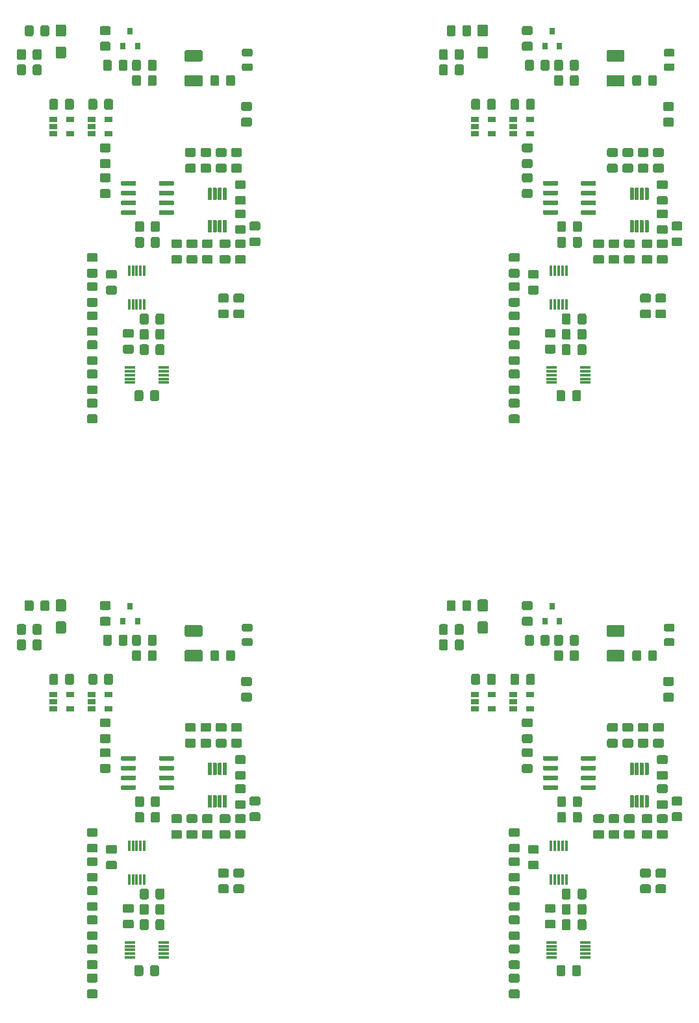
<source format=gbr>
%TF.GenerationSoftware,KiCad,Pcbnew,(5.1.5)-2*%
%TF.CreationDate,2020-11-02T10:43:00+13:00*%
%TF.ProjectId,output.RGB-to-component-panel,6f757470-7574-42e5-9247-422d746f2d63,rev?*%
%TF.SameCoordinates,Original*%
%TF.FileFunction,Paste,Top*%
%TF.FilePolarity,Positive*%
%FSLAX46Y46*%
G04 Gerber Fmt 4.6, Leading zero omitted, Abs format (unit mm)*
G04 Created by KiCad (PCBNEW (5.1.5)-2) date 2020-11-02 10:43:00*
%MOMM*%
%LPD*%
G04 APERTURE LIST*
%ADD10C,0.100000*%
%ADD11R,0.800000X0.900000*%
%ADD12R,1.400000X0.300000*%
%ADD13R,1.060000X0.650000*%
%ADD14R,0.300000X1.400000*%
G04 APERTURE END LIST*
D10*
G36*
X111174505Y-153951204D02*
G01*
X111198773Y-153954804D01*
X111222572Y-153960765D01*
X111245671Y-153969030D01*
X111267850Y-153979520D01*
X111288893Y-153992132D01*
X111308599Y-154006747D01*
X111326777Y-154023223D01*
X111343253Y-154041401D01*
X111357868Y-154061107D01*
X111370480Y-154082150D01*
X111380970Y-154104329D01*
X111389235Y-154127428D01*
X111395196Y-154151227D01*
X111398796Y-154175495D01*
X111400000Y-154199999D01*
X111400000Y-155100001D01*
X111398796Y-155124505D01*
X111395196Y-155148773D01*
X111389235Y-155172572D01*
X111380970Y-155195671D01*
X111370480Y-155217850D01*
X111357868Y-155238893D01*
X111343253Y-155258599D01*
X111326777Y-155276777D01*
X111308599Y-155293253D01*
X111288893Y-155307868D01*
X111267850Y-155320480D01*
X111245671Y-155330970D01*
X111222572Y-155339235D01*
X111198773Y-155345196D01*
X111174505Y-155348796D01*
X111150001Y-155350000D01*
X110499999Y-155350000D01*
X110475495Y-155348796D01*
X110451227Y-155345196D01*
X110427428Y-155339235D01*
X110404329Y-155330970D01*
X110382150Y-155320480D01*
X110361107Y-155307868D01*
X110341401Y-155293253D01*
X110323223Y-155276777D01*
X110306747Y-155258599D01*
X110292132Y-155238893D01*
X110279520Y-155217850D01*
X110269030Y-155195671D01*
X110260765Y-155172572D01*
X110254804Y-155148773D01*
X110251204Y-155124505D01*
X110250000Y-155100001D01*
X110250000Y-154199999D01*
X110251204Y-154175495D01*
X110254804Y-154151227D01*
X110260765Y-154127428D01*
X110269030Y-154104329D01*
X110279520Y-154082150D01*
X110292132Y-154061107D01*
X110306747Y-154041401D01*
X110323223Y-154023223D01*
X110341401Y-154006747D01*
X110361107Y-153992132D01*
X110382150Y-153979520D01*
X110404329Y-153969030D01*
X110427428Y-153960765D01*
X110451227Y-153954804D01*
X110475495Y-153951204D01*
X110499999Y-153950000D01*
X111150001Y-153950000D01*
X111174505Y-153951204D01*
G37*
G36*
X109124505Y-153951204D02*
G01*
X109148773Y-153954804D01*
X109172572Y-153960765D01*
X109195671Y-153969030D01*
X109217850Y-153979520D01*
X109238893Y-153992132D01*
X109258599Y-154006747D01*
X109276777Y-154023223D01*
X109293253Y-154041401D01*
X109307868Y-154061107D01*
X109320480Y-154082150D01*
X109330970Y-154104329D01*
X109339235Y-154127428D01*
X109345196Y-154151227D01*
X109348796Y-154175495D01*
X109350000Y-154199999D01*
X109350000Y-155100001D01*
X109348796Y-155124505D01*
X109345196Y-155148773D01*
X109339235Y-155172572D01*
X109330970Y-155195671D01*
X109320480Y-155217850D01*
X109307868Y-155238893D01*
X109293253Y-155258599D01*
X109276777Y-155276777D01*
X109258599Y-155293253D01*
X109238893Y-155307868D01*
X109217850Y-155320480D01*
X109195671Y-155330970D01*
X109172572Y-155339235D01*
X109148773Y-155345196D01*
X109124505Y-155348796D01*
X109100001Y-155350000D01*
X108449999Y-155350000D01*
X108425495Y-155348796D01*
X108401227Y-155345196D01*
X108377428Y-155339235D01*
X108354329Y-155330970D01*
X108332150Y-155320480D01*
X108311107Y-155307868D01*
X108291401Y-155293253D01*
X108273223Y-155276777D01*
X108256747Y-155258599D01*
X108242132Y-155238893D01*
X108229520Y-155217850D01*
X108219030Y-155195671D01*
X108210765Y-155172572D01*
X108204804Y-155148773D01*
X108201204Y-155124505D01*
X108200000Y-155100001D01*
X108200000Y-154199999D01*
X108201204Y-154175495D01*
X108204804Y-154151227D01*
X108210765Y-154127428D01*
X108219030Y-154104329D01*
X108229520Y-154082150D01*
X108242132Y-154061107D01*
X108256747Y-154041401D01*
X108273223Y-154023223D01*
X108291401Y-154006747D01*
X108311107Y-153992132D01*
X108332150Y-153979520D01*
X108354329Y-153969030D01*
X108377428Y-153960765D01*
X108401227Y-153954804D01*
X108425495Y-153951204D01*
X108449999Y-153950000D01*
X109100001Y-153950000D01*
X109124505Y-153951204D01*
G37*
G36*
X111174505Y-156001204D02*
G01*
X111198773Y-156004804D01*
X111222572Y-156010765D01*
X111245671Y-156019030D01*
X111267850Y-156029520D01*
X111288893Y-156042132D01*
X111308599Y-156056747D01*
X111326777Y-156073223D01*
X111343253Y-156091401D01*
X111357868Y-156111107D01*
X111370480Y-156132150D01*
X111380970Y-156154329D01*
X111389235Y-156177428D01*
X111395196Y-156201227D01*
X111398796Y-156225495D01*
X111400000Y-156249999D01*
X111400000Y-157150001D01*
X111398796Y-157174505D01*
X111395196Y-157198773D01*
X111389235Y-157222572D01*
X111380970Y-157245671D01*
X111370480Y-157267850D01*
X111357868Y-157288893D01*
X111343253Y-157308599D01*
X111326777Y-157326777D01*
X111308599Y-157343253D01*
X111288893Y-157357868D01*
X111267850Y-157370480D01*
X111245671Y-157380970D01*
X111222572Y-157389235D01*
X111198773Y-157395196D01*
X111174505Y-157398796D01*
X111150001Y-157400000D01*
X110499999Y-157400000D01*
X110475495Y-157398796D01*
X110451227Y-157395196D01*
X110427428Y-157389235D01*
X110404329Y-157380970D01*
X110382150Y-157370480D01*
X110361107Y-157357868D01*
X110341401Y-157343253D01*
X110323223Y-157326777D01*
X110306747Y-157308599D01*
X110292132Y-157288893D01*
X110279520Y-157267850D01*
X110269030Y-157245671D01*
X110260765Y-157222572D01*
X110254804Y-157198773D01*
X110251204Y-157174505D01*
X110250000Y-157150001D01*
X110250000Y-156249999D01*
X110251204Y-156225495D01*
X110254804Y-156201227D01*
X110260765Y-156177428D01*
X110269030Y-156154329D01*
X110279520Y-156132150D01*
X110292132Y-156111107D01*
X110306747Y-156091401D01*
X110323223Y-156073223D01*
X110341401Y-156056747D01*
X110361107Y-156042132D01*
X110382150Y-156029520D01*
X110404329Y-156019030D01*
X110427428Y-156010765D01*
X110451227Y-156004804D01*
X110475495Y-156001204D01*
X110499999Y-156000000D01*
X111150001Y-156000000D01*
X111174505Y-156001204D01*
G37*
G36*
X109124505Y-156001204D02*
G01*
X109148773Y-156004804D01*
X109172572Y-156010765D01*
X109195671Y-156019030D01*
X109217850Y-156029520D01*
X109238893Y-156042132D01*
X109258599Y-156056747D01*
X109276777Y-156073223D01*
X109293253Y-156091401D01*
X109307868Y-156111107D01*
X109320480Y-156132150D01*
X109330970Y-156154329D01*
X109339235Y-156177428D01*
X109345196Y-156201227D01*
X109348796Y-156225495D01*
X109350000Y-156249999D01*
X109350000Y-157150001D01*
X109348796Y-157174505D01*
X109345196Y-157198773D01*
X109339235Y-157222572D01*
X109330970Y-157245671D01*
X109320480Y-157267850D01*
X109307868Y-157288893D01*
X109293253Y-157308599D01*
X109276777Y-157326777D01*
X109258599Y-157343253D01*
X109238893Y-157357868D01*
X109217850Y-157370480D01*
X109195671Y-157380970D01*
X109172572Y-157389235D01*
X109148773Y-157395196D01*
X109124505Y-157398796D01*
X109100001Y-157400000D01*
X108449999Y-157400000D01*
X108425495Y-157398796D01*
X108401227Y-157395196D01*
X108377428Y-157389235D01*
X108354329Y-157380970D01*
X108332150Y-157370480D01*
X108311107Y-157357868D01*
X108291401Y-157343253D01*
X108273223Y-157326777D01*
X108256747Y-157308599D01*
X108242132Y-157288893D01*
X108229520Y-157267850D01*
X108219030Y-157245671D01*
X108210765Y-157222572D01*
X108204804Y-157198773D01*
X108201204Y-157174505D01*
X108200000Y-157150001D01*
X108200000Y-156249999D01*
X108201204Y-156225495D01*
X108204804Y-156201227D01*
X108210765Y-156177428D01*
X108219030Y-156154329D01*
X108229520Y-156132150D01*
X108242132Y-156111107D01*
X108256747Y-156091401D01*
X108273223Y-156073223D01*
X108291401Y-156056747D01*
X108311107Y-156042132D01*
X108332150Y-156029520D01*
X108354329Y-156019030D01*
X108377428Y-156010765D01*
X108401227Y-156004804D01*
X108425495Y-156001204D01*
X108449999Y-156000000D01*
X109100001Y-156000000D01*
X109124505Y-156001204D01*
G37*
G36*
X99974505Y-138001204D02*
G01*
X99998773Y-138004804D01*
X100022572Y-138010765D01*
X100045671Y-138019030D01*
X100067850Y-138029520D01*
X100088893Y-138042132D01*
X100108599Y-138056747D01*
X100126777Y-138073223D01*
X100143253Y-138091401D01*
X100157868Y-138111107D01*
X100170480Y-138132150D01*
X100180970Y-138154329D01*
X100189235Y-138177428D01*
X100195196Y-138201227D01*
X100198796Y-138225495D01*
X100200000Y-138249999D01*
X100200000Y-139150001D01*
X100198796Y-139174505D01*
X100195196Y-139198773D01*
X100189235Y-139222572D01*
X100180970Y-139245671D01*
X100170480Y-139267850D01*
X100157868Y-139288893D01*
X100143253Y-139308599D01*
X100126777Y-139326777D01*
X100108599Y-139343253D01*
X100088893Y-139357868D01*
X100067850Y-139370480D01*
X100045671Y-139380970D01*
X100022572Y-139389235D01*
X99998773Y-139395196D01*
X99974505Y-139398796D01*
X99950001Y-139400000D01*
X99299999Y-139400000D01*
X99275495Y-139398796D01*
X99251227Y-139395196D01*
X99227428Y-139389235D01*
X99204329Y-139380970D01*
X99182150Y-139370480D01*
X99161107Y-139357868D01*
X99141401Y-139343253D01*
X99123223Y-139326777D01*
X99106747Y-139308599D01*
X99092132Y-139288893D01*
X99079520Y-139267850D01*
X99069030Y-139245671D01*
X99060765Y-139222572D01*
X99054804Y-139198773D01*
X99051204Y-139174505D01*
X99050000Y-139150001D01*
X99050000Y-138249999D01*
X99051204Y-138225495D01*
X99054804Y-138201227D01*
X99060765Y-138177428D01*
X99069030Y-138154329D01*
X99079520Y-138132150D01*
X99092132Y-138111107D01*
X99106747Y-138091401D01*
X99123223Y-138073223D01*
X99141401Y-138056747D01*
X99161107Y-138042132D01*
X99182150Y-138029520D01*
X99204329Y-138019030D01*
X99227428Y-138010765D01*
X99251227Y-138004804D01*
X99275495Y-138001204D01*
X99299999Y-138000000D01*
X99950001Y-138000000D01*
X99974505Y-138001204D01*
G37*
G36*
X97924505Y-138001204D02*
G01*
X97948773Y-138004804D01*
X97972572Y-138010765D01*
X97995671Y-138019030D01*
X98017850Y-138029520D01*
X98038893Y-138042132D01*
X98058599Y-138056747D01*
X98076777Y-138073223D01*
X98093253Y-138091401D01*
X98107868Y-138111107D01*
X98120480Y-138132150D01*
X98130970Y-138154329D01*
X98139235Y-138177428D01*
X98145196Y-138201227D01*
X98148796Y-138225495D01*
X98150000Y-138249999D01*
X98150000Y-139150001D01*
X98148796Y-139174505D01*
X98145196Y-139198773D01*
X98139235Y-139222572D01*
X98130970Y-139245671D01*
X98120480Y-139267850D01*
X98107868Y-139288893D01*
X98093253Y-139308599D01*
X98076777Y-139326777D01*
X98058599Y-139343253D01*
X98038893Y-139357868D01*
X98017850Y-139370480D01*
X97995671Y-139380970D01*
X97972572Y-139389235D01*
X97948773Y-139395196D01*
X97924505Y-139398796D01*
X97900001Y-139400000D01*
X97249999Y-139400000D01*
X97225495Y-139398796D01*
X97201227Y-139395196D01*
X97177428Y-139389235D01*
X97154329Y-139380970D01*
X97132150Y-139370480D01*
X97111107Y-139357868D01*
X97091401Y-139343253D01*
X97073223Y-139326777D01*
X97056747Y-139308599D01*
X97042132Y-139288893D01*
X97029520Y-139267850D01*
X97019030Y-139245671D01*
X97010765Y-139222572D01*
X97004804Y-139198773D01*
X97001204Y-139174505D01*
X97000000Y-139150001D01*
X97000000Y-138249999D01*
X97001204Y-138225495D01*
X97004804Y-138201227D01*
X97010765Y-138177428D01*
X97019030Y-138154329D01*
X97029520Y-138132150D01*
X97042132Y-138111107D01*
X97056747Y-138091401D01*
X97073223Y-138073223D01*
X97091401Y-138056747D01*
X97111107Y-138042132D01*
X97132150Y-138029520D01*
X97154329Y-138019030D01*
X97177428Y-138010765D01*
X97201227Y-138004804D01*
X97225495Y-138001204D01*
X97249999Y-138000000D01*
X97900001Y-138000000D01*
X97924505Y-138001204D01*
G37*
G36*
X104774505Y-145851204D02*
G01*
X104798773Y-145854804D01*
X104822572Y-145860765D01*
X104845671Y-145869030D01*
X104867850Y-145879520D01*
X104888893Y-145892132D01*
X104908599Y-145906747D01*
X104926777Y-145923223D01*
X104943253Y-145941401D01*
X104957868Y-145961107D01*
X104970480Y-145982150D01*
X104980970Y-146004329D01*
X104989235Y-146027428D01*
X104995196Y-146051227D01*
X104998796Y-146075495D01*
X105000000Y-146099999D01*
X105000000Y-146750001D01*
X104998796Y-146774505D01*
X104995196Y-146798773D01*
X104989235Y-146822572D01*
X104980970Y-146845671D01*
X104970480Y-146867850D01*
X104957868Y-146888893D01*
X104943253Y-146908599D01*
X104926777Y-146926777D01*
X104908599Y-146943253D01*
X104888893Y-146957868D01*
X104867850Y-146970480D01*
X104845671Y-146980970D01*
X104822572Y-146989235D01*
X104798773Y-146995196D01*
X104774505Y-146998796D01*
X104750001Y-147000000D01*
X103849999Y-147000000D01*
X103825495Y-146998796D01*
X103801227Y-146995196D01*
X103777428Y-146989235D01*
X103754329Y-146980970D01*
X103732150Y-146970480D01*
X103711107Y-146957868D01*
X103691401Y-146943253D01*
X103673223Y-146926777D01*
X103656747Y-146908599D01*
X103642132Y-146888893D01*
X103629520Y-146867850D01*
X103619030Y-146845671D01*
X103610765Y-146822572D01*
X103604804Y-146798773D01*
X103601204Y-146774505D01*
X103600000Y-146750001D01*
X103600000Y-146099999D01*
X103601204Y-146075495D01*
X103604804Y-146051227D01*
X103610765Y-146027428D01*
X103619030Y-146004329D01*
X103629520Y-145982150D01*
X103642132Y-145961107D01*
X103656747Y-145941401D01*
X103673223Y-145923223D01*
X103691401Y-145906747D01*
X103711107Y-145892132D01*
X103732150Y-145879520D01*
X103754329Y-145869030D01*
X103777428Y-145860765D01*
X103801227Y-145854804D01*
X103825495Y-145851204D01*
X103849999Y-145850000D01*
X104750001Y-145850000D01*
X104774505Y-145851204D01*
G37*
G36*
X104774505Y-143801204D02*
G01*
X104798773Y-143804804D01*
X104822572Y-143810765D01*
X104845671Y-143819030D01*
X104867850Y-143829520D01*
X104888893Y-143842132D01*
X104908599Y-143856747D01*
X104926777Y-143873223D01*
X104943253Y-143891401D01*
X104957868Y-143911107D01*
X104970480Y-143932150D01*
X104980970Y-143954329D01*
X104989235Y-143977428D01*
X104995196Y-144001227D01*
X104998796Y-144025495D01*
X105000000Y-144049999D01*
X105000000Y-144700001D01*
X104998796Y-144724505D01*
X104995196Y-144748773D01*
X104989235Y-144772572D01*
X104980970Y-144795671D01*
X104970480Y-144817850D01*
X104957868Y-144838893D01*
X104943253Y-144858599D01*
X104926777Y-144876777D01*
X104908599Y-144893253D01*
X104888893Y-144907868D01*
X104867850Y-144920480D01*
X104845671Y-144930970D01*
X104822572Y-144939235D01*
X104798773Y-144945196D01*
X104774505Y-144948796D01*
X104750001Y-144950000D01*
X103849999Y-144950000D01*
X103825495Y-144948796D01*
X103801227Y-144945196D01*
X103777428Y-144939235D01*
X103754329Y-144930970D01*
X103732150Y-144920480D01*
X103711107Y-144907868D01*
X103691401Y-144893253D01*
X103673223Y-144876777D01*
X103656747Y-144858599D01*
X103642132Y-144838893D01*
X103629520Y-144817850D01*
X103619030Y-144795671D01*
X103610765Y-144772572D01*
X103604804Y-144748773D01*
X103601204Y-144724505D01*
X103600000Y-144700001D01*
X103600000Y-144049999D01*
X103601204Y-144025495D01*
X103604804Y-144001227D01*
X103610765Y-143977428D01*
X103619030Y-143954329D01*
X103629520Y-143932150D01*
X103642132Y-143911107D01*
X103656747Y-143891401D01*
X103673223Y-143873223D01*
X103691401Y-143856747D01*
X103711107Y-143842132D01*
X103732150Y-143829520D01*
X103754329Y-143819030D01*
X103777428Y-143810765D01*
X103801227Y-143804804D01*
X103825495Y-143801204D01*
X103849999Y-143800000D01*
X104750001Y-143800000D01*
X104774505Y-143801204D01*
G37*
G36*
X104774505Y-147701204D02*
G01*
X104798773Y-147704804D01*
X104822572Y-147710765D01*
X104845671Y-147719030D01*
X104867850Y-147729520D01*
X104888893Y-147742132D01*
X104908599Y-147756747D01*
X104926777Y-147773223D01*
X104943253Y-147791401D01*
X104957868Y-147811107D01*
X104970480Y-147832150D01*
X104980970Y-147854329D01*
X104989235Y-147877428D01*
X104995196Y-147901227D01*
X104998796Y-147925495D01*
X105000000Y-147949999D01*
X105000000Y-148600001D01*
X104998796Y-148624505D01*
X104995196Y-148648773D01*
X104989235Y-148672572D01*
X104980970Y-148695671D01*
X104970480Y-148717850D01*
X104957868Y-148738893D01*
X104943253Y-148758599D01*
X104926777Y-148776777D01*
X104908599Y-148793253D01*
X104888893Y-148807868D01*
X104867850Y-148820480D01*
X104845671Y-148830970D01*
X104822572Y-148839235D01*
X104798773Y-148845196D01*
X104774505Y-148848796D01*
X104750001Y-148850000D01*
X103849999Y-148850000D01*
X103825495Y-148848796D01*
X103801227Y-148845196D01*
X103777428Y-148839235D01*
X103754329Y-148830970D01*
X103732150Y-148820480D01*
X103711107Y-148807868D01*
X103691401Y-148793253D01*
X103673223Y-148776777D01*
X103656747Y-148758599D01*
X103642132Y-148738893D01*
X103629520Y-148717850D01*
X103619030Y-148695671D01*
X103610765Y-148672572D01*
X103604804Y-148648773D01*
X103601204Y-148624505D01*
X103600000Y-148600001D01*
X103600000Y-147949999D01*
X103601204Y-147925495D01*
X103604804Y-147901227D01*
X103610765Y-147877428D01*
X103619030Y-147854329D01*
X103629520Y-147832150D01*
X103642132Y-147811107D01*
X103656747Y-147791401D01*
X103673223Y-147773223D01*
X103691401Y-147756747D01*
X103711107Y-147742132D01*
X103732150Y-147729520D01*
X103754329Y-147719030D01*
X103777428Y-147710765D01*
X103801227Y-147704804D01*
X103825495Y-147701204D01*
X103849999Y-147700000D01*
X104750001Y-147700000D01*
X104774505Y-147701204D01*
G37*
G36*
X104774505Y-149751204D02*
G01*
X104798773Y-149754804D01*
X104822572Y-149760765D01*
X104845671Y-149769030D01*
X104867850Y-149779520D01*
X104888893Y-149792132D01*
X104908599Y-149806747D01*
X104926777Y-149823223D01*
X104943253Y-149841401D01*
X104957868Y-149861107D01*
X104970480Y-149882150D01*
X104980970Y-149904329D01*
X104989235Y-149927428D01*
X104995196Y-149951227D01*
X104998796Y-149975495D01*
X105000000Y-149999999D01*
X105000000Y-150650001D01*
X104998796Y-150674505D01*
X104995196Y-150698773D01*
X104989235Y-150722572D01*
X104980970Y-150745671D01*
X104970480Y-150767850D01*
X104957868Y-150788893D01*
X104943253Y-150808599D01*
X104926777Y-150826777D01*
X104908599Y-150843253D01*
X104888893Y-150857868D01*
X104867850Y-150870480D01*
X104845671Y-150880970D01*
X104822572Y-150889235D01*
X104798773Y-150895196D01*
X104774505Y-150898796D01*
X104750001Y-150900000D01*
X103849999Y-150900000D01*
X103825495Y-150898796D01*
X103801227Y-150895196D01*
X103777428Y-150889235D01*
X103754329Y-150880970D01*
X103732150Y-150870480D01*
X103711107Y-150857868D01*
X103691401Y-150843253D01*
X103673223Y-150826777D01*
X103656747Y-150808599D01*
X103642132Y-150788893D01*
X103629520Y-150767850D01*
X103619030Y-150745671D01*
X103610765Y-150722572D01*
X103604804Y-150698773D01*
X103601204Y-150674505D01*
X103600000Y-150650001D01*
X103600000Y-149999999D01*
X103601204Y-149975495D01*
X103604804Y-149951227D01*
X103610765Y-149927428D01*
X103619030Y-149904329D01*
X103629520Y-149882150D01*
X103642132Y-149861107D01*
X103656747Y-149841401D01*
X103673223Y-149823223D01*
X103691401Y-149806747D01*
X103711107Y-149792132D01*
X103732150Y-149779520D01*
X103754329Y-149769030D01*
X103777428Y-149760765D01*
X103801227Y-149754804D01*
X103825495Y-149751204D01*
X103849999Y-149750000D01*
X104750001Y-149750000D01*
X104774505Y-149751204D01*
G37*
G36*
X109024505Y-176001204D02*
G01*
X109048773Y-176004804D01*
X109072572Y-176010765D01*
X109095671Y-176019030D01*
X109117850Y-176029520D01*
X109138893Y-176042132D01*
X109158599Y-176056747D01*
X109176777Y-176073223D01*
X109193253Y-176091401D01*
X109207868Y-176111107D01*
X109220480Y-176132150D01*
X109230970Y-176154329D01*
X109239235Y-176177428D01*
X109245196Y-176201227D01*
X109248796Y-176225495D01*
X109250000Y-176249999D01*
X109250000Y-177150001D01*
X109248796Y-177174505D01*
X109245196Y-177198773D01*
X109239235Y-177222572D01*
X109230970Y-177245671D01*
X109220480Y-177267850D01*
X109207868Y-177288893D01*
X109193253Y-177308599D01*
X109176777Y-177326777D01*
X109158599Y-177343253D01*
X109138893Y-177357868D01*
X109117850Y-177370480D01*
X109095671Y-177380970D01*
X109072572Y-177389235D01*
X109048773Y-177395196D01*
X109024505Y-177398796D01*
X109000001Y-177400000D01*
X108349999Y-177400000D01*
X108325495Y-177398796D01*
X108301227Y-177395196D01*
X108277428Y-177389235D01*
X108254329Y-177380970D01*
X108232150Y-177370480D01*
X108211107Y-177357868D01*
X108191401Y-177343253D01*
X108173223Y-177326777D01*
X108156747Y-177308599D01*
X108142132Y-177288893D01*
X108129520Y-177267850D01*
X108119030Y-177245671D01*
X108110765Y-177222572D01*
X108104804Y-177198773D01*
X108101204Y-177174505D01*
X108100000Y-177150001D01*
X108100000Y-176249999D01*
X108101204Y-176225495D01*
X108104804Y-176201227D01*
X108110765Y-176177428D01*
X108119030Y-176154329D01*
X108129520Y-176132150D01*
X108142132Y-176111107D01*
X108156747Y-176091401D01*
X108173223Y-176073223D01*
X108191401Y-176056747D01*
X108211107Y-176042132D01*
X108232150Y-176029520D01*
X108254329Y-176019030D01*
X108277428Y-176010765D01*
X108301227Y-176004804D01*
X108325495Y-176001204D01*
X108349999Y-176000000D01*
X109000001Y-176000000D01*
X109024505Y-176001204D01*
G37*
G36*
X111074505Y-176001204D02*
G01*
X111098773Y-176004804D01*
X111122572Y-176010765D01*
X111145671Y-176019030D01*
X111167850Y-176029520D01*
X111188893Y-176042132D01*
X111208599Y-176056747D01*
X111226777Y-176073223D01*
X111243253Y-176091401D01*
X111257868Y-176111107D01*
X111270480Y-176132150D01*
X111280970Y-176154329D01*
X111289235Y-176177428D01*
X111295196Y-176201227D01*
X111298796Y-176225495D01*
X111300000Y-176249999D01*
X111300000Y-177150001D01*
X111298796Y-177174505D01*
X111295196Y-177198773D01*
X111289235Y-177222572D01*
X111280970Y-177245671D01*
X111270480Y-177267850D01*
X111257868Y-177288893D01*
X111243253Y-177308599D01*
X111226777Y-177326777D01*
X111208599Y-177343253D01*
X111188893Y-177357868D01*
X111167850Y-177370480D01*
X111145671Y-177380970D01*
X111122572Y-177389235D01*
X111098773Y-177395196D01*
X111074505Y-177398796D01*
X111050001Y-177400000D01*
X110399999Y-177400000D01*
X110375495Y-177398796D01*
X110351227Y-177395196D01*
X110327428Y-177389235D01*
X110304329Y-177380970D01*
X110282150Y-177370480D01*
X110261107Y-177357868D01*
X110241401Y-177343253D01*
X110223223Y-177326777D01*
X110206747Y-177308599D01*
X110192132Y-177288893D01*
X110179520Y-177267850D01*
X110169030Y-177245671D01*
X110160765Y-177222572D01*
X110154804Y-177198773D01*
X110151204Y-177174505D01*
X110150000Y-177150001D01*
X110150000Y-176249999D01*
X110151204Y-176225495D01*
X110154804Y-176201227D01*
X110160765Y-176177428D01*
X110169030Y-176154329D01*
X110179520Y-176132150D01*
X110192132Y-176111107D01*
X110206747Y-176091401D01*
X110223223Y-176073223D01*
X110241401Y-176056747D01*
X110261107Y-176042132D01*
X110282150Y-176029520D01*
X110304329Y-176019030D01*
X110327428Y-176010765D01*
X110351227Y-176004804D01*
X110375495Y-176001204D01*
X110399999Y-176000000D01*
X111050001Y-176000000D01*
X111074505Y-176001204D01*
G37*
G36*
X108164703Y-148695722D02*
G01*
X108179264Y-148697882D01*
X108193543Y-148701459D01*
X108207403Y-148706418D01*
X108220710Y-148712712D01*
X108233336Y-148720280D01*
X108245159Y-148729048D01*
X108256066Y-148738934D01*
X108265952Y-148749841D01*
X108274720Y-148761664D01*
X108282288Y-148774290D01*
X108288582Y-148787597D01*
X108293541Y-148801457D01*
X108297118Y-148815736D01*
X108299278Y-148830297D01*
X108300000Y-148845000D01*
X108300000Y-149145000D01*
X108299278Y-149159703D01*
X108297118Y-149174264D01*
X108293541Y-149188543D01*
X108288582Y-149202403D01*
X108282288Y-149215710D01*
X108274720Y-149228336D01*
X108265952Y-149240159D01*
X108256066Y-149251066D01*
X108245159Y-149260952D01*
X108233336Y-149269720D01*
X108220710Y-149277288D01*
X108207403Y-149283582D01*
X108193543Y-149288541D01*
X108179264Y-149292118D01*
X108164703Y-149294278D01*
X108150000Y-149295000D01*
X106500000Y-149295000D01*
X106485297Y-149294278D01*
X106470736Y-149292118D01*
X106456457Y-149288541D01*
X106442597Y-149283582D01*
X106429290Y-149277288D01*
X106416664Y-149269720D01*
X106404841Y-149260952D01*
X106393934Y-149251066D01*
X106384048Y-149240159D01*
X106375280Y-149228336D01*
X106367712Y-149215710D01*
X106361418Y-149202403D01*
X106356459Y-149188543D01*
X106352882Y-149174264D01*
X106350722Y-149159703D01*
X106350000Y-149145000D01*
X106350000Y-148845000D01*
X106350722Y-148830297D01*
X106352882Y-148815736D01*
X106356459Y-148801457D01*
X106361418Y-148787597D01*
X106367712Y-148774290D01*
X106375280Y-148761664D01*
X106384048Y-148749841D01*
X106393934Y-148738934D01*
X106404841Y-148729048D01*
X106416664Y-148720280D01*
X106429290Y-148712712D01*
X106442597Y-148706418D01*
X106456457Y-148701459D01*
X106470736Y-148697882D01*
X106485297Y-148695722D01*
X106500000Y-148695000D01*
X108150000Y-148695000D01*
X108164703Y-148695722D01*
G37*
G36*
X108164703Y-149965722D02*
G01*
X108179264Y-149967882D01*
X108193543Y-149971459D01*
X108207403Y-149976418D01*
X108220710Y-149982712D01*
X108233336Y-149990280D01*
X108245159Y-149999048D01*
X108256066Y-150008934D01*
X108265952Y-150019841D01*
X108274720Y-150031664D01*
X108282288Y-150044290D01*
X108288582Y-150057597D01*
X108293541Y-150071457D01*
X108297118Y-150085736D01*
X108299278Y-150100297D01*
X108300000Y-150115000D01*
X108300000Y-150415000D01*
X108299278Y-150429703D01*
X108297118Y-150444264D01*
X108293541Y-150458543D01*
X108288582Y-150472403D01*
X108282288Y-150485710D01*
X108274720Y-150498336D01*
X108265952Y-150510159D01*
X108256066Y-150521066D01*
X108245159Y-150530952D01*
X108233336Y-150539720D01*
X108220710Y-150547288D01*
X108207403Y-150553582D01*
X108193543Y-150558541D01*
X108179264Y-150562118D01*
X108164703Y-150564278D01*
X108150000Y-150565000D01*
X106500000Y-150565000D01*
X106485297Y-150564278D01*
X106470736Y-150562118D01*
X106456457Y-150558541D01*
X106442597Y-150553582D01*
X106429290Y-150547288D01*
X106416664Y-150539720D01*
X106404841Y-150530952D01*
X106393934Y-150521066D01*
X106384048Y-150510159D01*
X106375280Y-150498336D01*
X106367712Y-150485710D01*
X106361418Y-150472403D01*
X106356459Y-150458543D01*
X106352882Y-150444264D01*
X106350722Y-150429703D01*
X106350000Y-150415000D01*
X106350000Y-150115000D01*
X106350722Y-150100297D01*
X106352882Y-150085736D01*
X106356459Y-150071457D01*
X106361418Y-150057597D01*
X106367712Y-150044290D01*
X106375280Y-150031664D01*
X106384048Y-150019841D01*
X106393934Y-150008934D01*
X106404841Y-149999048D01*
X106416664Y-149990280D01*
X106429290Y-149982712D01*
X106442597Y-149976418D01*
X106456457Y-149971459D01*
X106470736Y-149967882D01*
X106485297Y-149965722D01*
X106500000Y-149965000D01*
X108150000Y-149965000D01*
X108164703Y-149965722D01*
G37*
G36*
X108164703Y-151235722D02*
G01*
X108179264Y-151237882D01*
X108193543Y-151241459D01*
X108207403Y-151246418D01*
X108220710Y-151252712D01*
X108233336Y-151260280D01*
X108245159Y-151269048D01*
X108256066Y-151278934D01*
X108265952Y-151289841D01*
X108274720Y-151301664D01*
X108282288Y-151314290D01*
X108288582Y-151327597D01*
X108293541Y-151341457D01*
X108297118Y-151355736D01*
X108299278Y-151370297D01*
X108300000Y-151385000D01*
X108300000Y-151685000D01*
X108299278Y-151699703D01*
X108297118Y-151714264D01*
X108293541Y-151728543D01*
X108288582Y-151742403D01*
X108282288Y-151755710D01*
X108274720Y-151768336D01*
X108265952Y-151780159D01*
X108256066Y-151791066D01*
X108245159Y-151800952D01*
X108233336Y-151809720D01*
X108220710Y-151817288D01*
X108207403Y-151823582D01*
X108193543Y-151828541D01*
X108179264Y-151832118D01*
X108164703Y-151834278D01*
X108150000Y-151835000D01*
X106500000Y-151835000D01*
X106485297Y-151834278D01*
X106470736Y-151832118D01*
X106456457Y-151828541D01*
X106442597Y-151823582D01*
X106429290Y-151817288D01*
X106416664Y-151809720D01*
X106404841Y-151800952D01*
X106393934Y-151791066D01*
X106384048Y-151780159D01*
X106375280Y-151768336D01*
X106367712Y-151755710D01*
X106361418Y-151742403D01*
X106356459Y-151728543D01*
X106352882Y-151714264D01*
X106350722Y-151699703D01*
X106350000Y-151685000D01*
X106350000Y-151385000D01*
X106350722Y-151370297D01*
X106352882Y-151355736D01*
X106356459Y-151341457D01*
X106361418Y-151327597D01*
X106367712Y-151314290D01*
X106375280Y-151301664D01*
X106384048Y-151289841D01*
X106393934Y-151278934D01*
X106404841Y-151269048D01*
X106416664Y-151260280D01*
X106429290Y-151252712D01*
X106442597Y-151246418D01*
X106456457Y-151241459D01*
X106470736Y-151237882D01*
X106485297Y-151235722D01*
X106500000Y-151235000D01*
X108150000Y-151235000D01*
X108164703Y-151235722D01*
G37*
G36*
X108164703Y-152505722D02*
G01*
X108179264Y-152507882D01*
X108193543Y-152511459D01*
X108207403Y-152516418D01*
X108220710Y-152522712D01*
X108233336Y-152530280D01*
X108245159Y-152539048D01*
X108256066Y-152548934D01*
X108265952Y-152559841D01*
X108274720Y-152571664D01*
X108282288Y-152584290D01*
X108288582Y-152597597D01*
X108293541Y-152611457D01*
X108297118Y-152625736D01*
X108299278Y-152640297D01*
X108300000Y-152655000D01*
X108300000Y-152955000D01*
X108299278Y-152969703D01*
X108297118Y-152984264D01*
X108293541Y-152998543D01*
X108288582Y-153012403D01*
X108282288Y-153025710D01*
X108274720Y-153038336D01*
X108265952Y-153050159D01*
X108256066Y-153061066D01*
X108245159Y-153070952D01*
X108233336Y-153079720D01*
X108220710Y-153087288D01*
X108207403Y-153093582D01*
X108193543Y-153098541D01*
X108179264Y-153102118D01*
X108164703Y-153104278D01*
X108150000Y-153105000D01*
X106500000Y-153105000D01*
X106485297Y-153104278D01*
X106470736Y-153102118D01*
X106456457Y-153098541D01*
X106442597Y-153093582D01*
X106429290Y-153087288D01*
X106416664Y-153079720D01*
X106404841Y-153070952D01*
X106393934Y-153061066D01*
X106384048Y-153050159D01*
X106375280Y-153038336D01*
X106367712Y-153025710D01*
X106361418Y-153012403D01*
X106356459Y-152998543D01*
X106352882Y-152984264D01*
X106350722Y-152969703D01*
X106350000Y-152955000D01*
X106350000Y-152655000D01*
X106350722Y-152640297D01*
X106352882Y-152625736D01*
X106356459Y-152611457D01*
X106361418Y-152597597D01*
X106367712Y-152584290D01*
X106375280Y-152571664D01*
X106384048Y-152559841D01*
X106393934Y-152548934D01*
X106404841Y-152539048D01*
X106416664Y-152530280D01*
X106429290Y-152522712D01*
X106442597Y-152516418D01*
X106456457Y-152511459D01*
X106470736Y-152507882D01*
X106485297Y-152505722D01*
X106500000Y-152505000D01*
X108150000Y-152505000D01*
X108164703Y-152505722D01*
G37*
G36*
X113114703Y-152505722D02*
G01*
X113129264Y-152507882D01*
X113143543Y-152511459D01*
X113157403Y-152516418D01*
X113170710Y-152522712D01*
X113183336Y-152530280D01*
X113195159Y-152539048D01*
X113206066Y-152548934D01*
X113215952Y-152559841D01*
X113224720Y-152571664D01*
X113232288Y-152584290D01*
X113238582Y-152597597D01*
X113243541Y-152611457D01*
X113247118Y-152625736D01*
X113249278Y-152640297D01*
X113250000Y-152655000D01*
X113250000Y-152955000D01*
X113249278Y-152969703D01*
X113247118Y-152984264D01*
X113243541Y-152998543D01*
X113238582Y-153012403D01*
X113232288Y-153025710D01*
X113224720Y-153038336D01*
X113215952Y-153050159D01*
X113206066Y-153061066D01*
X113195159Y-153070952D01*
X113183336Y-153079720D01*
X113170710Y-153087288D01*
X113157403Y-153093582D01*
X113143543Y-153098541D01*
X113129264Y-153102118D01*
X113114703Y-153104278D01*
X113100000Y-153105000D01*
X111450000Y-153105000D01*
X111435297Y-153104278D01*
X111420736Y-153102118D01*
X111406457Y-153098541D01*
X111392597Y-153093582D01*
X111379290Y-153087288D01*
X111366664Y-153079720D01*
X111354841Y-153070952D01*
X111343934Y-153061066D01*
X111334048Y-153050159D01*
X111325280Y-153038336D01*
X111317712Y-153025710D01*
X111311418Y-153012403D01*
X111306459Y-152998543D01*
X111302882Y-152984264D01*
X111300722Y-152969703D01*
X111300000Y-152955000D01*
X111300000Y-152655000D01*
X111300722Y-152640297D01*
X111302882Y-152625736D01*
X111306459Y-152611457D01*
X111311418Y-152597597D01*
X111317712Y-152584290D01*
X111325280Y-152571664D01*
X111334048Y-152559841D01*
X111343934Y-152548934D01*
X111354841Y-152539048D01*
X111366664Y-152530280D01*
X111379290Y-152522712D01*
X111392597Y-152516418D01*
X111406457Y-152511459D01*
X111420736Y-152507882D01*
X111435297Y-152505722D01*
X111450000Y-152505000D01*
X113100000Y-152505000D01*
X113114703Y-152505722D01*
G37*
G36*
X113114703Y-151235722D02*
G01*
X113129264Y-151237882D01*
X113143543Y-151241459D01*
X113157403Y-151246418D01*
X113170710Y-151252712D01*
X113183336Y-151260280D01*
X113195159Y-151269048D01*
X113206066Y-151278934D01*
X113215952Y-151289841D01*
X113224720Y-151301664D01*
X113232288Y-151314290D01*
X113238582Y-151327597D01*
X113243541Y-151341457D01*
X113247118Y-151355736D01*
X113249278Y-151370297D01*
X113250000Y-151385000D01*
X113250000Y-151685000D01*
X113249278Y-151699703D01*
X113247118Y-151714264D01*
X113243541Y-151728543D01*
X113238582Y-151742403D01*
X113232288Y-151755710D01*
X113224720Y-151768336D01*
X113215952Y-151780159D01*
X113206066Y-151791066D01*
X113195159Y-151800952D01*
X113183336Y-151809720D01*
X113170710Y-151817288D01*
X113157403Y-151823582D01*
X113143543Y-151828541D01*
X113129264Y-151832118D01*
X113114703Y-151834278D01*
X113100000Y-151835000D01*
X111450000Y-151835000D01*
X111435297Y-151834278D01*
X111420736Y-151832118D01*
X111406457Y-151828541D01*
X111392597Y-151823582D01*
X111379290Y-151817288D01*
X111366664Y-151809720D01*
X111354841Y-151800952D01*
X111343934Y-151791066D01*
X111334048Y-151780159D01*
X111325280Y-151768336D01*
X111317712Y-151755710D01*
X111311418Y-151742403D01*
X111306459Y-151728543D01*
X111302882Y-151714264D01*
X111300722Y-151699703D01*
X111300000Y-151685000D01*
X111300000Y-151385000D01*
X111300722Y-151370297D01*
X111302882Y-151355736D01*
X111306459Y-151341457D01*
X111311418Y-151327597D01*
X111317712Y-151314290D01*
X111325280Y-151301664D01*
X111334048Y-151289841D01*
X111343934Y-151278934D01*
X111354841Y-151269048D01*
X111366664Y-151260280D01*
X111379290Y-151252712D01*
X111392597Y-151246418D01*
X111406457Y-151241459D01*
X111420736Y-151237882D01*
X111435297Y-151235722D01*
X111450000Y-151235000D01*
X113100000Y-151235000D01*
X113114703Y-151235722D01*
G37*
G36*
X113114703Y-149965722D02*
G01*
X113129264Y-149967882D01*
X113143543Y-149971459D01*
X113157403Y-149976418D01*
X113170710Y-149982712D01*
X113183336Y-149990280D01*
X113195159Y-149999048D01*
X113206066Y-150008934D01*
X113215952Y-150019841D01*
X113224720Y-150031664D01*
X113232288Y-150044290D01*
X113238582Y-150057597D01*
X113243541Y-150071457D01*
X113247118Y-150085736D01*
X113249278Y-150100297D01*
X113250000Y-150115000D01*
X113250000Y-150415000D01*
X113249278Y-150429703D01*
X113247118Y-150444264D01*
X113243541Y-150458543D01*
X113238582Y-150472403D01*
X113232288Y-150485710D01*
X113224720Y-150498336D01*
X113215952Y-150510159D01*
X113206066Y-150521066D01*
X113195159Y-150530952D01*
X113183336Y-150539720D01*
X113170710Y-150547288D01*
X113157403Y-150553582D01*
X113143543Y-150558541D01*
X113129264Y-150562118D01*
X113114703Y-150564278D01*
X113100000Y-150565000D01*
X111450000Y-150565000D01*
X111435297Y-150564278D01*
X111420736Y-150562118D01*
X111406457Y-150558541D01*
X111392597Y-150553582D01*
X111379290Y-150547288D01*
X111366664Y-150539720D01*
X111354841Y-150530952D01*
X111343934Y-150521066D01*
X111334048Y-150510159D01*
X111325280Y-150498336D01*
X111317712Y-150485710D01*
X111311418Y-150472403D01*
X111306459Y-150458543D01*
X111302882Y-150444264D01*
X111300722Y-150429703D01*
X111300000Y-150415000D01*
X111300000Y-150115000D01*
X111300722Y-150100297D01*
X111302882Y-150085736D01*
X111306459Y-150071457D01*
X111311418Y-150057597D01*
X111317712Y-150044290D01*
X111325280Y-150031664D01*
X111334048Y-150019841D01*
X111343934Y-150008934D01*
X111354841Y-149999048D01*
X111366664Y-149990280D01*
X111379290Y-149982712D01*
X111392597Y-149976418D01*
X111406457Y-149971459D01*
X111420736Y-149967882D01*
X111435297Y-149965722D01*
X111450000Y-149965000D01*
X113100000Y-149965000D01*
X113114703Y-149965722D01*
G37*
G36*
X113114703Y-148695722D02*
G01*
X113129264Y-148697882D01*
X113143543Y-148701459D01*
X113157403Y-148706418D01*
X113170710Y-148712712D01*
X113183336Y-148720280D01*
X113195159Y-148729048D01*
X113206066Y-148738934D01*
X113215952Y-148749841D01*
X113224720Y-148761664D01*
X113232288Y-148774290D01*
X113238582Y-148787597D01*
X113243541Y-148801457D01*
X113247118Y-148815736D01*
X113249278Y-148830297D01*
X113250000Y-148845000D01*
X113250000Y-149145000D01*
X113249278Y-149159703D01*
X113247118Y-149174264D01*
X113243541Y-149188543D01*
X113238582Y-149202403D01*
X113232288Y-149215710D01*
X113224720Y-149228336D01*
X113215952Y-149240159D01*
X113206066Y-149251066D01*
X113195159Y-149260952D01*
X113183336Y-149269720D01*
X113170710Y-149277288D01*
X113157403Y-149283582D01*
X113143543Y-149288541D01*
X113129264Y-149292118D01*
X113114703Y-149294278D01*
X113100000Y-149295000D01*
X111450000Y-149295000D01*
X111435297Y-149294278D01*
X111420736Y-149292118D01*
X111406457Y-149288541D01*
X111392597Y-149283582D01*
X111379290Y-149277288D01*
X111366664Y-149269720D01*
X111354841Y-149260952D01*
X111343934Y-149251066D01*
X111334048Y-149240159D01*
X111325280Y-149228336D01*
X111317712Y-149215710D01*
X111311418Y-149202403D01*
X111306459Y-149188543D01*
X111302882Y-149174264D01*
X111300722Y-149159703D01*
X111300000Y-149145000D01*
X111300000Y-148845000D01*
X111300722Y-148830297D01*
X111302882Y-148815736D01*
X111306459Y-148801457D01*
X111311418Y-148787597D01*
X111317712Y-148774290D01*
X111325280Y-148761664D01*
X111334048Y-148749841D01*
X111343934Y-148738934D01*
X111354841Y-148729048D01*
X111366664Y-148720280D01*
X111379290Y-148712712D01*
X111392597Y-148706418D01*
X111406457Y-148701459D01*
X111420736Y-148697882D01*
X111435297Y-148695722D01*
X111450000Y-148695000D01*
X113100000Y-148695000D01*
X113114703Y-148695722D01*
G37*
G36*
X122374505Y-154451204D02*
G01*
X122398773Y-154454804D01*
X122422572Y-154460765D01*
X122445671Y-154469030D01*
X122467850Y-154479520D01*
X122488893Y-154492132D01*
X122508599Y-154506747D01*
X122526777Y-154523223D01*
X122543253Y-154541401D01*
X122557868Y-154561107D01*
X122570480Y-154582150D01*
X122580970Y-154604329D01*
X122589235Y-154627428D01*
X122595196Y-154651227D01*
X122598796Y-154675495D01*
X122600000Y-154699999D01*
X122600000Y-155350001D01*
X122598796Y-155374505D01*
X122595196Y-155398773D01*
X122589235Y-155422572D01*
X122580970Y-155445671D01*
X122570480Y-155467850D01*
X122557868Y-155488893D01*
X122543253Y-155508599D01*
X122526777Y-155526777D01*
X122508599Y-155543253D01*
X122488893Y-155557868D01*
X122467850Y-155570480D01*
X122445671Y-155580970D01*
X122422572Y-155589235D01*
X122398773Y-155595196D01*
X122374505Y-155598796D01*
X122350001Y-155600000D01*
X121449999Y-155600000D01*
X121425495Y-155598796D01*
X121401227Y-155595196D01*
X121377428Y-155589235D01*
X121354329Y-155580970D01*
X121332150Y-155570480D01*
X121311107Y-155557868D01*
X121291401Y-155543253D01*
X121273223Y-155526777D01*
X121256747Y-155508599D01*
X121242132Y-155488893D01*
X121229520Y-155467850D01*
X121219030Y-155445671D01*
X121210765Y-155422572D01*
X121204804Y-155398773D01*
X121201204Y-155374505D01*
X121200000Y-155350001D01*
X121200000Y-154699999D01*
X121201204Y-154675495D01*
X121204804Y-154651227D01*
X121210765Y-154627428D01*
X121219030Y-154604329D01*
X121229520Y-154582150D01*
X121242132Y-154561107D01*
X121256747Y-154541401D01*
X121273223Y-154523223D01*
X121291401Y-154506747D01*
X121311107Y-154492132D01*
X121332150Y-154479520D01*
X121354329Y-154469030D01*
X121377428Y-154460765D01*
X121401227Y-154454804D01*
X121425495Y-154451204D01*
X121449999Y-154450000D01*
X122350001Y-154450000D01*
X122374505Y-154451204D01*
G37*
G36*
X122374505Y-152401204D02*
G01*
X122398773Y-152404804D01*
X122422572Y-152410765D01*
X122445671Y-152419030D01*
X122467850Y-152429520D01*
X122488893Y-152442132D01*
X122508599Y-152456747D01*
X122526777Y-152473223D01*
X122543253Y-152491401D01*
X122557868Y-152511107D01*
X122570480Y-152532150D01*
X122580970Y-152554329D01*
X122589235Y-152577428D01*
X122595196Y-152601227D01*
X122598796Y-152625495D01*
X122600000Y-152649999D01*
X122600000Y-153300001D01*
X122598796Y-153324505D01*
X122595196Y-153348773D01*
X122589235Y-153372572D01*
X122580970Y-153395671D01*
X122570480Y-153417850D01*
X122557868Y-153438893D01*
X122543253Y-153458599D01*
X122526777Y-153476777D01*
X122508599Y-153493253D01*
X122488893Y-153507868D01*
X122467850Y-153520480D01*
X122445671Y-153530970D01*
X122422572Y-153539235D01*
X122398773Y-153545196D01*
X122374505Y-153548796D01*
X122350001Y-153550000D01*
X121449999Y-153550000D01*
X121425495Y-153548796D01*
X121401227Y-153545196D01*
X121377428Y-153539235D01*
X121354329Y-153530970D01*
X121332150Y-153520480D01*
X121311107Y-153507868D01*
X121291401Y-153493253D01*
X121273223Y-153476777D01*
X121256747Y-153458599D01*
X121242132Y-153438893D01*
X121229520Y-153417850D01*
X121219030Y-153395671D01*
X121210765Y-153372572D01*
X121204804Y-153348773D01*
X121201204Y-153324505D01*
X121200000Y-153300001D01*
X121200000Y-152649999D01*
X121201204Y-152625495D01*
X121204804Y-152601227D01*
X121210765Y-152577428D01*
X121219030Y-152554329D01*
X121229520Y-152532150D01*
X121242132Y-152511107D01*
X121256747Y-152491401D01*
X121273223Y-152473223D01*
X121291401Y-152456747D01*
X121311107Y-152442132D01*
X121332150Y-152429520D01*
X121354329Y-152419030D01*
X121377428Y-152410765D01*
X121401227Y-152404804D01*
X121425495Y-152401204D01*
X121449999Y-152400000D01*
X122350001Y-152400000D01*
X122374505Y-152401204D01*
G37*
G36*
X95774505Y-133501204D02*
G01*
X95798773Y-133504804D01*
X95822572Y-133510765D01*
X95845671Y-133519030D01*
X95867850Y-133529520D01*
X95888893Y-133542132D01*
X95908599Y-133556747D01*
X95926777Y-133573223D01*
X95943253Y-133591401D01*
X95957868Y-133611107D01*
X95970480Y-133632150D01*
X95980970Y-133654329D01*
X95989235Y-133677428D01*
X95995196Y-133701227D01*
X95998796Y-133725495D01*
X96000000Y-133749999D01*
X96000000Y-134650001D01*
X95998796Y-134674505D01*
X95995196Y-134698773D01*
X95989235Y-134722572D01*
X95980970Y-134745671D01*
X95970480Y-134767850D01*
X95957868Y-134788893D01*
X95943253Y-134808599D01*
X95926777Y-134826777D01*
X95908599Y-134843253D01*
X95888893Y-134857868D01*
X95867850Y-134870480D01*
X95845671Y-134880970D01*
X95822572Y-134889235D01*
X95798773Y-134895196D01*
X95774505Y-134898796D01*
X95750001Y-134900000D01*
X95099999Y-134900000D01*
X95075495Y-134898796D01*
X95051227Y-134895196D01*
X95027428Y-134889235D01*
X95004329Y-134880970D01*
X94982150Y-134870480D01*
X94961107Y-134857868D01*
X94941401Y-134843253D01*
X94923223Y-134826777D01*
X94906747Y-134808599D01*
X94892132Y-134788893D01*
X94879520Y-134767850D01*
X94869030Y-134745671D01*
X94860765Y-134722572D01*
X94854804Y-134698773D01*
X94851204Y-134674505D01*
X94850000Y-134650001D01*
X94850000Y-133749999D01*
X94851204Y-133725495D01*
X94854804Y-133701227D01*
X94860765Y-133677428D01*
X94869030Y-133654329D01*
X94879520Y-133632150D01*
X94892132Y-133611107D01*
X94906747Y-133591401D01*
X94923223Y-133573223D01*
X94941401Y-133556747D01*
X94961107Y-133542132D01*
X94982150Y-133529520D01*
X95004329Y-133519030D01*
X95027428Y-133510765D01*
X95051227Y-133504804D01*
X95075495Y-133501204D01*
X95099999Y-133500000D01*
X95750001Y-133500000D01*
X95774505Y-133501204D01*
G37*
G36*
X93724505Y-133501204D02*
G01*
X93748773Y-133504804D01*
X93772572Y-133510765D01*
X93795671Y-133519030D01*
X93817850Y-133529520D01*
X93838893Y-133542132D01*
X93858599Y-133556747D01*
X93876777Y-133573223D01*
X93893253Y-133591401D01*
X93907868Y-133611107D01*
X93920480Y-133632150D01*
X93930970Y-133654329D01*
X93939235Y-133677428D01*
X93945196Y-133701227D01*
X93948796Y-133725495D01*
X93950000Y-133749999D01*
X93950000Y-134650001D01*
X93948796Y-134674505D01*
X93945196Y-134698773D01*
X93939235Y-134722572D01*
X93930970Y-134745671D01*
X93920480Y-134767850D01*
X93907868Y-134788893D01*
X93893253Y-134808599D01*
X93876777Y-134826777D01*
X93858599Y-134843253D01*
X93838893Y-134857868D01*
X93817850Y-134870480D01*
X93795671Y-134880970D01*
X93772572Y-134889235D01*
X93748773Y-134895196D01*
X93724505Y-134898796D01*
X93700001Y-134900000D01*
X93049999Y-134900000D01*
X93025495Y-134898796D01*
X93001227Y-134895196D01*
X92977428Y-134889235D01*
X92954329Y-134880970D01*
X92932150Y-134870480D01*
X92911107Y-134857868D01*
X92891401Y-134843253D01*
X92873223Y-134826777D01*
X92856747Y-134808599D01*
X92842132Y-134788893D01*
X92829520Y-134767850D01*
X92819030Y-134745671D01*
X92810765Y-134722572D01*
X92804804Y-134698773D01*
X92801204Y-134674505D01*
X92800000Y-134650001D01*
X92800000Y-133749999D01*
X92801204Y-133725495D01*
X92804804Y-133701227D01*
X92810765Y-133677428D01*
X92819030Y-133654329D01*
X92829520Y-133632150D01*
X92842132Y-133611107D01*
X92856747Y-133591401D01*
X92873223Y-133573223D01*
X92891401Y-133556747D01*
X92911107Y-133542132D01*
X92932150Y-133529520D01*
X92954329Y-133519030D01*
X92977428Y-133510765D01*
X93001227Y-133504804D01*
X93025495Y-133501204D01*
X93049999Y-133500000D01*
X93700001Y-133500000D01*
X93724505Y-133501204D01*
G37*
G36*
X95774505Y-131501204D02*
G01*
X95798773Y-131504804D01*
X95822572Y-131510765D01*
X95845671Y-131519030D01*
X95867850Y-131529520D01*
X95888893Y-131542132D01*
X95908599Y-131556747D01*
X95926777Y-131573223D01*
X95943253Y-131591401D01*
X95957868Y-131611107D01*
X95970480Y-131632150D01*
X95980970Y-131654329D01*
X95989235Y-131677428D01*
X95995196Y-131701227D01*
X95998796Y-131725495D01*
X96000000Y-131749999D01*
X96000000Y-132650001D01*
X95998796Y-132674505D01*
X95995196Y-132698773D01*
X95989235Y-132722572D01*
X95980970Y-132745671D01*
X95970480Y-132767850D01*
X95957868Y-132788893D01*
X95943253Y-132808599D01*
X95926777Y-132826777D01*
X95908599Y-132843253D01*
X95888893Y-132857868D01*
X95867850Y-132870480D01*
X95845671Y-132880970D01*
X95822572Y-132889235D01*
X95798773Y-132895196D01*
X95774505Y-132898796D01*
X95750001Y-132900000D01*
X95099999Y-132900000D01*
X95075495Y-132898796D01*
X95051227Y-132895196D01*
X95027428Y-132889235D01*
X95004329Y-132880970D01*
X94982150Y-132870480D01*
X94961107Y-132857868D01*
X94941401Y-132843253D01*
X94923223Y-132826777D01*
X94906747Y-132808599D01*
X94892132Y-132788893D01*
X94879520Y-132767850D01*
X94869030Y-132745671D01*
X94860765Y-132722572D01*
X94854804Y-132698773D01*
X94851204Y-132674505D01*
X94850000Y-132650001D01*
X94850000Y-131749999D01*
X94851204Y-131725495D01*
X94854804Y-131701227D01*
X94860765Y-131677428D01*
X94869030Y-131654329D01*
X94879520Y-131632150D01*
X94892132Y-131611107D01*
X94906747Y-131591401D01*
X94923223Y-131573223D01*
X94941401Y-131556747D01*
X94961107Y-131542132D01*
X94982150Y-131529520D01*
X95004329Y-131519030D01*
X95027428Y-131510765D01*
X95051227Y-131504804D01*
X95075495Y-131501204D01*
X95099999Y-131500000D01*
X95750001Y-131500000D01*
X95774505Y-131501204D01*
G37*
G36*
X93724505Y-131501204D02*
G01*
X93748773Y-131504804D01*
X93772572Y-131510765D01*
X93795671Y-131519030D01*
X93817850Y-131529520D01*
X93838893Y-131542132D01*
X93858599Y-131556747D01*
X93876777Y-131573223D01*
X93893253Y-131591401D01*
X93907868Y-131611107D01*
X93920480Y-131632150D01*
X93930970Y-131654329D01*
X93939235Y-131677428D01*
X93945196Y-131701227D01*
X93948796Y-131725495D01*
X93950000Y-131749999D01*
X93950000Y-132650001D01*
X93948796Y-132674505D01*
X93945196Y-132698773D01*
X93939235Y-132722572D01*
X93930970Y-132745671D01*
X93920480Y-132767850D01*
X93907868Y-132788893D01*
X93893253Y-132808599D01*
X93876777Y-132826777D01*
X93858599Y-132843253D01*
X93838893Y-132857868D01*
X93817850Y-132870480D01*
X93795671Y-132880970D01*
X93772572Y-132889235D01*
X93748773Y-132895196D01*
X93724505Y-132898796D01*
X93700001Y-132900000D01*
X93049999Y-132900000D01*
X93025495Y-132898796D01*
X93001227Y-132895196D01*
X92977428Y-132889235D01*
X92954329Y-132880970D01*
X92932150Y-132870480D01*
X92911107Y-132857868D01*
X92891401Y-132843253D01*
X92873223Y-132826777D01*
X92856747Y-132808599D01*
X92842132Y-132788893D01*
X92829520Y-132767850D01*
X92819030Y-132745671D01*
X92810765Y-132722572D01*
X92804804Y-132698773D01*
X92801204Y-132674505D01*
X92800000Y-132650001D01*
X92800000Y-131749999D01*
X92801204Y-131725495D01*
X92804804Y-131701227D01*
X92810765Y-131677428D01*
X92819030Y-131654329D01*
X92829520Y-131632150D01*
X92842132Y-131611107D01*
X92856747Y-131591401D01*
X92873223Y-131573223D01*
X92891401Y-131556747D01*
X92911107Y-131542132D01*
X92932150Y-131529520D01*
X92954329Y-131519030D01*
X92977428Y-131510765D01*
X93001227Y-131504804D01*
X93025495Y-131501204D01*
X93049999Y-131500000D01*
X93700001Y-131500000D01*
X93724505Y-131501204D01*
G37*
G36*
X105074505Y-138001204D02*
G01*
X105098773Y-138004804D01*
X105122572Y-138010765D01*
X105145671Y-138019030D01*
X105167850Y-138029520D01*
X105188893Y-138042132D01*
X105208599Y-138056747D01*
X105226777Y-138073223D01*
X105243253Y-138091401D01*
X105257868Y-138111107D01*
X105270480Y-138132150D01*
X105280970Y-138154329D01*
X105289235Y-138177428D01*
X105295196Y-138201227D01*
X105298796Y-138225495D01*
X105300000Y-138249999D01*
X105300000Y-139150001D01*
X105298796Y-139174505D01*
X105295196Y-139198773D01*
X105289235Y-139222572D01*
X105280970Y-139245671D01*
X105270480Y-139267850D01*
X105257868Y-139288893D01*
X105243253Y-139308599D01*
X105226777Y-139326777D01*
X105208599Y-139343253D01*
X105188893Y-139357868D01*
X105167850Y-139370480D01*
X105145671Y-139380970D01*
X105122572Y-139389235D01*
X105098773Y-139395196D01*
X105074505Y-139398796D01*
X105050001Y-139400000D01*
X104399999Y-139400000D01*
X104375495Y-139398796D01*
X104351227Y-139395196D01*
X104327428Y-139389235D01*
X104304329Y-139380970D01*
X104282150Y-139370480D01*
X104261107Y-139357868D01*
X104241401Y-139343253D01*
X104223223Y-139326777D01*
X104206747Y-139308599D01*
X104192132Y-139288893D01*
X104179520Y-139267850D01*
X104169030Y-139245671D01*
X104160765Y-139222572D01*
X104154804Y-139198773D01*
X104151204Y-139174505D01*
X104150000Y-139150001D01*
X104150000Y-138249999D01*
X104151204Y-138225495D01*
X104154804Y-138201227D01*
X104160765Y-138177428D01*
X104169030Y-138154329D01*
X104179520Y-138132150D01*
X104192132Y-138111107D01*
X104206747Y-138091401D01*
X104223223Y-138073223D01*
X104241401Y-138056747D01*
X104261107Y-138042132D01*
X104282150Y-138029520D01*
X104304329Y-138019030D01*
X104327428Y-138010765D01*
X104351227Y-138004804D01*
X104375495Y-138001204D01*
X104399999Y-138000000D01*
X105050001Y-138000000D01*
X105074505Y-138001204D01*
G37*
G36*
X103024505Y-138001204D02*
G01*
X103048773Y-138004804D01*
X103072572Y-138010765D01*
X103095671Y-138019030D01*
X103117850Y-138029520D01*
X103138893Y-138042132D01*
X103158599Y-138056747D01*
X103176777Y-138073223D01*
X103193253Y-138091401D01*
X103207868Y-138111107D01*
X103220480Y-138132150D01*
X103230970Y-138154329D01*
X103239235Y-138177428D01*
X103245196Y-138201227D01*
X103248796Y-138225495D01*
X103250000Y-138249999D01*
X103250000Y-139150001D01*
X103248796Y-139174505D01*
X103245196Y-139198773D01*
X103239235Y-139222572D01*
X103230970Y-139245671D01*
X103220480Y-139267850D01*
X103207868Y-139288893D01*
X103193253Y-139308599D01*
X103176777Y-139326777D01*
X103158599Y-139343253D01*
X103138893Y-139357868D01*
X103117850Y-139370480D01*
X103095671Y-139380970D01*
X103072572Y-139389235D01*
X103048773Y-139395196D01*
X103024505Y-139398796D01*
X103000001Y-139400000D01*
X102349999Y-139400000D01*
X102325495Y-139398796D01*
X102301227Y-139395196D01*
X102277428Y-139389235D01*
X102254329Y-139380970D01*
X102232150Y-139370480D01*
X102211107Y-139357868D01*
X102191401Y-139343253D01*
X102173223Y-139326777D01*
X102156747Y-139308599D01*
X102142132Y-139288893D01*
X102129520Y-139267850D01*
X102119030Y-139245671D01*
X102110765Y-139222572D01*
X102104804Y-139198773D01*
X102101204Y-139174505D01*
X102100000Y-139150001D01*
X102100000Y-138249999D01*
X102101204Y-138225495D01*
X102104804Y-138201227D01*
X102110765Y-138177428D01*
X102119030Y-138154329D01*
X102129520Y-138132150D01*
X102142132Y-138111107D01*
X102156747Y-138091401D01*
X102173223Y-138073223D01*
X102191401Y-138056747D01*
X102211107Y-138042132D01*
X102232150Y-138029520D01*
X102254329Y-138019030D01*
X102277428Y-138010765D01*
X102301227Y-138004804D01*
X102325495Y-138001204D01*
X102349999Y-138000000D01*
X103000001Y-138000000D01*
X103024505Y-138001204D01*
G37*
G36*
X110774505Y-134901204D02*
G01*
X110798773Y-134904804D01*
X110822572Y-134910765D01*
X110845671Y-134919030D01*
X110867850Y-134929520D01*
X110888893Y-134942132D01*
X110908599Y-134956747D01*
X110926777Y-134973223D01*
X110943253Y-134991401D01*
X110957868Y-135011107D01*
X110970480Y-135032150D01*
X110980970Y-135054329D01*
X110989235Y-135077428D01*
X110995196Y-135101227D01*
X110998796Y-135125495D01*
X111000000Y-135149999D01*
X111000000Y-136050001D01*
X110998796Y-136074505D01*
X110995196Y-136098773D01*
X110989235Y-136122572D01*
X110980970Y-136145671D01*
X110970480Y-136167850D01*
X110957868Y-136188893D01*
X110943253Y-136208599D01*
X110926777Y-136226777D01*
X110908599Y-136243253D01*
X110888893Y-136257868D01*
X110867850Y-136270480D01*
X110845671Y-136280970D01*
X110822572Y-136289235D01*
X110798773Y-136295196D01*
X110774505Y-136298796D01*
X110750001Y-136300000D01*
X110099999Y-136300000D01*
X110075495Y-136298796D01*
X110051227Y-136295196D01*
X110027428Y-136289235D01*
X110004329Y-136280970D01*
X109982150Y-136270480D01*
X109961107Y-136257868D01*
X109941401Y-136243253D01*
X109923223Y-136226777D01*
X109906747Y-136208599D01*
X109892132Y-136188893D01*
X109879520Y-136167850D01*
X109869030Y-136145671D01*
X109860765Y-136122572D01*
X109854804Y-136098773D01*
X109851204Y-136074505D01*
X109850000Y-136050001D01*
X109850000Y-135149999D01*
X109851204Y-135125495D01*
X109854804Y-135101227D01*
X109860765Y-135077428D01*
X109869030Y-135054329D01*
X109879520Y-135032150D01*
X109892132Y-135011107D01*
X109906747Y-134991401D01*
X109923223Y-134973223D01*
X109941401Y-134956747D01*
X109961107Y-134942132D01*
X109982150Y-134929520D01*
X110004329Y-134919030D01*
X110027428Y-134910765D01*
X110051227Y-134904804D01*
X110075495Y-134901204D01*
X110099999Y-134900000D01*
X110750001Y-134900000D01*
X110774505Y-134901204D01*
G37*
G36*
X108724505Y-134901204D02*
G01*
X108748773Y-134904804D01*
X108772572Y-134910765D01*
X108795671Y-134919030D01*
X108817850Y-134929520D01*
X108838893Y-134942132D01*
X108858599Y-134956747D01*
X108876777Y-134973223D01*
X108893253Y-134991401D01*
X108907868Y-135011107D01*
X108920480Y-135032150D01*
X108930970Y-135054329D01*
X108939235Y-135077428D01*
X108945196Y-135101227D01*
X108948796Y-135125495D01*
X108950000Y-135149999D01*
X108950000Y-136050001D01*
X108948796Y-136074505D01*
X108945196Y-136098773D01*
X108939235Y-136122572D01*
X108930970Y-136145671D01*
X108920480Y-136167850D01*
X108907868Y-136188893D01*
X108893253Y-136208599D01*
X108876777Y-136226777D01*
X108858599Y-136243253D01*
X108838893Y-136257868D01*
X108817850Y-136270480D01*
X108795671Y-136280970D01*
X108772572Y-136289235D01*
X108748773Y-136295196D01*
X108724505Y-136298796D01*
X108700001Y-136300000D01*
X108049999Y-136300000D01*
X108025495Y-136298796D01*
X108001227Y-136295196D01*
X107977428Y-136289235D01*
X107954329Y-136280970D01*
X107932150Y-136270480D01*
X107911107Y-136257868D01*
X107891401Y-136243253D01*
X107873223Y-136226777D01*
X107856747Y-136208599D01*
X107842132Y-136188893D01*
X107829520Y-136167850D01*
X107819030Y-136145671D01*
X107810765Y-136122572D01*
X107804804Y-136098773D01*
X107801204Y-136074505D01*
X107800000Y-136050001D01*
X107800000Y-135149999D01*
X107801204Y-135125495D01*
X107804804Y-135101227D01*
X107810765Y-135077428D01*
X107819030Y-135054329D01*
X107829520Y-135032150D01*
X107842132Y-135011107D01*
X107856747Y-134991401D01*
X107873223Y-134973223D01*
X107891401Y-134956747D01*
X107911107Y-134942132D01*
X107932150Y-134929520D01*
X107954329Y-134919030D01*
X107977428Y-134910765D01*
X108001227Y-134904804D01*
X108025495Y-134901204D01*
X108049999Y-134900000D01*
X108700001Y-134900000D01*
X108724505Y-134901204D01*
G37*
G36*
X109724505Y-168001204D02*
G01*
X109748773Y-168004804D01*
X109772572Y-168010765D01*
X109795671Y-168019030D01*
X109817850Y-168029520D01*
X109838893Y-168042132D01*
X109858599Y-168056747D01*
X109876777Y-168073223D01*
X109893253Y-168091401D01*
X109907868Y-168111107D01*
X109920480Y-168132150D01*
X109930970Y-168154329D01*
X109939235Y-168177428D01*
X109945196Y-168201227D01*
X109948796Y-168225495D01*
X109950000Y-168249999D01*
X109950000Y-169150001D01*
X109948796Y-169174505D01*
X109945196Y-169198773D01*
X109939235Y-169222572D01*
X109930970Y-169245671D01*
X109920480Y-169267850D01*
X109907868Y-169288893D01*
X109893253Y-169308599D01*
X109876777Y-169326777D01*
X109858599Y-169343253D01*
X109838893Y-169357868D01*
X109817850Y-169370480D01*
X109795671Y-169380970D01*
X109772572Y-169389235D01*
X109748773Y-169395196D01*
X109724505Y-169398796D01*
X109700001Y-169400000D01*
X109049999Y-169400000D01*
X109025495Y-169398796D01*
X109001227Y-169395196D01*
X108977428Y-169389235D01*
X108954329Y-169380970D01*
X108932150Y-169370480D01*
X108911107Y-169357868D01*
X108891401Y-169343253D01*
X108873223Y-169326777D01*
X108856747Y-169308599D01*
X108842132Y-169288893D01*
X108829520Y-169267850D01*
X108819030Y-169245671D01*
X108810765Y-169222572D01*
X108804804Y-169198773D01*
X108801204Y-169174505D01*
X108800000Y-169150001D01*
X108800000Y-168249999D01*
X108801204Y-168225495D01*
X108804804Y-168201227D01*
X108810765Y-168177428D01*
X108819030Y-168154329D01*
X108829520Y-168132150D01*
X108842132Y-168111107D01*
X108856747Y-168091401D01*
X108873223Y-168073223D01*
X108891401Y-168056747D01*
X108911107Y-168042132D01*
X108932150Y-168029520D01*
X108954329Y-168019030D01*
X108977428Y-168010765D01*
X109001227Y-168004804D01*
X109025495Y-168001204D01*
X109049999Y-168000000D01*
X109700001Y-168000000D01*
X109724505Y-168001204D01*
G37*
G36*
X111774505Y-168001204D02*
G01*
X111798773Y-168004804D01*
X111822572Y-168010765D01*
X111845671Y-168019030D01*
X111867850Y-168029520D01*
X111888893Y-168042132D01*
X111908599Y-168056747D01*
X111926777Y-168073223D01*
X111943253Y-168091401D01*
X111957868Y-168111107D01*
X111970480Y-168132150D01*
X111980970Y-168154329D01*
X111989235Y-168177428D01*
X111995196Y-168201227D01*
X111998796Y-168225495D01*
X112000000Y-168249999D01*
X112000000Y-169150001D01*
X111998796Y-169174505D01*
X111995196Y-169198773D01*
X111989235Y-169222572D01*
X111980970Y-169245671D01*
X111970480Y-169267850D01*
X111957868Y-169288893D01*
X111943253Y-169308599D01*
X111926777Y-169326777D01*
X111908599Y-169343253D01*
X111888893Y-169357868D01*
X111867850Y-169370480D01*
X111845671Y-169380970D01*
X111822572Y-169389235D01*
X111798773Y-169395196D01*
X111774505Y-169398796D01*
X111750001Y-169400000D01*
X111099999Y-169400000D01*
X111075495Y-169398796D01*
X111051227Y-169395196D01*
X111027428Y-169389235D01*
X111004329Y-169380970D01*
X110982150Y-169370480D01*
X110961107Y-169357868D01*
X110941401Y-169343253D01*
X110923223Y-169326777D01*
X110906747Y-169308599D01*
X110892132Y-169288893D01*
X110879520Y-169267850D01*
X110869030Y-169245671D01*
X110860765Y-169222572D01*
X110854804Y-169198773D01*
X110851204Y-169174505D01*
X110850000Y-169150001D01*
X110850000Y-168249999D01*
X110851204Y-168225495D01*
X110854804Y-168201227D01*
X110860765Y-168177428D01*
X110869030Y-168154329D01*
X110879520Y-168132150D01*
X110892132Y-168111107D01*
X110906747Y-168091401D01*
X110923223Y-168073223D01*
X110941401Y-168056747D01*
X110961107Y-168042132D01*
X110982150Y-168029520D01*
X111004329Y-168019030D01*
X111027428Y-168010765D01*
X111051227Y-168004804D01*
X111075495Y-168001204D01*
X111099999Y-168000000D01*
X111750001Y-168000000D01*
X111774505Y-168001204D01*
G37*
G36*
X104774505Y-128501204D02*
G01*
X104798773Y-128504804D01*
X104822572Y-128510765D01*
X104845671Y-128519030D01*
X104867850Y-128529520D01*
X104888893Y-128542132D01*
X104908599Y-128556747D01*
X104926777Y-128573223D01*
X104943253Y-128591401D01*
X104957868Y-128611107D01*
X104970480Y-128632150D01*
X104980970Y-128654329D01*
X104989235Y-128677428D01*
X104995196Y-128701227D01*
X104998796Y-128725495D01*
X105000000Y-128749999D01*
X105000000Y-129400001D01*
X104998796Y-129424505D01*
X104995196Y-129448773D01*
X104989235Y-129472572D01*
X104980970Y-129495671D01*
X104970480Y-129517850D01*
X104957868Y-129538893D01*
X104943253Y-129558599D01*
X104926777Y-129576777D01*
X104908599Y-129593253D01*
X104888893Y-129607868D01*
X104867850Y-129620480D01*
X104845671Y-129630970D01*
X104822572Y-129639235D01*
X104798773Y-129645196D01*
X104774505Y-129648796D01*
X104750001Y-129650000D01*
X103849999Y-129650000D01*
X103825495Y-129648796D01*
X103801227Y-129645196D01*
X103777428Y-129639235D01*
X103754329Y-129630970D01*
X103732150Y-129620480D01*
X103711107Y-129607868D01*
X103691401Y-129593253D01*
X103673223Y-129576777D01*
X103656747Y-129558599D01*
X103642132Y-129538893D01*
X103629520Y-129517850D01*
X103619030Y-129495671D01*
X103610765Y-129472572D01*
X103604804Y-129448773D01*
X103601204Y-129424505D01*
X103600000Y-129400001D01*
X103600000Y-128749999D01*
X103601204Y-128725495D01*
X103604804Y-128701227D01*
X103610765Y-128677428D01*
X103619030Y-128654329D01*
X103629520Y-128632150D01*
X103642132Y-128611107D01*
X103656747Y-128591401D01*
X103673223Y-128573223D01*
X103691401Y-128556747D01*
X103711107Y-128542132D01*
X103732150Y-128529520D01*
X103754329Y-128519030D01*
X103777428Y-128510765D01*
X103801227Y-128504804D01*
X103825495Y-128501204D01*
X103849999Y-128500000D01*
X104750001Y-128500000D01*
X104774505Y-128501204D01*
G37*
G36*
X104774505Y-130551204D02*
G01*
X104798773Y-130554804D01*
X104822572Y-130560765D01*
X104845671Y-130569030D01*
X104867850Y-130579520D01*
X104888893Y-130592132D01*
X104908599Y-130606747D01*
X104926777Y-130623223D01*
X104943253Y-130641401D01*
X104957868Y-130661107D01*
X104970480Y-130682150D01*
X104980970Y-130704329D01*
X104989235Y-130727428D01*
X104995196Y-130751227D01*
X104998796Y-130775495D01*
X105000000Y-130799999D01*
X105000000Y-131450001D01*
X104998796Y-131474505D01*
X104995196Y-131498773D01*
X104989235Y-131522572D01*
X104980970Y-131545671D01*
X104970480Y-131567850D01*
X104957868Y-131588893D01*
X104943253Y-131608599D01*
X104926777Y-131626777D01*
X104908599Y-131643253D01*
X104888893Y-131657868D01*
X104867850Y-131670480D01*
X104845671Y-131680970D01*
X104822572Y-131689235D01*
X104798773Y-131695196D01*
X104774505Y-131698796D01*
X104750001Y-131700000D01*
X103849999Y-131700000D01*
X103825495Y-131698796D01*
X103801227Y-131695196D01*
X103777428Y-131689235D01*
X103754329Y-131680970D01*
X103732150Y-131670480D01*
X103711107Y-131657868D01*
X103691401Y-131643253D01*
X103673223Y-131626777D01*
X103656747Y-131608599D01*
X103642132Y-131588893D01*
X103629520Y-131567850D01*
X103619030Y-131545671D01*
X103610765Y-131522572D01*
X103604804Y-131498773D01*
X103601204Y-131474505D01*
X103600000Y-131450001D01*
X103600000Y-130799999D01*
X103601204Y-130775495D01*
X103604804Y-130751227D01*
X103610765Y-130727428D01*
X103619030Y-130704329D01*
X103629520Y-130682150D01*
X103642132Y-130661107D01*
X103656747Y-130641401D01*
X103673223Y-130623223D01*
X103691401Y-130606747D01*
X103711107Y-130592132D01*
X103732150Y-130579520D01*
X103754329Y-130569030D01*
X103777428Y-130560765D01*
X103801227Y-130554804D01*
X103825495Y-130551204D01*
X103849999Y-130550000D01*
X104750001Y-130550000D01*
X104774505Y-130551204D01*
G37*
G36*
X103074505Y-173301204D02*
G01*
X103098773Y-173304804D01*
X103122572Y-173310765D01*
X103145671Y-173319030D01*
X103167850Y-173329520D01*
X103188893Y-173342132D01*
X103208599Y-173356747D01*
X103226777Y-173373223D01*
X103243253Y-173391401D01*
X103257868Y-173411107D01*
X103270480Y-173432150D01*
X103280970Y-173454329D01*
X103289235Y-173477428D01*
X103295196Y-173501227D01*
X103298796Y-173525495D01*
X103300000Y-173549999D01*
X103300000Y-174200001D01*
X103298796Y-174224505D01*
X103295196Y-174248773D01*
X103289235Y-174272572D01*
X103280970Y-174295671D01*
X103270480Y-174317850D01*
X103257868Y-174338893D01*
X103243253Y-174358599D01*
X103226777Y-174376777D01*
X103208599Y-174393253D01*
X103188893Y-174407868D01*
X103167850Y-174420480D01*
X103145671Y-174430970D01*
X103122572Y-174439235D01*
X103098773Y-174445196D01*
X103074505Y-174448796D01*
X103050001Y-174450000D01*
X102149999Y-174450000D01*
X102125495Y-174448796D01*
X102101227Y-174445196D01*
X102077428Y-174439235D01*
X102054329Y-174430970D01*
X102032150Y-174420480D01*
X102011107Y-174407868D01*
X101991401Y-174393253D01*
X101973223Y-174376777D01*
X101956747Y-174358599D01*
X101942132Y-174338893D01*
X101929520Y-174317850D01*
X101919030Y-174295671D01*
X101910765Y-174272572D01*
X101904804Y-174248773D01*
X101901204Y-174224505D01*
X101900000Y-174200001D01*
X101900000Y-173549999D01*
X101901204Y-173525495D01*
X101904804Y-173501227D01*
X101910765Y-173477428D01*
X101919030Y-173454329D01*
X101929520Y-173432150D01*
X101942132Y-173411107D01*
X101956747Y-173391401D01*
X101973223Y-173373223D01*
X101991401Y-173356747D01*
X102011107Y-173342132D01*
X102032150Y-173329520D01*
X102054329Y-173319030D01*
X102077428Y-173310765D01*
X102101227Y-173304804D01*
X102125495Y-173301204D01*
X102149999Y-173300000D01*
X103050001Y-173300000D01*
X103074505Y-173301204D01*
G37*
G36*
X103074505Y-175351204D02*
G01*
X103098773Y-175354804D01*
X103122572Y-175360765D01*
X103145671Y-175369030D01*
X103167850Y-175379520D01*
X103188893Y-175392132D01*
X103208599Y-175406747D01*
X103226777Y-175423223D01*
X103243253Y-175441401D01*
X103257868Y-175461107D01*
X103270480Y-175482150D01*
X103280970Y-175504329D01*
X103289235Y-175527428D01*
X103295196Y-175551227D01*
X103298796Y-175575495D01*
X103300000Y-175599999D01*
X103300000Y-176250001D01*
X103298796Y-176274505D01*
X103295196Y-176298773D01*
X103289235Y-176322572D01*
X103280970Y-176345671D01*
X103270480Y-176367850D01*
X103257868Y-176388893D01*
X103243253Y-176408599D01*
X103226777Y-176426777D01*
X103208599Y-176443253D01*
X103188893Y-176457868D01*
X103167850Y-176470480D01*
X103145671Y-176480970D01*
X103122572Y-176489235D01*
X103098773Y-176495196D01*
X103074505Y-176498796D01*
X103050001Y-176500000D01*
X102149999Y-176500000D01*
X102125495Y-176498796D01*
X102101227Y-176495196D01*
X102077428Y-176489235D01*
X102054329Y-176480970D01*
X102032150Y-176470480D01*
X102011107Y-176457868D01*
X101991401Y-176443253D01*
X101973223Y-176426777D01*
X101956747Y-176408599D01*
X101942132Y-176388893D01*
X101929520Y-176367850D01*
X101919030Y-176345671D01*
X101910765Y-176322572D01*
X101904804Y-176298773D01*
X101901204Y-176274505D01*
X101900000Y-176250001D01*
X101900000Y-175599999D01*
X101901204Y-175575495D01*
X101904804Y-175551227D01*
X101910765Y-175527428D01*
X101919030Y-175504329D01*
X101929520Y-175482150D01*
X101942132Y-175461107D01*
X101956747Y-175441401D01*
X101973223Y-175423223D01*
X101991401Y-175406747D01*
X102011107Y-175392132D01*
X102032150Y-175379520D01*
X102054329Y-175369030D01*
X102077428Y-175360765D01*
X102101227Y-175354804D01*
X102125495Y-175351204D01*
X102149999Y-175350000D01*
X103050001Y-175350000D01*
X103074505Y-175351204D01*
G37*
G36*
X103074505Y-165701204D02*
G01*
X103098773Y-165704804D01*
X103122572Y-165710765D01*
X103145671Y-165719030D01*
X103167850Y-165729520D01*
X103188893Y-165742132D01*
X103208599Y-165756747D01*
X103226777Y-165773223D01*
X103243253Y-165791401D01*
X103257868Y-165811107D01*
X103270480Y-165832150D01*
X103280970Y-165854329D01*
X103289235Y-165877428D01*
X103295196Y-165901227D01*
X103298796Y-165925495D01*
X103300000Y-165949999D01*
X103300000Y-166600001D01*
X103298796Y-166624505D01*
X103295196Y-166648773D01*
X103289235Y-166672572D01*
X103280970Y-166695671D01*
X103270480Y-166717850D01*
X103257868Y-166738893D01*
X103243253Y-166758599D01*
X103226777Y-166776777D01*
X103208599Y-166793253D01*
X103188893Y-166807868D01*
X103167850Y-166820480D01*
X103145671Y-166830970D01*
X103122572Y-166839235D01*
X103098773Y-166845196D01*
X103074505Y-166848796D01*
X103050001Y-166850000D01*
X102149999Y-166850000D01*
X102125495Y-166848796D01*
X102101227Y-166845196D01*
X102077428Y-166839235D01*
X102054329Y-166830970D01*
X102032150Y-166820480D01*
X102011107Y-166807868D01*
X101991401Y-166793253D01*
X101973223Y-166776777D01*
X101956747Y-166758599D01*
X101942132Y-166738893D01*
X101929520Y-166717850D01*
X101919030Y-166695671D01*
X101910765Y-166672572D01*
X101904804Y-166648773D01*
X101901204Y-166624505D01*
X101900000Y-166600001D01*
X101900000Y-165949999D01*
X101901204Y-165925495D01*
X101904804Y-165901227D01*
X101910765Y-165877428D01*
X101919030Y-165854329D01*
X101929520Y-165832150D01*
X101942132Y-165811107D01*
X101956747Y-165791401D01*
X101973223Y-165773223D01*
X101991401Y-165756747D01*
X102011107Y-165742132D01*
X102032150Y-165729520D01*
X102054329Y-165719030D01*
X102077428Y-165710765D01*
X102101227Y-165704804D01*
X102125495Y-165701204D01*
X102149999Y-165700000D01*
X103050001Y-165700000D01*
X103074505Y-165701204D01*
G37*
G36*
X103074505Y-167751204D02*
G01*
X103098773Y-167754804D01*
X103122572Y-167760765D01*
X103145671Y-167769030D01*
X103167850Y-167779520D01*
X103188893Y-167792132D01*
X103208599Y-167806747D01*
X103226777Y-167823223D01*
X103243253Y-167841401D01*
X103257868Y-167861107D01*
X103270480Y-167882150D01*
X103280970Y-167904329D01*
X103289235Y-167927428D01*
X103295196Y-167951227D01*
X103298796Y-167975495D01*
X103300000Y-167999999D01*
X103300000Y-168650001D01*
X103298796Y-168674505D01*
X103295196Y-168698773D01*
X103289235Y-168722572D01*
X103280970Y-168745671D01*
X103270480Y-168767850D01*
X103257868Y-168788893D01*
X103243253Y-168808599D01*
X103226777Y-168826777D01*
X103208599Y-168843253D01*
X103188893Y-168857868D01*
X103167850Y-168870480D01*
X103145671Y-168880970D01*
X103122572Y-168889235D01*
X103098773Y-168895196D01*
X103074505Y-168898796D01*
X103050001Y-168900000D01*
X102149999Y-168900000D01*
X102125495Y-168898796D01*
X102101227Y-168895196D01*
X102077428Y-168889235D01*
X102054329Y-168880970D01*
X102032150Y-168870480D01*
X102011107Y-168857868D01*
X101991401Y-168843253D01*
X101973223Y-168826777D01*
X101956747Y-168808599D01*
X101942132Y-168788893D01*
X101929520Y-168767850D01*
X101919030Y-168745671D01*
X101910765Y-168722572D01*
X101904804Y-168698773D01*
X101901204Y-168674505D01*
X101900000Y-168650001D01*
X101900000Y-167999999D01*
X101901204Y-167975495D01*
X101904804Y-167951227D01*
X101910765Y-167927428D01*
X101919030Y-167904329D01*
X101929520Y-167882150D01*
X101942132Y-167861107D01*
X101956747Y-167841401D01*
X101973223Y-167823223D01*
X101991401Y-167806747D01*
X102011107Y-167792132D01*
X102032150Y-167779520D01*
X102054329Y-167769030D01*
X102077428Y-167760765D01*
X102101227Y-167754804D01*
X102125495Y-167751204D01*
X102149999Y-167750000D01*
X103050001Y-167750000D01*
X103074505Y-167751204D01*
G37*
G36*
X103074505Y-163951204D02*
G01*
X103098773Y-163954804D01*
X103122572Y-163960765D01*
X103145671Y-163969030D01*
X103167850Y-163979520D01*
X103188893Y-163992132D01*
X103208599Y-164006747D01*
X103226777Y-164023223D01*
X103243253Y-164041401D01*
X103257868Y-164061107D01*
X103270480Y-164082150D01*
X103280970Y-164104329D01*
X103289235Y-164127428D01*
X103295196Y-164151227D01*
X103298796Y-164175495D01*
X103300000Y-164199999D01*
X103300000Y-164850001D01*
X103298796Y-164874505D01*
X103295196Y-164898773D01*
X103289235Y-164922572D01*
X103280970Y-164945671D01*
X103270480Y-164967850D01*
X103257868Y-164988893D01*
X103243253Y-165008599D01*
X103226777Y-165026777D01*
X103208599Y-165043253D01*
X103188893Y-165057868D01*
X103167850Y-165070480D01*
X103145671Y-165080970D01*
X103122572Y-165089235D01*
X103098773Y-165095196D01*
X103074505Y-165098796D01*
X103050001Y-165100000D01*
X102149999Y-165100000D01*
X102125495Y-165098796D01*
X102101227Y-165095196D01*
X102077428Y-165089235D01*
X102054329Y-165080970D01*
X102032150Y-165070480D01*
X102011107Y-165057868D01*
X101991401Y-165043253D01*
X101973223Y-165026777D01*
X101956747Y-165008599D01*
X101942132Y-164988893D01*
X101929520Y-164967850D01*
X101919030Y-164945671D01*
X101910765Y-164922572D01*
X101904804Y-164898773D01*
X101901204Y-164874505D01*
X101900000Y-164850001D01*
X101900000Y-164199999D01*
X101901204Y-164175495D01*
X101904804Y-164151227D01*
X101910765Y-164127428D01*
X101919030Y-164104329D01*
X101929520Y-164082150D01*
X101942132Y-164061107D01*
X101956747Y-164041401D01*
X101973223Y-164023223D01*
X101991401Y-164006747D01*
X102011107Y-163992132D01*
X102032150Y-163979520D01*
X102054329Y-163969030D01*
X102077428Y-163960765D01*
X102101227Y-163954804D01*
X102125495Y-163951204D01*
X102149999Y-163950000D01*
X103050001Y-163950000D01*
X103074505Y-163951204D01*
G37*
G36*
X103074505Y-161901204D02*
G01*
X103098773Y-161904804D01*
X103122572Y-161910765D01*
X103145671Y-161919030D01*
X103167850Y-161929520D01*
X103188893Y-161942132D01*
X103208599Y-161956747D01*
X103226777Y-161973223D01*
X103243253Y-161991401D01*
X103257868Y-162011107D01*
X103270480Y-162032150D01*
X103280970Y-162054329D01*
X103289235Y-162077428D01*
X103295196Y-162101227D01*
X103298796Y-162125495D01*
X103300000Y-162149999D01*
X103300000Y-162800001D01*
X103298796Y-162824505D01*
X103295196Y-162848773D01*
X103289235Y-162872572D01*
X103280970Y-162895671D01*
X103270480Y-162917850D01*
X103257868Y-162938893D01*
X103243253Y-162958599D01*
X103226777Y-162976777D01*
X103208599Y-162993253D01*
X103188893Y-163007868D01*
X103167850Y-163020480D01*
X103145671Y-163030970D01*
X103122572Y-163039235D01*
X103098773Y-163045196D01*
X103074505Y-163048796D01*
X103050001Y-163050000D01*
X102149999Y-163050000D01*
X102125495Y-163048796D01*
X102101227Y-163045196D01*
X102077428Y-163039235D01*
X102054329Y-163030970D01*
X102032150Y-163020480D01*
X102011107Y-163007868D01*
X101991401Y-162993253D01*
X101973223Y-162976777D01*
X101956747Y-162958599D01*
X101942132Y-162938893D01*
X101929520Y-162917850D01*
X101919030Y-162895671D01*
X101910765Y-162872572D01*
X101904804Y-162848773D01*
X101901204Y-162824505D01*
X101900000Y-162800001D01*
X101900000Y-162149999D01*
X101901204Y-162125495D01*
X101904804Y-162101227D01*
X101910765Y-162077428D01*
X101919030Y-162054329D01*
X101929520Y-162032150D01*
X101942132Y-162011107D01*
X101956747Y-161991401D01*
X101973223Y-161973223D01*
X101991401Y-161956747D01*
X102011107Y-161942132D01*
X102032150Y-161929520D01*
X102054329Y-161919030D01*
X102077428Y-161910765D01*
X102101227Y-161904804D01*
X102125495Y-161901204D01*
X102149999Y-161900000D01*
X103050001Y-161900000D01*
X103074505Y-161901204D01*
G37*
G36*
X103074505Y-160151204D02*
G01*
X103098773Y-160154804D01*
X103122572Y-160160765D01*
X103145671Y-160169030D01*
X103167850Y-160179520D01*
X103188893Y-160192132D01*
X103208599Y-160206747D01*
X103226777Y-160223223D01*
X103243253Y-160241401D01*
X103257868Y-160261107D01*
X103270480Y-160282150D01*
X103280970Y-160304329D01*
X103289235Y-160327428D01*
X103295196Y-160351227D01*
X103298796Y-160375495D01*
X103300000Y-160399999D01*
X103300000Y-161050001D01*
X103298796Y-161074505D01*
X103295196Y-161098773D01*
X103289235Y-161122572D01*
X103280970Y-161145671D01*
X103270480Y-161167850D01*
X103257868Y-161188893D01*
X103243253Y-161208599D01*
X103226777Y-161226777D01*
X103208599Y-161243253D01*
X103188893Y-161257868D01*
X103167850Y-161270480D01*
X103145671Y-161280970D01*
X103122572Y-161289235D01*
X103098773Y-161295196D01*
X103074505Y-161298796D01*
X103050001Y-161300000D01*
X102149999Y-161300000D01*
X102125495Y-161298796D01*
X102101227Y-161295196D01*
X102077428Y-161289235D01*
X102054329Y-161280970D01*
X102032150Y-161270480D01*
X102011107Y-161257868D01*
X101991401Y-161243253D01*
X101973223Y-161226777D01*
X101956747Y-161208599D01*
X101942132Y-161188893D01*
X101929520Y-161167850D01*
X101919030Y-161145671D01*
X101910765Y-161122572D01*
X101904804Y-161098773D01*
X101901204Y-161074505D01*
X101900000Y-161050001D01*
X101900000Y-160399999D01*
X101901204Y-160375495D01*
X101904804Y-160351227D01*
X101910765Y-160327428D01*
X101919030Y-160304329D01*
X101929520Y-160282150D01*
X101942132Y-160261107D01*
X101956747Y-160241401D01*
X101973223Y-160223223D01*
X101991401Y-160206747D01*
X102011107Y-160192132D01*
X102032150Y-160179520D01*
X102054329Y-160169030D01*
X102077428Y-160160765D01*
X102101227Y-160154804D01*
X102125495Y-160151204D01*
X102149999Y-160150000D01*
X103050001Y-160150000D01*
X103074505Y-160151204D01*
G37*
G36*
X103074505Y-158101204D02*
G01*
X103098773Y-158104804D01*
X103122572Y-158110765D01*
X103145671Y-158119030D01*
X103167850Y-158129520D01*
X103188893Y-158142132D01*
X103208599Y-158156747D01*
X103226777Y-158173223D01*
X103243253Y-158191401D01*
X103257868Y-158211107D01*
X103270480Y-158232150D01*
X103280970Y-158254329D01*
X103289235Y-158277428D01*
X103295196Y-158301227D01*
X103298796Y-158325495D01*
X103300000Y-158349999D01*
X103300000Y-159000001D01*
X103298796Y-159024505D01*
X103295196Y-159048773D01*
X103289235Y-159072572D01*
X103280970Y-159095671D01*
X103270480Y-159117850D01*
X103257868Y-159138893D01*
X103243253Y-159158599D01*
X103226777Y-159176777D01*
X103208599Y-159193253D01*
X103188893Y-159207868D01*
X103167850Y-159220480D01*
X103145671Y-159230970D01*
X103122572Y-159239235D01*
X103098773Y-159245196D01*
X103074505Y-159248796D01*
X103050001Y-159250000D01*
X102149999Y-159250000D01*
X102125495Y-159248796D01*
X102101227Y-159245196D01*
X102077428Y-159239235D01*
X102054329Y-159230970D01*
X102032150Y-159220480D01*
X102011107Y-159207868D01*
X101991401Y-159193253D01*
X101973223Y-159176777D01*
X101956747Y-159158599D01*
X101942132Y-159138893D01*
X101929520Y-159117850D01*
X101919030Y-159095671D01*
X101910765Y-159072572D01*
X101904804Y-159048773D01*
X101901204Y-159024505D01*
X101900000Y-159000001D01*
X101900000Y-158349999D01*
X101901204Y-158325495D01*
X101904804Y-158301227D01*
X101910765Y-158277428D01*
X101919030Y-158254329D01*
X101929520Y-158232150D01*
X101942132Y-158211107D01*
X101956747Y-158191401D01*
X101973223Y-158173223D01*
X101991401Y-158156747D01*
X102011107Y-158142132D01*
X102032150Y-158129520D01*
X102054329Y-158119030D01*
X102077428Y-158110765D01*
X102101227Y-158104804D01*
X102125495Y-158101204D01*
X102149999Y-158100000D01*
X103050001Y-158100000D01*
X103074505Y-158101204D01*
G37*
D11*
X106596000Y-131142000D03*
X108496000Y-131142000D03*
X107546000Y-129142000D03*
D10*
G36*
X103074505Y-177101204D02*
G01*
X103098773Y-177104804D01*
X103122572Y-177110765D01*
X103145671Y-177119030D01*
X103167850Y-177129520D01*
X103188893Y-177142132D01*
X103208599Y-177156747D01*
X103226777Y-177173223D01*
X103243253Y-177191401D01*
X103257868Y-177211107D01*
X103270480Y-177232150D01*
X103280970Y-177254329D01*
X103289235Y-177277428D01*
X103295196Y-177301227D01*
X103298796Y-177325495D01*
X103300000Y-177349999D01*
X103300000Y-178000001D01*
X103298796Y-178024505D01*
X103295196Y-178048773D01*
X103289235Y-178072572D01*
X103280970Y-178095671D01*
X103270480Y-178117850D01*
X103257868Y-178138893D01*
X103243253Y-178158599D01*
X103226777Y-178176777D01*
X103208599Y-178193253D01*
X103188893Y-178207868D01*
X103167850Y-178220480D01*
X103145671Y-178230970D01*
X103122572Y-178239235D01*
X103098773Y-178245196D01*
X103074505Y-178248796D01*
X103050001Y-178250000D01*
X102149999Y-178250000D01*
X102125495Y-178248796D01*
X102101227Y-178245196D01*
X102077428Y-178239235D01*
X102054329Y-178230970D01*
X102032150Y-178220480D01*
X102011107Y-178207868D01*
X101991401Y-178193253D01*
X101973223Y-178176777D01*
X101956747Y-178158599D01*
X101942132Y-178138893D01*
X101929520Y-178117850D01*
X101919030Y-178095671D01*
X101910765Y-178072572D01*
X101904804Y-178048773D01*
X101901204Y-178024505D01*
X101900000Y-178000001D01*
X101900000Y-177349999D01*
X101901204Y-177325495D01*
X101904804Y-177301227D01*
X101910765Y-177277428D01*
X101919030Y-177254329D01*
X101929520Y-177232150D01*
X101942132Y-177211107D01*
X101956747Y-177191401D01*
X101973223Y-177173223D01*
X101991401Y-177156747D01*
X102011107Y-177142132D01*
X102032150Y-177129520D01*
X102054329Y-177119030D01*
X102077428Y-177110765D01*
X102101227Y-177104804D01*
X102125495Y-177101204D01*
X102149999Y-177100000D01*
X103050001Y-177100000D01*
X103074505Y-177101204D01*
G37*
G36*
X103074505Y-179151204D02*
G01*
X103098773Y-179154804D01*
X103122572Y-179160765D01*
X103145671Y-179169030D01*
X103167850Y-179179520D01*
X103188893Y-179192132D01*
X103208599Y-179206747D01*
X103226777Y-179223223D01*
X103243253Y-179241401D01*
X103257868Y-179261107D01*
X103270480Y-179282150D01*
X103280970Y-179304329D01*
X103289235Y-179327428D01*
X103295196Y-179351227D01*
X103298796Y-179375495D01*
X103300000Y-179399999D01*
X103300000Y-180050001D01*
X103298796Y-180074505D01*
X103295196Y-180098773D01*
X103289235Y-180122572D01*
X103280970Y-180145671D01*
X103270480Y-180167850D01*
X103257868Y-180188893D01*
X103243253Y-180208599D01*
X103226777Y-180226777D01*
X103208599Y-180243253D01*
X103188893Y-180257868D01*
X103167850Y-180270480D01*
X103145671Y-180280970D01*
X103122572Y-180289235D01*
X103098773Y-180295196D01*
X103074505Y-180298796D01*
X103050001Y-180300000D01*
X102149999Y-180300000D01*
X102125495Y-180298796D01*
X102101227Y-180295196D01*
X102077428Y-180289235D01*
X102054329Y-180280970D01*
X102032150Y-180270480D01*
X102011107Y-180257868D01*
X101991401Y-180243253D01*
X101973223Y-180226777D01*
X101956747Y-180208599D01*
X101942132Y-180188893D01*
X101929520Y-180167850D01*
X101919030Y-180145671D01*
X101910765Y-180122572D01*
X101904804Y-180098773D01*
X101901204Y-180074505D01*
X101900000Y-180050001D01*
X101900000Y-179399999D01*
X101901204Y-179375495D01*
X101904804Y-179351227D01*
X101910765Y-179327428D01*
X101919030Y-179304329D01*
X101929520Y-179282150D01*
X101942132Y-179261107D01*
X101956747Y-179241401D01*
X101973223Y-179223223D01*
X101991401Y-179206747D01*
X102011107Y-179192132D01*
X102032150Y-179179520D01*
X102054329Y-179169030D01*
X102077428Y-179160765D01*
X102101227Y-179154804D01*
X102125495Y-179151204D01*
X102149999Y-179150000D01*
X103050001Y-179150000D01*
X103074505Y-179151204D01*
G37*
G36*
X103074505Y-169501204D02*
G01*
X103098773Y-169504804D01*
X103122572Y-169510765D01*
X103145671Y-169519030D01*
X103167850Y-169529520D01*
X103188893Y-169542132D01*
X103208599Y-169556747D01*
X103226777Y-169573223D01*
X103243253Y-169591401D01*
X103257868Y-169611107D01*
X103270480Y-169632150D01*
X103280970Y-169654329D01*
X103289235Y-169677428D01*
X103295196Y-169701227D01*
X103298796Y-169725495D01*
X103300000Y-169749999D01*
X103300000Y-170400001D01*
X103298796Y-170424505D01*
X103295196Y-170448773D01*
X103289235Y-170472572D01*
X103280970Y-170495671D01*
X103270480Y-170517850D01*
X103257868Y-170538893D01*
X103243253Y-170558599D01*
X103226777Y-170576777D01*
X103208599Y-170593253D01*
X103188893Y-170607868D01*
X103167850Y-170620480D01*
X103145671Y-170630970D01*
X103122572Y-170639235D01*
X103098773Y-170645196D01*
X103074505Y-170648796D01*
X103050001Y-170650000D01*
X102149999Y-170650000D01*
X102125495Y-170648796D01*
X102101227Y-170645196D01*
X102077428Y-170639235D01*
X102054329Y-170630970D01*
X102032150Y-170620480D01*
X102011107Y-170607868D01*
X101991401Y-170593253D01*
X101973223Y-170576777D01*
X101956747Y-170558599D01*
X101942132Y-170538893D01*
X101929520Y-170517850D01*
X101919030Y-170495671D01*
X101910765Y-170472572D01*
X101904804Y-170448773D01*
X101901204Y-170424505D01*
X101900000Y-170400001D01*
X101900000Y-169749999D01*
X101901204Y-169725495D01*
X101904804Y-169701227D01*
X101910765Y-169677428D01*
X101919030Y-169654329D01*
X101929520Y-169632150D01*
X101942132Y-169611107D01*
X101956747Y-169591401D01*
X101973223Y-169573223D01*
X101991401Y-169556747D01*
X102011107Y-169542132D01*
X102032150Y-169529520D01*
X102054329Y-169519030D01*
X102077428Y-169510765D01*
X102101227Y-169504804D01*
X102125495Y-169501204D01*
X102149999Y-169500000D01*
X103050001Y-169500000D01*
X103074505Y-169501204D01*
G37*
G36*
X103074505Y-171551204D02*
G01*
X103098773Y-171554804D01*
X103122572Y-171560765D01*
X103145671Y-171569030D01*
X103167850Y-171579520D01*
X103188893Y-171592132D01*
X103208599Y-171606747D01*
X103226777Y-171623223D01*
X103243253Y-171641401D01*
X103257868Y-171661107D01*
X103270480Y-171682150D01*
X103280970Y-171704329D01*
X103289235Y-171727428D01*
X103295196Y-171751227D01*
X103298796Y-171775495D01*
X103300000Y-171799999D01*
X103300000Y-172450001D01*
X103298796Y-172474505D01*
X103295196Y-172498773D01*
X103289235Y-172522572D01*
X103280970Y-172545671D01*
X103270480Y-172567850D01*
X103257868Y-172588893D01*
X103243253Y-172608599D01*
X103226777Y-172626777D01*
X103208599Y-172643253D01*
X103188893Y-172657868D01*
X103167850Y-172670480D01*
X103145671Y-172680970D01*
X103122572Y-172689235D01*
X103098773Y-172695196D01*
X103074505Y-172698796D01*
X103050001Y-172700000D01*
X102149999Y-172700000D01*
X102125495Y-172698796D01*
X102101227Y-172695196D01*
X102077428Y-172689235D01*
X102054329Y-172680970D01*
X102032150Y-172670480D01*
X102011107Y-172657868D01*
X101991401Y-172643253D01*
X101973223Y-172626777D01*
X101956747Y-172608599D01*
X101942132Y-172588893D01*
X101929520Y-172567850D01*
X101919030Y-172545671D01*
X101910765Y-172522572D01*
X101904804Y-172498773D01*
X101901204Y-172474505D01*
X101900000Y-172450001D01*
X101900000Y-171799999D01*
X101901204Y-171775495D01*
X101904804Y-171751227D01*
X101910765Y-171727428D01*
X101919030Y-171704329D01*
X101929520Y-171682150D01*
X101942132Y-171661107D01*
X101956747Y-171641401D01*
X101973223Y-171623223D01*
X101991401Y-171606747D01*
X102011107Y-171592132D01*
X102032150Y-171579520D01*
X102054329Y-171569030D01*
X102077428Y-171560765D01*
X102101227Y-171554804D01*
X102125495Y-171551204D01*
X102149999Y-171550000D01*
X103050001Y-171550000D01*
X103074505Y-171551204D01*
G37*
G36*
X106974505Y-132901204D02*
G01*
X106998773Y-132904804D01*
X107022572Y-132910765D01*
X107045671Y-132919030D01*
X107067850Y-132929520D01*
X107088893Y-132942132D01*
X107108599Y-132956747D01*
X107126777Y-132973223D01*
X107143253Y-132991401D01*
X107157868Y-133011107D01*
X107170480Y-133032150D01*
X107180970Y-133054329D01*
X107189235Y-133077428D01*
X107195196Y-133101227D01*
X107198796Y-133125495D01*
X107200000Y-133149999D01*
X107200000Y-134050001D01*
X107198796Y-134074505D01*
X107195196Y-134098773D01*
X107189235Y-134122572D01*
X107180970Y-134145671D01*
X107170480Y-134167850D01*
X107157868Y-134188893D01*
X107143253Y-134208599D01*
X107126777Y-134226777D01*
X107108599Y-134243253D01*
X107088893Y-134257868D01*
X107067850Y-134270480D01*
X107045671Y-134280970D01*
X107022572Y-134289235D01*
X106998773Y-134295196D01*
X106974505Y-134298796D01*
X106950001Y-134300000D01*
X106299999Y-134300000D01*
X106275495Y-134298796D01*
X106251227Y-134295196D01*
X106227428Y-134289235D01*
X106204329Y-134280970D01*
X106182150Y-134270480D01*
X106161107Y-134257868D01*
X106141401Y-134243253D01*
X106123223Y-134226777D01*
X106106747Y-134208599D01*
X106092132Y-134188893D01*
X106079520Y-134167850D01*
X106069030Y-134145671D01*
X106060765Y-134122572D01*
X106054804Y-134098773D01*
X106051204Y-134074505D01*
X106050000Y-134050001D01*
X106050000Y-133149999D01*
X106051204Y-133125495D01*
X106054804Y-133101227D01*
X106060765Y-133077428D01*
X106069030Y-133054329D01*
X106079520Y-133032150D01*
X106092132Y-133011107D01*
X106106747Y-132991401D01*
X106123223Y-132973223D01*
X106141401Y-132956747D01*
X106161107Y-132942132D01*
X106182150Y-132929520D01*
X106204329Y-132919030D01*
X106227428Y-132910765D01*
X106251227Y-132904804D01*
X106275495Y-132901204D01*
X106299999Y-132900000D01*
X106950001Y-132900000D01*
X106974505Y-132901204D01*
G37*
G36*
X104924505Y-132901204D02*
G01*
X104948773Y-132904804D01*
X104972572Y-132910765D01*
X104995671Y-132919030D01*
X105017850Y-132929520D01*
X105038893Y-132942132D01*
X105058599Y-132956747D01*
X105076777Y-132973223D01*
X105093253Y-132991401D01*
X105107868Y-133011107D01*
X105120480Y-133032150D01*
X105130970Y-133054329D01*
X105139235Y-133077428D01*
X105145196Y-133101227D01*
X105148796Y-133125495D01*
X105150000Y-133149999D01*
X105150000Y-134050001D01*
X105148796Y-134074505D01*
X105145196Y-134098773D01*
X105139235Y-134122572D01*
X105130970Y-134145671D01*
X105120480Y-134167850D01*
X105107868Y-134188893D01*
X105093253Y-134208599D01*
X105076777Y-134226777D01*
X105058599Y-134243253D01*
X105038893Y-134257868D01*
X105017850Y-134270480D01*
X104995671Y-134280970D01*
X104972572Y-134289235D01*
X104948773Y-134295196D01*
X104924505Y-134298796D01*
X104900001Y-134300000D01*
X104249999Y-134300000D01*
X104225495Y-134298796D01*
X104201227Y-134295196D01*
X104177428Y-134289235D01*
X104154329Y-134280970D01*
X104132150Y-134270480D01*
X104111107Y-134257868D01*
X104091401Y-134243253D01*
X104073223Y-134226777D01*
X104056747Y-134208599D01*
X104042132Y-134188893D01*
X104029520Y-134167850D01*
X104019030Y-134145671D01*
X104010765Y-134122572D01*
X104004804Y-134098773D01*
X104001204Y-134074505D01*
X104000000Y-134050001D01*
X104000000Y-133149999D01*
X104001204Y-133125495D01*
X104004804Y-133101227D01*
X104010765Y-133077428D01*
X104019030Y-133054329D01*
X104029520Y-133032150D01*
X104042132Y-133011107D01*
X104056747Y-132991401D01*
X104073223Y-132973223D01*
X104091401Y-132956747D01*
X104111107Y-132942132D01*
X104132150Y-132929520D01*
X104154329Y-132919030D01*
X104177428Y-132910765D01*
X104201227Y-132904804D01*
X104225495Y-132901204D01*
X104249999Y-132900000D01*
X104900001Y-132900000D01*
X104924505Y-132901204D01*
G37*
G36*
X110774505Y-132901204D02*
G01*
X110798773Y-132904804D01*
X110822572Y-132910765D01*
X110845671Y-132919030D01*
X110867850Y-132929520D01*
X110888893Y-132942132D01*
X110908599Y-132956747D01*
X110926777Y-132973223D01*
X110943253Y-132991401D01*
X110957868Y-133011107D01*
X110970480Y-133032150D01*
X110980970Y-133054329D01*
X110989235Y-133077428D01*
X110995196Y-133101227D01*
X110998796Y-133125495D01*
X111000000Y-133149999D01*
X111000000Y-134050001D01*
X110998796Y-134074505D01*
X110995196Y-134098773D01*
X110989235Y-134122572D01*
X110980970Y-134145671D01*
X110970480Y-134167850D01*
X110957868Y-134188893D01*
X110943253Y-134208599D01*
X110926777Y-134226777D01*
X110908599Y-134243253D01*
X110888893Y-134257868D01*
X110867850Y-134270480D01*
X110845671Y-134280970D01*
X110822572Y-134289235D01*
X110798773Y-134295196D01*
X110774505Y-134298796D01*
X110750001Y-134300000D01*
X110099999Y-134300000D01*
X110075495Y-134298796D01*
X110051227Y-134295196D01*
X110027428Y-134289235D01*
X110004329Y-134280970D01*
X109982150Y-134270480D01*
X109961107Y-134257868D01*
X109941401Y-134243253D01*
X109923223Y-134226777D01*
X109906747Y-134208599D01*
X109892132Y-134188893D01*
X109879520Y-134167850D01*
X109869030Y-134145671D01*
X109860765Y-134122572D01*
X109854804Y-134098773D01*
X109851204Y-134074505D01*
X109850000Y-134050001D01*
X109850000Y-133149999D01*
X109851204Y-133125495D01*
X109854804Y-133101227D01*
X109860765Y-133077428D01*
X109869030Y-133054329D01*
X109879520Y-133032150D01*
X109892132Y-133011107D01*
X109906747Y-132991401D01*
X109923223Y-132973223D01*
X109941401Y-132956747D01*
X109961107Y-132942132D01*
X109982150Y-132929520D01*
X110004329Y-132919030D01*
X110027428Y-132910765D01*
X110051227Y-132904804D01*
X110075495Y-132901204D01*
X110099999Y-132900000D01*
X110750001Y-132900000D01*
X110774505Y-132901204D01*
G37*
G36*
X108724505Y-132901204D02*
G01*
X108748773Y-132904804D01*
X108772572Y-132910765D01*
X108795671Y-132919030D01*
X108817850Y-132929520D01*
X108838893Y-132942132D01*
X108858599Y-132956747D01*
X108876777Y-132973223D01*
X108893253Y-132991401D01*
X108907868Y-133011107D01*
X108920480Y-133032150D01*
X108930970Y-133054329D01*
X108939235Y-133077428D01*
X108945196Y-133101227D01*
X108948796Y-133125495D01*
X108950000Y-133149999D01*
X108950000Y-134050001D01*
X108948796Y-134074505D01*
X108945196Y-134098773D01*
X108939235Y-134122572D01*
X108930970Y-134145671D01*
X108920480Y-134167850D01*
X108907868Y-134188893D01*
X108893253Y-134208599D01*
X108876777Y-134226777D01*
X108858599Y-134243253D01*
X108838893Y-134257868D01*
X108817850Y-134270480D01*
X108795671Y-134280970D01*
X108772572Y-134289235D01*
X108748773Y-134295196D01*
X108724505Y-134298796D01*
X108700001Y-134300000D01*
X108049999Y-134300000D01*
X108025495Y-134298796D01*
X108001227Y-134295196D01*
X107977428Y-134289235D01*
X107954329Y-134280970D01*
X107932150Y-134270480D01*
X107911107Y-134257868D01*
X107891401Y-134243253D01*
X107873223Y-134226777D01*
X107856747Y-134208599D01*
X107842132Y-134188893D01*
X107829520Y-134167850D01*
X107819030Y-134145671D01*
X107810765Y-134122572D01*
X107804804Y-134098773D01*
X107801204Y-134074505D01*
X107800000Y-134050001D01*
X107800000Y-133149999D01*
X107801204Y-133125495D01*
X107804804Y-133101227D01*
X107810765Y-133077428D01*
X107819030Y-133054329D01*
X107829520Y-133032150D01*
X107842132Y-133011107D01*
X107856747Y-132991401D01*
X107873223Y-132973223D01*
X107891401Y-132956747D01*
X107911107Y-132942132D01*
X107932150Y-132929520D01*
X107954329Y-132919030D01*
X107977428Y-132910765D01*
X108001227Y-132904804D01*
X108025495Y-132901204D01*
X108049999Y-132900000D01*
X108700001Y-132900000D01*
X108724505Y-132901204D01*
G37*
G36*
X107774505Y-170051204D02*
G01*
X107798773Y-170054804D01*
X107822572Y-170060765D01*
X107845671Y-170069030D01*
X107867850Y-170079520D01*
X107888893Y-170092132D01*
X107908599Y-170106747D01*
X107926777Y-170123223D01*
X107943253Y-170141401D01*
X107957868Y-170161107D01*
X107970480Y-170182150D01*
X107980970Y-170204329D01*
X107989235Y-170227428D01*
X107995196Y-170251227D01*
X107998796Y-170275495D01*
X108000000Y-170299999D01*
X108000000Y-170950001D01*
X107998796Y-170974505D01*
X107995196Y-170998773D01*
X107989235Y-171022572D01*
X107980970Y-171045671D01*
X107970480Y-171067850D01*
X107957868Y-171088893D01*
X107943253Y-171108599D01*
X107926777Y-171126777D01*
X107908599Y-171143253D01*
X107888893Y-171157868D01*
X107867850Y-171170480D01*
X107845671Y-171180970D01*
X107822572Y-171189235D01*
X107798773Y-171195196D01*
X107774505Y-171198796D01*
X107750001Y-171200000D01*
X106849999Y-171200000D01*
X106825495Y-171198796D01*
X106801227Y-171195196D01*
X106777428Y-171189235D01*
X106754329Y-171180970D01*
X106732150Y-171170480D01*
X106711107Y-171157868D01*
X106691401Y-171143253D01*
X106673223Y-171126777D01*
X106656747Y-171108599D01*
X106642132Y-171088893D01*
X106629520Y-171067850D01*
X106619030Y-171045671D01*
X106610765Y-171022572D01*
X106604804Y-170998773D01*
X106601204Y-170974505D01*
X106600000Y-170950001D01*
X106600000Y-170299999D01*
X106601204Y-170275495D01*
X106604804Y-170251227D01*
X106610765Y-170227428D01*
X106619030Y-170204329D01*
X106629520Y-170182150D01*
X106642132Y-170161107D01*
X106656747Y-170141401D01*
X106673223Y-170123223D01*
X106691401Y-170106747D01*
X106711107Y-170092132D01*
X106732150Y-170079520D01*
X106754329Y-170069030D01*
X106777428Y-170060765D01*
X106801227Y-170054804D01*
X106825495Y-170051204D01*
X106849999Y-170050000D01*
X107750001Y-170050000D01*
X107774505Y-170051204D01*
G37*
G36*
X107774505Y-168001204D02*
G01*
X107798773Y-168004804D01*
X107822572Y-168010765D01*
X107845671Y-168019030D01*
X107867850Y-168029520D01*
X107888893Y-168042132D01*
X107908599Y-168056747D01*
X107926777Y-168073223D01*
X107943253Y-168091401D01*
X107957868Y-168111107D01*
X107970480Y-168132150D01*
X107980970Y-168154329D01*
X107989235Y-168177428D01*
X107995196Y-168201227D01*
X107998796Y-168225495D01*
X108000000Y-168249999D01*
X108000000Y-168900001D01*
X107998796Y-168924505D01*
X107995196Y-168948773D01*
X107989235Y-168972572D01*
X107980970Y-168995671D01*
X107970480Y-169017850D01*
X107957868Y-169038893D01*
X107943253Y-169058599D01*
X107926777Y-169076777D01*
X107908599Y-169093253D01*
X107888893Y-169107868D01*
X107867850Y-169120480D01*
X107845671Y-169130970D01*
X107822572Y-169139235D01*
X107798773Y-169145196D01*
X107774505Y-169148796D01*
X107750001Y-169150000D01*
X106849999Y-169150000D01*
X106825495Y-169148796D01*
X106801227Y-169145196D01*
X106777428Y-169139235D01*
X106754329Y-169130970D01*
X106732150Y-169120480D01*
X106711107Y-169107868D01*
X106691401Y-169093253D01*
X106673223Y-169076777D01*
X106656747Y-169058599D01*
X106642132Y-169038893D01*
X106629520Y-169017850D01*
X106619030Y-168995671D01*
X106610765Y-168972572D01*
X106604804Y-168948773D01*
X106601204Y-168924505D01*
X106600000Y-168900001D01*
X106600000Y-168249999D01*
X106601204Y-168225495D01*
X106604804Y-168201227D01*
X106610765Y-168177428D01*
X106619030Y-168154329D01*
X106629520Y-168132150D01*
X106642132Y-168111107D01*
X106656747Y-168091401D01*
X106673223Y-168073223D01*
X106691401Y-168056747D01*
X106711107Y-168042132D01*
X106732150Y-168029520D01*
X106754329Y-168019030D01*
X106777428Y-168010765D01*
X106801227Y-168004804D01*
X106825495Y-168001204D01*
X106849999Y-168000000D01*
X107750001Y-168000000D01*
X107774505Y-168001204D01*
G37*
G36*
X109724505Y-166001204D02*
G01*
X109748773Y-166004804D01*
X109772572Y-166010765D01*
X109795671Y-166019030D01*
X109817850Y-166029520D01*
X109838893Y-166042132D01*
X109858599Y-166056747D01*
X109876777Y-166073223D01*
X109893253Y-166091401D01*
X109907868Y-166111107D01*
X109920480Y-166132150D01*
X109930970Y-166154329D01*
X109939235Y-166177428D01*
X109945196Y-166201227D01*
X109948796Y-166225495D01*
X109950000Y-166249999D01*
X109950000Y-167150001D01*
X109948796Y-167174505D01*
X109945196Y-167198773D01*
X109939235Y-167222572D01*
X109930970Y-167245671D01*
X109920480Y-167267850D01*
X109907868Y-167288893D01*
X109893253Y-167308599D01*
X109876777Y-167326777D01*
X109858599Y-167343253D01*
X109838893Y-167357868D01*
X109817850Y-167370480D01*
X109795671Y-167380970D01*
X109772572Y-167389235D01*
X109748773Y-167395196D01*
X109724505Y-167398796D01*
X109700001Y-167400000D01*
X109049999Y-167400000D01*
X109025495Y-167398796D01*
X109001227Y-167395196D01*
X108977428Y-167389235D01*
X108954329Y-167380970D01*
X108932150Y-167370480D01*
X108911107Y-167357868D01*
X108891401Y-167343253D01*
X108873223Y-167326777D01*
X108856747Y-167308599D01*
X108842132Y-167288893D01*
X108829520Y-167267850D01*
X108819030Y-167245671D01*
X108810765Y-167222572D01*
X108804804Y-167198773D01*
X108801204Y-167174505D01*
X108800000Y-167150001D01*
X108800000Y-166249999D01*
X108801204Y-166225495D01*
X108804804Y-166201227D01*
X108810765Y-166177428D01*
X108819030Y-166154329D01*
X108829520Y-166132150D01*
X108842132Y-166111107D01*
X108856747Y-166091401D01*
X108873223Y-166073223D01*
X108891401Y-166056747D01*
X108911107Y-166042132D01*
X108932150Y-166029520D01*
X108954329Y-166019030D01*
X108977428Y-166010765D01*
X109001227Y-166004804D01*
X109025495Y-166001204D01*
X109049999Y-166000000D01*
X109700001Y-166000000D01*
X109724505Y-166001204D01*
G37*
G36*
X111774505Y-166001204D02*
G01*
X111798773Y-166004804D01*
X111822572Y-166010765D01*
X111845671Y-166019030D01*
X111867850Y-166029520D01*
X111888893Y-166042132D01*
X111908599Y-166056747D01*
X111926777Y-166073223D01*
X111943253Y-166091401D01*
X111957868Y-166111107D01*
X111970480Y-166132150D01*
X111980970Y-166154329D01*
X111989235Y-166177428D01*
X111995196Y-166201227D01*
X111998796Y-166225495D01*
X112000000Y-166249999D01*
X112000000Y-167150001D01*
X111998796Y-167174505D01*
X111995196Y-167198773D01*
X111989235Y-167222572D01*
X111980970Y-167245671D01*
X111970480Y-167267850D01*
X111957868Y-167288893D01*
X111943253Y-167308599D01*
X111926777Y-167326777D01*
X111908599Y-167343253D01*
X111888893Y-167357868D01*
X111867850Y-167370480D01*
X111845671Y-167380970D01*
X111822572Y-167389235D01*
X111798773Y-167395196D01*
X111774505Y-167398796D01*
X111750001Y-167400000D01*
X111099999Y-167400000D01*
X111075495Y-167398796D01*
X111051227Y-167395196D01*
X111027428Y-167389235D01*
X111004329Y-167380970D01*
X110982150Y-167370480D01*
X110961107Y-167357868D01*
X110941401Y-167343253D01*
X110923223Y-167326777D01*
X110906747Y-167308599D01*
X110892132Y-167288893D01*
X110879520Y-167267850D01*
X110869030Y-167245671D01*
X110860765Y-167222572D01*
X110854804Y-167198773D01*
X110851204Y-167174505D01*
X110850000Y-167150001D01*
X110850000Y-166249999D01*
X110851204Y-166225495D01*
X110854804Y-166201227D01*
X110860765Y-166177428D01*
X110869030Y-166154329D01*
X110879520Y-166132150D01*
X110892132Y-166111107D01*
X110906747Y-166091401D01*
X110923223Y-166073223D01*
X110941401Y-166056747D01*
X110961107Y-166042132D01*
X110982150Y-166029520D01*
X111004329Y-166019030D01*
X111027428Y-166010765D01*
X111051227Y-166004804D01*
X111075495Y-166001204D01*
X111099999Y-166000000D01*
X111750001Y-166000000D01*
X111774505Y-166001204D01*
G37*
G36*
X109724505Y-170001204D02*
G01*
X109748773Y-170004804D01*
X109772572Y-170010765D01*
X109795671Y-170019030D01*
X109817850Y-170029520D01*
X109838893Y-170042132D01*
X109858599Y-170056747D01*
X109876777Y-170073223D01*
X109893253Y-170091401D01*
X109907868Y-170111107D01*
X109920480Y-170132150D01*
X109930970Y-170154329D01*
X109939235Y-170177428D01*
X109945196Y-170201227D01*
X109948796Y-170225495D01*
X109950000Y-170249999D01*
X109950000Y-171150001D01*
X109948796Y-171174505D01*
X109945196Y-171198773D01*
X109939235Y-171222572D01*
X109930970Y-171245671D01*
X109920480Y-171267850D01*
X109907868Y-171288893D01*
X109893253Y-171308599D01*
X109876777Y-171326777D01*
X109858599Y-171343253D01*
X109838893Y-171357868D01*
X109817850Y-171370480D01*
X109795671Y-171380970D01*
X109772572Y-171389235D01*
X109748773Y-171395196D01*
X109724505Y-171398796D01*
X109700001Y-171400000D01*
X109049999Y-171400000D01*
X109025495Y-171398796D01*
X109001227Y-171395196D01*
X108977428Y-171389235D01*
X108954329Y-171380970D01*
X108932150Y-171370480D01*
X108911107Y-171357868D01*
X108891401Y-171343253D01*
X108873223Y-171326777D01*
X108856747Y-171308599D01*
X108842132Y-171288893D01*
X108829520Y-171267850D01*
X108819030Y-171245671D01*
X108810765Y-171222572D01*
X108804804Y-171198773D01*
X108801204Y-171174505D01*
X108800000Y-171150001D01*
X108800000Y-170249999D01*
X108801204Y-170225495D01*
X108804804Y-170201227D01*
X108810765Y-170177428D01*
X108819030Y-170154329D01*
X108829520Y-170132150D01*
X108842132Y-170111107D01*
X108856747Y-170091401D01*
X108873223Y-170073223D01*
X108891401Y-170056747D01*
X108911107Y-170042132D01*
X108932150Y-170029520D01*
X108954329Y-170019030D01*
X108977428Y-170010765D01*
X109001227Y-170004804D01*
X109025495Y-170001204D01*
X109049999Y-170000000D01*
X109700001Y-170000000D01*
X109724505Y-170001204D01*
G37*
G36*
X111774505Y-170001204D02*
G01*
X111798773Y-170004804D01*
X111822572Y-170010765D01*
X111845671Y-170019030D01*
X111867850Y-170029520D01*
X111888893Y-170042132D01*
X111908599Y-170056747D01*
X111926777Y-170073223D01*
X111943253Y-170091401D01*
X111957868Y-170111107D01*
X111970480Y-170132150D01*
X111980970Y-170154329D01*
X111989235Y-170177428D01*
X111995196Y-170201227D01*
X111998796Y-170225495D01*
X112000000Y-170249999D01*
X112000000Y-171150001D01*
X111998796Y-171174505D01*
X111995196Y-171198773D01*
X111989235Y-171222572D01*
X111980970Y-171245671D01*
X111970480Y-171267850D01*
X111957868Y-171288893D01*
X111943253Y-171308599D01*
X111926777Y-171326777D01*
X111908599Y-171343253D01*
X111888893Y-171357868D01*
X111867850Y-171370480D01*
X111845671Y-171380970D01*
X111822572Y-171389235D01*
X111798773Y-171395196D01*
X111774505Y-171398796D01*
X111750001Y-171400000D01*
X111099999Y-171400000D01*
X111075495Y-171398796D01*
X111051227Y-171395196D01*
X111027428Y-171389235D01*
X111004329Y-171380970D01*
X110982150Y-171370480D01*
X110961107Y-171357868D01*
X110941401Y-171343253D01*
X110923223Y-171326777D01*
X110906747Y-171308599D01*
X110892132Y-171288893D01*
X110879520Y-171267850D01*
X110869030Y-171245671D01*
X110860765Y-171222572D01*
X110854804Y-171198773D01*
X110851204Y-171174505D01*
X110850000Y-171150001D01*
X110850000Y-170249999D01*
X110851204Y-170225495D01*
X110854804Y-170201227D01*
X110860765Y-170177428D01*
X110869030Y-170154329D01*
X110879520Y-170132150D01*
X110892132Y-170111107D01*
X110906747Y-170091401D01*
X110923223Y-170073223D01*
X110941401Y-170056747D01*
X110961107Y-170042132D01*
X110982150Y-170029520D01*
X111004329Y-170019030D01*
X111027428Y-170010765D01*
X111051227Y-170004804D01*
X111075495Y-170001204D01*
X111099999Y-170000000D01*
X111750001Y-170000000D01*
X111774505Y-170001204D01*
G37*
G36*
X119874505Y-144401204D02*
G01*
X119898773Y-144404804D01*
X119922572Y-144410765D01*
X119945671Y-144419030D01*
X119967850Y-144429520D01*
X119988893Y-144442132D01*
X120008599Y-144456747D01*
X120026777Y-144473223D01*
X120043253Y-144491401D01*
X120057868Y-144511107D01*
X120070480Y-144532150D01*
X120080970Y-144554329D01*
X120089235Y-144577428D01*
X120095196Y-144601227D01*
X120098796Y-144625495D01*
X120100000Y-144649999D01*
X120100000Y-145300001D01*
X120098796Y-145324505D01*
X120095196Y-145348773D01*
X120089235Y-145372572D01*
X120080970Y-145395671D01*
X120070480Y-145417850D01*
X120057868Y-145438893D01*
X120043253Y-145458599D01*
X120026777Y-145476777D01*
X120008599Y-145493253D01*
X119988893Y-145507868D01*
X119967850Y-145520480D01*
X119945671Y-145530970D01*
X119922572Y-145539235D01*
X119898773Y-145545196D01*
X119874505Y-145548796D01*
X119850001Y-145550000D01*
X118949999Y-145550000D01*
X118925495Y-145548796D01*
X118901227Y-145545196D01*
X118877428Y-145539235D01*
X118854329Y-145530970D01*
X118832150Y-145520480D01*
X118811107Y-145507868D01*
X118791401Y-145493253D01*
X118773223Y-145476777D01*
X118756747Y-145458599D01*
X118742132Y-145438893D01*
X118729520Y-145417850D01*
X118719030Y-145395671D01*
X118710765Y-145372572D01*
X118704804Y-145348773D01*
X118701204Y-145324505D01*
X118700000Y-145300001D01*
X118700000Y-144649999D01*
X118701204Y-144625495D01*
X118704804Y-144601227D01*
X118710765Y-144577428D01*
X118719030Y-144554329D01*
X118729520Y-144532150D01*
X118742132Y-144511107D01*
X118756747Y-144491401D01*
X118773223Y-144473223D01*
X118791401Y-144456747D01*
X118811107Y-144442132D01*
X118832150Y-144429520D01*
X118854329Y-144419030D01*
X118877428Y-144410765D01*
X118901227Y-144404804D01*
X118925495Y-144401204D01*
X118949999Y-144400000D01*
X119850001Y-144400000D01*
X119874505Y-144401204D01*
G37*
G36*
X119874505Y-146451204D02*
G01*
X119898773Y-146454804D01*
X119922572Y-146460765D01*
X119945671Y-146469030D01*
X119967850Y-146479520D01*
X119988893Y-146492132D01*
X120008599Y-146506747D01*
X120026777Y-146523223D01*
X120043253Y-146541401D01*
X120057868Y-146561107D01*
X120070480Y-146582150D01*
X120080970Y-146604329D01*
X120089235Y-146627428D01*
X120095196Y-146651227D01*
X120098796Y-146675495D01*
X120100000Y-146699999D01*
X120100000Y-147350001D01*
X120098796Y-147374505D01*
X120095196Y-147398773D01*
X120089235Y-147422572D01*
X120080970Y-147445671D01*
X120070480Y-147467850D01*
X120057868Y-147488893D01*
X120043253Y-147508599D01*
X120026777Y-147526777D01*
X120008599Y-147543253D01*
X119988893Y-147557868D01*
X119967850Y-147570480D01*
X119945671Y-147580970D01*
X119922572Y-147589235D01*
X119898773Y-147595196D01*
X119874505Y-147598796D01*
X119850001Y-147600000D01*
X118949999Y-147600000D01*
X118925495Y-147598796D01*
X118901227Y-147595196D01*
X118877428Y-147589235D01*
X118854329Y-147580970D01*
X118832150Y-147570480D01*
X118811107Y-147557868D01*
X118791401Y-147543253D01*
X118773223Y-147526777D01*
X118756747Y-147508599D01*
X118742132Y-147488893D01*
X118729520Y-147467850D01*
X118719030Y-147445671D01*
X118710765Y-147422572D01*
X118704804Y-147398773D01*
X118701204Y-147374505D01*
X118700000Y-147350001D01*
X118700000Y-146699999D01*
X118701204Y-146675495D01*
X118704804Y-146651227D01*
X118710765Y-146627428D01*
X118719030Y-146604329D01*
X118729520Y-146582150D01*
X118742132Y-146561107D01*
X118756747Y-146541401D01*
X118773223Y-146523223D01*
X118791401Y-146506747D01*
X118811107Y-146492132D01*
X118832150Y-146479520D01*
X118854329Y-146469030D01*
X118877428Y-146460765D01*
X118901227Y-146454804D01*
X118925495Y-146451204D01*
X118949999Y-146450000D01*
X119850001Y-146450000D01*
X119874505Y-146451204D01*
G37*
G36*
X115874505Y-144401204D02*
G01*
X115898773Y-144404804D01*
X115922572Y-144410765D01*
X115945671Y-144419030D01*
X115967850Y-144429520D01*
X115988893Y-144442132D01*
X116008599Y-144456747D01*
X116026777Y-144473223D01*
X116043253Y-144491401D01*
X116057868Y-144511107D01*
X116070480Y-144532150D01*
X116080970Y-144554329D01*
X116089235Y-144577428D01*
X116095196Y-144601227D01*
X116098796Y-144625495D01*
X116100000Y-144649999D01*
X116100000Y-145300001D01*
X116098796Y-145324505D01*
X116095196Y-145348773D01*
X116089235Y-145372572D01*
X116080970Y-145395671D01*
X116070480Y-145417850D01*
X116057868Y-145438893D01*
X116043253Y-145458599D01*
X116026777Y-145476777D01*
X116008599Y-145493253D01*
X115988893Y-145507868D01*
X115967850Y-145520480D01*
X115945671Y-145530970D01*
X115922572Y-145539235D01*
X115898773Y-145545196D01*
X115874505Y-145548796D01*
X115850001Y-145550000D01*
X114949999Y-145550000D01*
X114925495Y-145548796D01*
X114901227Y-145545196D01*
X114877428Y-145539235D01*
X114854329Y-145530970D01*
X114832150Y-145520480D01*
X114811107Y-145507868D01*
X114791401Y-145493253D01*
X114773223Y-145476777D01*
X114756747Y-145458599D01*
X114742132Y-145438893D01*
X114729520Y-145417850D01*
X114719030Y-145395671D01*
X114710765Y-145372572D01*
X114704804Y-145348773D01*
X114701204Y-145324505D01*
X114700000Y-145300001D01*
X114700000Y-144649999D01*
X114701204Y-144625495D01*
X114704804Y-144601227D01*
X114710765Y-144577428D01*
X114719030Y-144554329D01*
X114729520Y-144532150D01*
X114742132Y-144511107D01*
X114756747Y-144491401D01*
X114773223Y-144473223D01*
X114791401Y-144456747D01*
X114811107Y-144442132D01*
X114832150Y-144429520D01*
X114854329Y-144419030D01*
X114877428Y-144410765D01*
X114901227Y-144404804D01*
X114925495Y-144401204D01*
X114949999Y-144400000D01*
X115850001Y-144400000D01*
X115874505Y-144401204D01*
G37*
G36*
X115874505Y-146451204D02*
G01*
X115898773Y-146454804D01*
X115922572Y-146460765D01*
X115945671Y-146469030D01*
X115967850Y-146479520D01*
X115988893Y-146492132D01*
X116008599Y-146506747D01*
X116026777Y-146523223D01*
X116043253Y-146541401D01*
X116057868Y-146561107D01*
X116070480Y-146582150D01*
X116080970Y-146604329D01*
X116089235Y-146627428D01*
X116095196Y-146651227D01*
X116098796Y-146675495D01*
X116100000Y-146699999D01*
X116100000Y-147350001D01*
X116098796Y-147374505D01*
X116095196Y-147398773D01*
X116089235Y-147422572D01*
X116080970Y-147445671D01*
X116070480Y-147467850D01*
X116057868Y-147488893D01*
X116043253Y-147508599D01*
X116026777Y-147526777D01*
X116008599Y-147543253D01*
X115988893Y-147557868D01*
X115967850Y-147570480D01*
X115945671Y-147580970D01*
X115922572Y-147589235D01*
X115898773Y-147595196D01*
X115874505Y-147598796D01*
X115850001Y-147600000D01*
X114949999Y-147600000D01*
X114925495Y-147598796D01*
X114901227Y-147595196D01*
X114877428Y-147589235D01*
X114854329Y-147580970D01*
X114832150Y-147570480D01*
X114811107Y-147557868D01*
X114791401Y-147543253D01*
X114773223Y-147526777D01*
X114756747Y-147508599D01*
X114742132Y-147488893D01*
X114729520Y-147467850D01*
X114719030Y-147445671D01*
X114710765Y-147422572D01*
X114704804Y-147398773D01*
X114701204Y-147374505D01*
X114700000Y-147350001D01*
X114700000Y-146699999D01*
X114701204Y-146675495D01*
X114704804Y-146651227D01*
X114710765Y-146627428D01*
X114719030Y-146604329D01*
X114729520Y-146582150D01*
X114742132Y-146561107D01*
X114756747Y-146541401D01*
X114773223Y-146523223D01*
X114791401Y-146506747D01*
X114811107Y-146492132D01*
X114832150Y-146479520D01*
X114854329Y-146469030D01*
X114877428Y-146460765D01*
X114901227Y-146454804D01*
X114925495Y-146451204D01*
X114949999Y-146450000D01*
X115850001Y-146450000D01*
X115874505Y-146451204D01*
G37*
G36*
X122374505Y-158351204D02*
G01*
X122398773Y-158354804D01*
X122422572Y-158360765D01*
X122445671Y-158369030D01*
X122467850Y-158379520D01*
X122488893Y-158392132D01*
X122508599Y-158406747D01*
X122526777Y-158423223D01*
X122543253Y-158441401D01*
X122557868Y-158461107D01*
X122570480Y-158482150D01*
X122580970Y-158504329D01*
X122589235Y-158527428D01*
X122595196Y-158551227D01*
X122598796Y-158575495D01*
X122600000Y-158599999D01*
X122600000Y-159250001D01*
X122598796Y-159274505D01*
X122595196Y-159298773D01*
X122589235Y-159322572D01*
X122580970Y-159345671D01*
X122570480Y-159367850D01*
X122557868Y-159388893D01*
X122543253Y-159408599D01*
X122526777Y-159426777D01*
X122508599Y-159443253D01*
X122488893Y-159457868D01*
X122467850Y-159470480D01*
X122445671Y-159480970D01*
X122422572Y-159489235D01*
X122398773Y-159495196D01*
X122374505Y-159498796D01*
X122350001Y-159500000D01*
X121449999Y-159500000D01*
X121425495Y-159498796D01*
X121401227Y-159495196D01*
X121377428Y-159489235D01*
X121354329Y-159480970D01*
X121332150Y-159470480D01*
X121311107Y-159457868D01*
X121291401Y-159443253D01*
X121273223Y-159426777D01*
X121256747Y-159408599D01*
X121242132Y-159388893D01*
X121229520Y-159367850D01*
X121219030Y-159345671D01*
X121210765Y-159322572D01*
X121204804Y-159298773D01*
X121201204Y-159274505D01*
X121200000Y-159250001D01*
X121200000Y-158599999D01*
X121201204Y-158575495D01*
X121204804Y-158551227D01*
X121210765Y-158527428D01*
X121219030Y-158504329D01*
X121229520Y-158482150D01*
X121242132Y-158461107D01*
X121256747Y-158441401D01*
X121273223Y-158423223D01*
X121291401Y-158406747D01*
X121311107Y-158392132D01*
X121332150Y-158379520D01*
X121354329Y-158369030D01*
X121377428Y-158360765D01*
X121401227Y-158354804D01*
X121425495Y-158351204D01*
X121449999Y-158350000D01*
X122350001Y-158350000D01*
X122374505Y-158351204D01*
G37*
G36*
X122374505Y-156301204D02*
G01*
X122398773Y-156304804D01*
X122422572Y-156310765D01*
X122445671Y-156319030D01*
X122467850Y-156329520D01*
X122488893Y-156342132D01*
X122508599Y-156356747D01*
X122526777Y-156373223D01*
X122543253Y-156391401D01*
X122557868Y-156411107D01*
X122570480Y-156432150D01*
X122580970Y-156454329D01*
X122589235Y-156477428D01*
X122595196Y-156501227D01*
X122598796Y-156525495D01*
X122600000Y-156549999D01*
X122600000Y-157200001D01*
X122598796Y-157224505D01*
X122595196Y-157248773D01*
X122589235Y-157272572D01*
X122580970Y-157295671D01*
X122570480Y-157317850D01*
X122557868Y-157338893D01*
X122543253Y-157358599D01*
X122526777Y-157376777D01*
X122508599Y-157393253D01*
X122488893Y-157407868D01*
X122467850Y-157420480D01*
X122445671Y-157430970D01*
X122422572Y-157439235D01*
X122398773Y-157445196D01*
X122374505Y-157448796D01*
X122350001Y-157450000D01*
X121449999Y-157450000D01*
X121425495Y-157448796D01*
X121401227Y-157445196D01*
X121377428Y-157439235D01*
X121354329Y-157430970D01*
X121332150Y-157420480D01*
X121311107Y-157407868D01*
X121291401Y-157393253D01*
X121273223Y-157376777D01*
X121256747Y-157358599D01*
X121242132Y-157338893D01*
X121229520Y-157317850D01*
X121219030Y-157295671D01*
X121210765Y-157272572D01*
X121204804Y-157248773D01*
X121201204Y-157224505D01*
X121200000Y-157200001D01*
X121200000Y-156549999D01*
X121201204Y-156525495D01*
X121204804Y-156501227D01*
X121210765Y-156477428D01*
X121219030Y-156454329D01*
X121229520Y-156432150D01*
X121242132Y-156411107D01*
X121256747Y-156391401D01*
X121273223Y-156373223D01*
X121291401Y-156356747D01*
X121311107Y-156342132D01*
X121332150Y-156329520D01*
X121354329Y-156319030D01*
X121377428Y-156310765D01*
X121401227Y-156304804D01*
X121425495Y-156301204D01*
X121449999Y-156300000D01*
X122350001Y-156300000D01*
X122374505Y-156301204D01*
G37*
G36*
X120374505Y-158351204D02*
G01*
X120398773Y-158354804D01*
X120422572Y-158360765D01*
X120445671Y-158369030D01*
X120467850Y-158379520D01*
X120488893Y-158392132D01*
X120508599Y-158406747D01*
X120526777Y-158423223D01*
X120543253Y-158441401D01*
X120557868Y-158461107D01*
X120570480Y-158482150D01*
X120580970Y-158504329D01*
X120589235Y-158527428D01*
X120595196Y-158551227D01*
X120598796Y-158575495D01*
X120600000Y-158599999D01*
X120600000Y-159250001D01*
X120598796Y-159274505D01*
X120595196Y-159298773D01*
X120589235Y-159322572D01*
X120580970Y-159345671D01*
X120570480Y-159367850D01*
X120557868Y-159388893D01*
X120543253Y-159408599D01*
X120526777Y-159426777D01*
X120508599Y-159443253D01*
X120488893Y-159457868D01*
X120467850Y-159470480D01*
X120445671Y-159480970D01*
X120422572Y-159489235D01*
X120398773Y-159495196D01*
X120374505Y-159498796D01*
X120350001Y-159500000D01*
X119449999Y-159500000D01*
X119425495Y-159498796D01*
X119401227Y-159495196D01*
X119377428Y-159489235D01*
X119354329Y-159480970D01*
X119332150Y-159470480D01*
X119311107Y-159457868D01*
X119291401Y-159443253D01*
X119273223Y-159426777D01*
X119256747Y-159408599D01*
X119242132Y-159388893D01*
X119229520Y-159367850D01*
X119219030Y-159345671D01*
X119210765Y-159322572D01*
X119204804Y-159298773D01*
X119201204Y-159274505D01*
X119200000Y-159250001D01*
X119200000Y-158599999D01*
X119201204Y-158575495D01*
X119204804Y-158551227D01*
X119210765Y-158527428D01*
X119219030Y-158504329D01*
X119229520Y-158482150D01*
X119242132Y-158461107D01*
X119256747Y-158441401D01*
X119273223Y-158423223D01*
X119291401Y-158406747D01*
X119311107Y-158392132D01*
X119332150Y-158379520D01*
X119354329Y-158369030D01*
X119377428Y-158360765D01*
X119401227Y-158354804D01*
X119425495Y-158351204D01*
X119449999Y-158350000D01*
X120350001Y-158350000D01*
X120374505Y-158351204D01*
G37*
G36*
X120374505Y-156301204D02*
G01*
X120398773Y-156304804D01*
X120422572Y-156310765D01*
X120445671Y-156319030D01*
X120467850Y-156329520D01*
X120488893Y-156342132D01*
X120508599Y-156356747D01*
X120526777Y-156373223D01*
X120543253Y-156391401D01*
X120557868Y-156411107D01*
X120570480Y-156432150D01*
X120580970Y-156454329D01*
X120589235Y-156477428D01*
X120595196Y-156501227D01*
X120598796Y-156525495D01*
X120600000Y-156549999D01*
X120600000Y-157200001D01*
X120598796Y-157224505D01*
X120595196Y-157248773D01*
X120589235Y-157272572D01*
X120580970Y-157295671D01*
X120570480Y-157317850D01*
X120557868Y-157338893D01*
X120543253Y-157358599D01*
X120526777Y-157376777D01*
X120508599Y-157393253D01*
X120488893Y-157407868D01*
X120467850Y-157420480D01*
X120445671Y-157430970D01*
X120422572Y-157439235D01*
X120398773Y-157445196D01*
X120374505Y-157448796D01*
X120350001Y-157450000D01*
X119449999Y-157450000D01*
X119425495Y-157448796D01*
X119401227Y-157445196D01*
X119377428Y-157439235D01*
X119354329Y-157430970D01*
X119332150Y-157420480D01*
X119311107Y-157407868D01*
X119291401Y-157393253D01*
X119273223Y-157376777D01*
X119256747Y-157358599D01*
X119242132Y-157338893D01*
X119229520Y-157317850D01*
X119219030Y-157295671D01*
X119210765Y-157272572D01*
X119204804Y-157248773D01*
X119201204Y-157224505D01*
X119200000Y-157200001D01*
X119200000Y-156549999D01*
X119201204Y-156525495D01*
X119204804Y-156501227D01*
X119210765Y-156477428D01*
X119219030Y-156454329D01*
X119229520Y-156432150D01*
X119242132Y-156411107D01*
X119256747Y-156391401D01*
X119273223Y-156373223D01*
X119291401Y-156356747D01*
X119311107Y-156342132D01*
X119332150Y-156329520D01*
X119354329Y-156319030D01*
X119377428Y-156310765D01*
X119401227Y-156304804D01*
X119425495Y-156301204D01*
X119449999Y-156300000D01*
X120350001Y-156300000D01*
X120374505Y-156301204D01*
G37*
G36*
X118074505Y-158351204D02*
G01*
X118098773Y-158354804D01*
X118122572Y-158360765D01*
X118145671Y-158369030D01*
X118167850Y-158379520D01*
X118188893Y-158392132D01*
X118208599Y-158406747D01*
X118226777Y-158423223D01*
X118243253Y-158441401D01*
X118257868Y-158461107D01*
X118270480Y-158482150D01*
X118280970Y-158504329D01*
X118289235Y-158527428D01*
X118295196Y-158551227D01*
X118298796Y-158575495D01*
X118300000Y-158599999D01*
X118300000Y-159250001D01*
X118298796Y-159274505D01*
X118295196Y-159298773D01*
X118289235Y-159322572D01*
X118280970Y-159345671D01*
X118270480Y-159367850D01*
X118257868Y-159388893D01*
X118243253Y-159408599D01*
X118226777Y-159426777D01*
X118208599Y-159443253D01*
X118188893Y-159457868D01*
X118167850Y-159470480D01*
X118145671Y-159480970D01*
X118122572Y-159489235D01*
X118098773Y-159495196D01*
X118074505Y-159498796D01*
X118050001Y-159500000D01*
X117149999Y-159500000D01*
X117125495Y-159498796D01*
X117101227Y-159495196D01*
X117077428Y-159489235D01*
X117054329Y-159480970D01*
X117032150Y-159470480D01*
X117011107Y-159457868D01*
X116991401Y-159443253D01*
X116973223Y-159426777D01*
X116956747Y-159408599D01*
X116942132Y-159388893D01*
X116929520Y-159367850D01*
X116919030Y-159345671D01*
X116910765Y-159322572D01*
X116904804Y-159298773D01*
X116901204Y-159274505D01*
X116900000Y-159250001D01*
X116900000Y-158599999D01*
X116901204Y-158575495D01*
X116904804Y-158551227D01*
X116910765Y-158527428D01*
X116919030Y-158504329D01*
X116929520Y-158482150D01*
X116942132Y-158461107D01*
X116956747Y-158441401D01*
X116973223Y-158423223D01*
X116991401Y-158406747D01*
X117011107Y-158392132D01*
X117032150Y-158379520D01*
X117054329Y-158369030D01*
X117077428Y-158360765D01*
X117101227Y-158354804D01*
X117125495Y-158351204D01*
X117149999Y-158350000D01*
X118050001Y-158350000D01*
X118074505Y-158351204D01*
G37*
G36*
X118074505Y-156301204D02*
G01*
X118098773Y-156304804D01*
X118122572Y-156310765D01*
X118145671Y-156319030D01*
X118167850Y-156329520D01*
X118188893Y-156342132D01*
X118208599Y-156356747D01*
X118226777Y-156373223D01*
X118243253Y-156391401D01*
X118257868Y-156411107D01*
X118270480Y-156432150D01*
X118280970Y-156454329D01*
X118289235Y-156477428D01*
X118295196Y-156501227D01*
X118298796Y-156525495D01*
X118300000Y-156549999D01*
X118300000Y-157200001D01*
X118298796Y-157224505D01*
X118295196Y-157248773D01*
X118289235Y-157272572D01*
X118280970Y-157295671D01*
X118270480Y-157317850D01*
X118257868Y-157338893D01*
X118243253Y-157358599D01*
X118226777Y-157376777D01*
X118208599Y-157393253D01*
X118188893Y-157407868D01*
X118167850Y-157420480D01*
X118145671Y-157430970D01*
X118122572Y-157439235D01*
X118098773Y-157445196D01*
X118074505Y-157448796D01*
X118050001Y-157450000D01*
X117149999Y-157450000D01*
X117125495Y-157448796D01*
X117101227Y-157445196D01*
X117077428Y-157439235D01*
X117054329Y-157430970D01*
X117032150Y-157420480D01*
X117011107Y-157407868D01*
X116991401Y-157393253D01*
X116973223Y-157376777D01*
X116956747Y-157358599D01*
X116942132Y-157338893D01*
X116929520Y-157317850D01*
X116919030Y-157295671D01*
X116910765Y-157272572D01*
X116904804Y-157248773D01*
X116901204Y-157224505D01*
X116900000Y-157200001D01*
X116900000Y-156549999D01*
X116901204Y-156525495D01*
X116904804Y-156501227D01*
X116910765Y-156477428D01*
X116919030Y-156454329D01*
X116929520Y-156432150D01*
X116942132Y-156411107D01*
X116956747Y-156391401D01*
X116973223Y-156373223D01*
X116991401Y-156356747D01*
X117011107Y-156342132D01*
X117032150Y-156329520D01*
X117054329Y-156319030D01*
X117077428Y-156310765D01*
X117101227Y-156304804D01*
X117125495Y-156301204D01*
X117149999Y-156300000D01*
X118050001Y-156300000D01*
X118074505Y-156301204D01*
G37*
G36*
X105574505Y-162351204D02*
G01*
X105598773Y-162354804D01*
X105622572Y-162360765D01*
X105645671Y-162369030D01*
X105667850Y-162379520D01*
X105688893Y-162392132D01*
X105708599Y-162406747D01*
X105726777Y-162423223D01*
X105743253Y-162441401D01*
X105757868Y-162461107D01*
X105770480Y-162482150D01*
X105780970Y-162504329D01*
X105789235Y-162527428D01*
X105795196Y-162551227D01*
X105798796Y-162575495D01*
X105800000Y-162599999D01*
X105800000Y-163250001D01*
X105798796Y-163274505D01*
X105795196Y-163298773D01*
X105789235Y-163322572D01*
X105780970Y-163345671D01*
X105770480Y-163367850D01*
X105757868Y-163388893D01*
X105743253Y-163408599D01*
X105726777Y-163426777D01*
X105708599Y-163443253D01*
X105688893Y-163457868D01*
X105667850Y-163470480D01*
X105645671Y-163480970D01*
X105622572Y-163489235D01*
X105598773Y-163495196D01*
X105574505Y-163498796D01*
X105550001Y-163500000D01*
X104649999Y-163500000D01*
X104625495Y-163498796D01*
X104601227Y-163495196D01*
X104577428Y-163489235D01*
X104554329Y-163480970D01*
X104532150Y-163470480D01*
X104511107Y-163457868D01*
X104491401Y-163443253D01*
X104473223Y-163426777D01*
X104456747Y-163408599D01*
X104442132Y-163388893D01*
X104429520Y-163367850D01*
X104419030Y-163345671D01*
X104410765Y-163322572D01*
X104404804Y-163298773D01*
X104401204Y-163274505D01*
X104400000Y-163250001D01*
X104400000Y-162599999D01*
X104401204Y-162575495D01*
X104404804Y-162551227D01*
X104410765Y-162527428D01*
X104419030Y-162504329D01*
X104429520Y-162482150D01*
X104442132Y-162461107D01*
X104456747Y-162441401D01*
X104473223Y-162423223D01*
X104491401Y-162406747D01*
X104511107Y-162392132D01*
X104532150Y-162379520D01*
X104554329Y-162369030D01*
X104577428Y-162360765D01*
X104601227Y-162354804D01*
X104625495Y-162351204D01*
X104649999Y-162350000D01*
X105550001Y-162350000D01*
X105574505Y-162351204D01*
G37*
G36*
X105574505Y-160301204D02*
G01*
X105598773Y-160304804D01*
X105622572Y-160310765D01*
X105645671Y-160319030D01*
X105667850Y-160329520D01*
X105688893Y-160342132D01*
X105708599Y-160356747D01*
X105726777Y-160373223D01*
X105743253Y-160391401D01*
X105757868Y-160411107D01*
X105770480Y-160432150D01*
X105780970Y-160454329D01*
X105789235Y-160477428D01*
X105795196Y-160501227D01*
X105798796Y-160525495D01*
X105800000Y-160549999D01*
X105800000Y-161200001D01*
X105798796Y-161224505D01*
X105795196Y-161248773D01*
X105789235Y-161272572D01*
X105780970Y-161295671D01*
X105770480Y-161317850D01*
X105757868Y-161338893D01*
X105743253Y-161358599D01*
X105726777Y-161376777D01*
X105708599Y-161393253D01*
X105688893Y-161407868D01*
X105667850Y-161420480D01*
X105645671Y-161430970D01*
X105622572Y-161439235D01*
X105598773Y-161445196D01*
X105574505Y-161448796D01*
X105550001Y-161450000D01*
X104649999Y-161450000D01*
X104625495Y-161448796D01*
X104601227Y-161445196D01*
X104577428Y-161439235D01*
X104554329Y-161430970D01*
X104532150Y-161420480D01*
X104511107Y-161407868D01*
X104491401Y-161393253D01*
X104473223Y-161376777D01*
X104456747Y-161358599D01*
X104442132Y-161338893D01*
X104429520Y-161317850D01*
X104419030Y-161295671D01*
X104410765Y-161272572D01*
X104404804Y-161248773D01*
X104401204Y-161224505D01*
X104400000Y-161200001D01*
X104400000Y-160549999D01*
X104401204Y-160525495D01*
X104404804Y-160501227D01*
X104410765Y-160477428D01*
X104419030Y-160454329D01*
X104429520Y-160432150D01*
X104442132Y-160411107D01*
X104456747Y-160391401D01*
X104473223Y-160373223D01*
X104491401Y-160356747D01*
X104511107Y-160342132D01*
X104532150Y-160329520D01*
X104554329Y-160319030D01*
X104577428Y-160310765D01*
X104601227Y-160304804D01*
X104625495Y-160301204D01*
X104649999Y-160300000D01*
X105550001Y-160300000D01*
X105574505Y-160301204D01*
G37*
G36*
X120174505Y-165451204D02*
G01*
X120198773Y-165454804D01*
X120222572Y-165460765D01*
X120245671Y-165469030D01*
X120267850Y-165479520D01*
X120288893Y-165492132D01*
X120308599Y-165506747D01*
X120326777Y-165523223D01*
X120343253Y-165541401D01*
X120357868Y-165561107D01*
X120370480Y-165582150D01*
X120380970Y-165604329D01*
X120389235Y-165627428D01*
X120395196Y-165651227D01*
X120398796Y-165675495D01*
X120400000Y-165699999D01*
X120400000Y-166350001D01*
X120398796Y-166374505D01*
X120395196Y-166398773D01*
X120389235Y-166422572D01*
X120380970Y-166445671D01*
X120370480Y-166467850D01*
X120357868Y-166488893D01*
X120343253Y-166508599D01*
X120326777Y-166526777D01*
X120308599Y-166543253D01*
X120288893Y-166557868D01*
X120267850Y-166570480D01*
X120245671Y-166580970D01*
X120222572Y-166589235D01*
X120198773Y-166595196D01*
X120174505Y-166598796D01*
X120150001Y-166600000D01*
X119249999Y-166600000D01*
X119225495Y-166598796D01*
X119201227Y-166595196D01*
X119177428Y-166589235D01*
X119154329Y-166580970D01*
X119132150Y-166570480D01*
X119111107Y-166557868D01*
X119091401Y-166543253D01*
X119073223Y-166526777D01*
X119056747Y-166508599D01*
X119042132Y-166488893D01*
X119029520Y-166467850D01*
X119019030Y-166445671D01*
X119010765Y-166422572D01*
X119004804Y-166398773D01*
X119001204Y-166374505D01*
X119000000Y-166350001D01*
X119000000Y-165699999D01*
X119001204Y-165675495D01*
X119004804Y-165651227D01*
X119010765Y-165627428D01*
X119019030Y-165604329D01*
X119029520Y-165582150D01*
X119042132Y-165561107D01*
X119056747Y-165541401D01*
X119073223Y-165523223D01*
X119091401Y-165506747D01*
X119111107Y-165492132D01*
X119132150Y-165479520D01*
X119154329Y-165469030D01*
X119177428Y-165460765D01*
X119201227Y-165454804D01*
X119225495Y-165451204D01*
X119249999Y-165450000D01*
X120150001Y-165450000D01*
X120174505Y-165451204D01*
G37*
G36*
X120174505Y-163401204D02*
G01*
X120198773Y-163404804D01*
X120222572Y-163410765D01*
X120245671Y-163419030D01*
X120267850Y-163429520D01*
X120288893Y-163442132D01*
X120308599Y-163456747D01*
X120326777Y-163473223D01*
X120343253Y-163491401D01*
X120357868Y-163511107D01*
X120370480Y-163532150D01*
X120380970Y-163554329D01*
X120389235Y-163577428D01*
X120395196Y-163601227D01*
X120398796Y-163625495D01*
X120400000Y-163649999D01*
X120400000Y-164300001D01*
X120398796Y-164324505D01*
X120395196Y-164348773D01*
X120389235Y-164372572D01*
X120380970Y-164395671D01*
X120370480Y-164417850D01*
X120357868Y-164438893D01*
X120343253Y-164458599D01*
X120326777Y-164476777D01*
X120308599Y-164493253D01*
X120288893Y-164507868D01*
X120267850Y-164520480D01*
X120245671Y-164530970D01*
X120222572Y-164539235D01*
X120198773Y-164545196D01*
X120174505Y-164548796D01*
X120150001Y-164550000D01*
X119249999Y-164550000D01*
X119225495Y-164548796D01*
X119201227Y-164545196D01*
X119177428Y-164539235D01*
X119154329Y-164530970D01*
X119132150Y-164520480D01*
X119111107Y-164507868D01*
X119091401Y-164493253D01*
X119073223Y-164476777D01*
X119056747Y-164458599D01*
X119042132Y-164438893D01*
X119029520Y-164417850D01*
X119019030Y-164395671D01*
X119010765Y-164372572D01*
X119004804Y-164348773D01*
X119001204Y-164324505D01*
X119000000Y-164300001D01*
X119000000Y-163649999D01*
X119001204Y-163625495D01*
X119004804Y-163601227D01*
X119010765Y-163577428D01*
X119019030Y-163554329D01*
X119029520Y-163532150D01*
X119042132Y-163511107D01*
X119056747Y-163491401D01*
X119073223Y-163473223D01*
X119091401Y-163456747D01*
X119111107Y-163442132D01*
X119132150Y-163429520D01*
X119154329Y-163419030D01*
X119177428Y-163410765D01*
X119201227Y-163404804D01*
X119225495Y-163401204D01*
X119249999Y-163400000D01*
X120150001Y-163400000D01*
X120174505Y-163401204D01*
G37*
D12*
X107500000Y-173000000D03*
X107500000Y-173500000D03*
X107500000Y-174000000D03*
X107500000Y-174500000D03*
X107500000Y-175000000D03*
X111900000Y-175000000D03*
X111900000Y-174500000D03*
X111900000Y-174000000D03*
X111900000Y-173500000D03*
X111900000Y-173000000D03*
D10*
G36*
X123280142Y-131476174D02*
G01*
X123303803Y-131479684D01*
X123327007Y-131485496D01*
X123349529Y-131493554D01*
X123371153Y-131503782D01*
X123391670Y-131516079D01*
X123410883Y-131530329D01*
X123428607Y-131546393D01*
X123444671Y-131564117D01*
X123458921Y-131583330D01*
X123471218Y-131603847D01*
X123481446Y-131625471D01*
X123489504Y-131647993D01*
X123495316Y-131671197D01*
X123498826Y-131694858D01*
X123500000Y-131718750D01*
X123500000Y-132206250D01*
X123498826Y-132230142D01*
X123495316Y-132253803D01*
X123489504Y-132277007D01*
X123481446Y-132299529D01*
X123471218Y-132321153D01*
X123458921Y-132341670D01*
X123444671Y-132360883D01*
X123428607Y-132378607D01*
X123410883Y-132394671D01*
X123391670Y-132408921D01*
X123371153Y-132421218D01*
X123349529Y-132431446D01*
X123327007Y-132439504D01*
X123303803Y-132445316D01*
X123280142Y-132448826D01*
X123256250Y-132450000D01*
X122343750Y-132450000D01*
X122319858Y-132448826D01*
X122296197Y-132445316D01*
X122272993Y-132439504D01*
X122250471Y-132431446D01*
X122228847Y-132421218D01*
X122208330Y-132408921D01*
X122189117Y-132394671D01*
X122171393Y-132378607D01*
X122155329Y-132360883D01*
X122141079Y-132341670D01*
X122128782Y-132321153D01*
X122118554Y-132299529D01*
X122110496Y-132277007D01*
X122104684Y-132253803D01*
X122101174Y-132230142D01*
X122100000Y-132206250D01*
X122100000Y-131718750D01*
X122101174Y-131694858D01*
X122104684Y-131671197D01*
X122110496Y-131647993D01*
X122118554Y-131625471D01*
X122128782Y-131603847D01*
X122141079Y-131583330D01*
X122155329Y-131564117D01*
X122171393Y-131546393D01*
X122189117Y-131530329D01*
X122208330Y-131516079D01*
X122228847Y-131503782D01*
X122250471Y-131493554D01*
X122272993Y-131485496D01*
X122296197Y-131479684D01*
X122319858Y-131476174D01*
X122343750Y-131475000D01*
X123256250Y-131475000D01*
X123280142Y-131476174D01*
G37*
G36*
X123280142Y-133351174D02*
G01*
X123303803Y-133354684D01*
X123327007Y-133360496D01*
X123349529Y-133368554D01*
X123371153Y-133378782D01*
X123391670Y-133391079D01*
X123410883Y-133405329D01*
X123428607Y-133421393D01*
X123444671Y-133439117D01*
X123458921Y-133458330D01*
X123471218Y-133478847D01*
X123481446Y-133500471D01*
X123489504Y-133522993D01*
X123495316Y-133546197D01*
X123498826Y-133569858D01*
X123500000Y-133593750D01*
X123500000Y-134081250D01*
X123498826Y-134105142D01*
X123495316Y-134128803D01*
X123489504Y-134152007D01*
X123481446Y-134174529D01*
X123471218Y-134196153D01*
X123458921Y-134216670D01*
X123444671Y-134235883D01*
X123428607Y-134253607D01*
X123410883Y-134269671D01*
X123391670Y-134283921D01*
X123371153Y-134296218D01*
X123349529Y-134306446D01*
X123327007Y-134314504D01*
X123303803Y-134320316D01*
X123280142Y-134323826D01*
X123256250Y-134325000D01*
X122343750Y-134325000D01*
X122319858Y-134323826D01*
X122296197Y-134320316D01*
X122272993Y-134314504D01*
X122250471Y-134306446D01*
X122228847Y-134296218D01*
X122208330Y-134283921D01*
X122189117Y-134269671D01*
X122171393Y-134253607D01*
X122155329Y-134235883D01*
X122141079Y-134216670D01*
X122128782Y-134196153D01*
X122118554Y-134174529D01*
X122110496Y-134152007D01*
X122104684Y-134128803D01*
X122101174Y-134105142D01*
X122100000Y-134081250D01*
X122100000Y-133593750D01*
X122101174Y-133569858D01*
X122104684Y-133546197D01*
X122110496Y-133522993D01*
X122118554Y-133500471D01*
X122128782Y-133478847D01*
X122141079Y-133458330D01*
X122155329Y-133439117D01*
X122171393Y-133421393D01*
X122189117Y-133405329D01*
X122208330Y-133391079D01*
X122228847Y-133378782D01*
X122250471Y-133368554D01*
X122272993Y-133360496D01*
X122296197Y-133354684D01*
X122319858Y-133351174D01*
X122343750Y-133350000D01*
X123256250Y-133350000D01*
X123280142Y-133351174D01*
G37*
G36*
X124274505Y-154001204D02*
G01*
X124298773Y-154004804D01*
X124322572Y-154010765D01*
X124345671Y-154019030D01*
X124367850Y-154029520D01*
X124388893Y-154042132D01*
X124408599Y-154056747D01*
X124426777Y-154073223D01*
X124443253Y-154091401D01*
X124457868Y-154111107D01*
X124470480Y-154132150D01*
X124480970Y-154154329D01*
X124489235Y-154177428D01*
X124495196Y-154201227D01*
X124498796Y-154225495D01*
X124500000Y-154249999D01*
X124500000Y-154900001D01*
X124498796Y-154924505D01*
X124495196Y-154948773D01*
X124489235Y-154972572D01*
X124480970Y-154995671D01*
X124470480Y-155017850D01*
X124457868Y-155038893D01*
X124443253Y-155058599D01*
X124426777Y-155076777D01*
X124408599Y-155093253D01*
X124388893Y-155107868D01*
X124367850Y-155120480D01*
X124345671Y-155130970D01*
X124322572Y-155139235D01*
X124298773Y-155145196D01*
X124274505Y-155148796D01*
X124250001Y-155150000D01*
X123349999Y-155150000D01*
X123325495Y-155148796D01*
X123301227Y-155145196D01*
X123277428Y-155139235D01*
X123254329Y-155130970D01*
X123232150Y-155120480D01*
X123211107Y-155107868D01*
X123191401Y-155093253D01*
X123173223Y-155076777D01*
X123156747Y-155058599D01*
X123142132Y-155038893D01*
X123129520Y-155017850D01*
X123119030Y-154995671D01*
X123110765Y-154972572D01*
X123104804Y-154948773D01*
X123101204Y-154924505D01*
X123100000Y-154900001D01*
X123100000Y-154249999D01*
X123101204Y-154225495D01*
X123104804Y-154201227D01*
X123110765Y-154177428D01*
X123119030Y-154154329D01*
X123129520Y-154132150D01*
X123142132Y-154111107D01*
X123156747Y-154091401D01*
X123173223Y-154073223D01*
X123191401Y-154056747D01*
X123211107Y-154042132D01*
X123232150Y-154029520D01*
X123254329Y-154019030D01*
X123277428Y-154010765D01*
X123301227Y-154004804D01*
X123325495Y-154001204D01*
X123349999Y-154000000D01*
X124250001Y-154000000D01*
X124274505Y-154001204D01*
G37*
G36*
X124274505Y-156051204D02*
G01*
X124298773Y-156054804D01*
X124322572Y-156060765D01*
X124345671Y-156069030D01*
X124367850Y-156079520D01*
X124388893Y-156092132D01*
X124408599Y-156106747D01*
X124426777Y-156123223D01*
X124443253Y-156141401D01*
X124457868Y-156161107D01*
X124470480Y-156182150D01*
X124480970Y-156204329D01*
X124489235Y-156227428D01*
X124495196Y-156251227D01*
X124498796Y-156275495D01*
X124500000Y-156299999D01*
X124500000Y-156950001D01*
X124498796Y-156974505D01*
X124495196Y-156998773D01*
X124489235Y-157022572D01*
X124480970Y-157045671D01*
X124470480Y-157067850D01*
X124457868Y-157088893D01*
X124443253Y-157108599D01*
X124426777Y-157126777D01*
X124408599Y-157143253D01*
X124388893Y-157157868D01*
X124367850Y-157170480D01*
X124345671Y-157180970D01*
X124322572Y-157189235D01*
X124298773Y-157195196D01*
X124274505Y-157198796D01*
X124250001Y-157200000D01*
X123349999Y-157200000D01*
X123325495Y-157198796D01*
X123301227Y-157195196D01*
X123277428Y-157189235D01*
X123254329Y-157180970D01*
X123232150Y-157170480D01*
X123211107Y-157157868D01*
X123191401Y-157143253D01*
X123173223Y-157126777D01*
X123156747Y-157108599D01*
X123142132Y-157088893D01*
X123129520Y-157067850D01*
X123119030Y-157045671D01*
X123110765Y-157022572D01*
X123104804Y-156998773D01*
X123101204Y-156974505D01*
X123100000Y-156950001D01*
X123100000Y-156299999D01*
X123101204Y-156275495D01*
X123104804Y-156251227D01*
X123110765Y-156227428D01*
X123119030Y-156204329D01*
X123129520Y-156182150D01*
X123142132Y-156161107D01*
X123156747Y-156141401D01*
X123173223Y-156123223D01*
X123191401Y-156106747D01*
X123211107Y-156092132D01*
X123232150Y-156079520D01*
X123254329Y-156069030D01*
X123277428Y-156060765D01*
X123301227Y-156054804D01*
X123325495Y-156051204D01*
X123349999Y-156050000D01*
X124250001Y-156050000D01*
X124274505Y-156051204D01*
G37*
G36*
X120012252Y-149575602D02*
G01*
X120024386Y-149577402D01*
X120036286Y-149580382D01*
X120047835Y-149584515D01*
X120058925Y-149589760D01*
X120069446Y-149596066D01*
X120079299Y-149603374D01*
X120088388Y-149611612D01*
X120096626Y-149620701D01*
X120103934Y-149630554D01*
X120110240Y-149641075D01*
X120115485Y-149652165D01*
X120119618Y-149663714D01*
X120122598Y-149675614D01*
X120124398Y-149687748D01*
X120125000Y-149700000D01*
X120125000Y-151075000D01*
X120124398Y-151087252D01*
X120122598Y-151099386D01*
X120119618Y-151111286D01*
X120115485Y-151122835D01*
X120110240Y-151133925D01*
X120103934Y-151144446D01*
X120096626Y-151154299D01*
X120088388Y-151163388D01*
X120079299Y-151171626D01*
X120069446Y-151178934D01*
X120058925Y-151185240D01*
X120047835Y-151190485D01*
X120036286Y-151194618D01*
X120024386Y-151197598D01*
X120012252Y-151199398D01*
X120000000Y-151200000D01*
X119750000Y-151200000D01*
X119737748Y-151199398D01*
X119725614Y-151197598D01*
X119713714Y-151194618D01*
X119702165Y-151190485D01*
X119691075Y-151185240D01*
X119680554Y-151178934D01*
X119670701Y-151171626D01*
X119661612Y-151163388D01*
X119653374Y-151154299D01*
X119646066Y-151144446D01*
X119639760Y-151133925D01*
X119634515Y-151122835D01*
X119630382Y-151111286D01*
X119627402Y-151099386D01*
X119625602Y-151087252D01*
X119625000Y-151075000D01*
X119625000Y-149700000D01*
X119625602Y-149687748D01*
X119627402Y-149675614D01*
X119630382Y-149663714D01*
X119634515Y-149652165D01*
X119639760Y-149641075D01*
X119646066Y-149630554D01*
X119653374Y-149620701D01*
X119661612Y-149611612D01*
X119670701Y-149603374D01*
X119680554Y-149596066D01*
X119691075Y-149589760D01*
X119702165Y-149584515D01*
X119713714Y-149580382D01*
X119725614Y-149577402D01*
X119737748Y-149575602D01*
X119750000Y-149575000D01*
X120000000Y-149575000D01*
X120012252Y-149575602D01*
G37*
G36*
X119362252Y-149575602D02*
G01*
X119374386Y-149577402D01*
X119386286Y-149580382D01*
X119397835Y-149584515D01*
X119408925Y-149589760D01*
X119419446Y-149596066D01*
X119429299Y-149603374D01*
X119438388Y-149611612D01*
X119446626Y-149620701D01*
X119453934Y-149630554D01*
X119460240Y-149641075D01*
X119465485Y-149652165D01*
X119469618Y-149663714D01*
X119472598Y-149675614D01*
X119474398Y-149687748D01*
X119475000Y-149700000D01*
X119475000Y-151075000D01*
X119474398Y-151087252D01*
X119472598Y-151099386D01*
X119469618Y-151111286D01*
X119465485Y-151122835D01*
X119460240Y-151133925D01*
X119453934Y-151144446D01*
X119446626Y-151154299D01*
X119438388Y-151163388D01*
X119429299Y-151171626D01*
X119419446Y-151178934D01*
X119408925Y-151185240D01*
X119397835Y-151190485D01*
X119386286Y-151194618D01*
X119374386Y-151197598D01*
X119362252Y-151199398D01*
X119350000Y-151200000D01*
X119100000Y-151200000D01*
X119087748Y-151199398D01*
X119075614Y-151197598D01*
X119063714Y-151194618D01*
X119052165Y-151190485D01*
X119041075Y-151185240D01*
X119030554Y-151178934D01*
X119020701Y-151171626D01*
X119011612Y-151163388D01*
X119003374Y-151154299D01*
X118996066Y-151144446D01*
X118989760Y-151133925D01*
X118984515Y-151122835D01*
X118980382Y-151111286D01*
X118977402Y-151099386D01*
X118975602Y-151087252D01*
X118975000Y-151075000D01*
X118975000Y-149700000D01*
X118975602Y-149687748D01*
X118977402Y-149675614D01*
X118980382Y-149663714D01*
X118984515Y-149652165D01*
X118989760Y-149641075D01*
X118996066Y-149630554D01*
X119003374Y-149620701D01*
X119011612Y-149611612D01*
X119020701Y-149603374D01*
X119030554Y-149596066D01*
X119041075Y-149589760D01*
X119052165Y-149584515D01*
X119063714Y-149580382D01*
X119075614Y-149577402D01*
X119087748Y-149575602D01*
X119100000Y-149575000D01*
X119350000Y-149575000D01*
X119362252Y-149575602D01*
G37*
G36*
X118712252Y-149575602D02*
G01*
X118724386Y-149577402D01*
X118736286Y-149580382D01*
X118747835Y-149584515D01*
X118758925Y-149589760D01*
X118769446Y-149596066D01*
X118779299Y-149603374D01*
X118788388Y-149611612D01*
X118796626Y-149620701D01*
X118803934Y-149630554D01*
X118810240Y-149641075D01*
X118815485Y-149652165D01*
X118819618Y-149663714D01*
X118822598Y-149675614D01*
X118824398Y-149687748D01*
X118825000Y-149700000D01*
X118825000Y-151075000D01*
X118824398Y-151087252D01*
X118822598Y-151099386D01*
X118819618Y-151111286D01*
X118815485Y-151122835D01*
X118810240Y-151133925D01*
X118803934Y-151144446D01*
X118796626Y-151154299D01*
X118788388Y-151163388D01*
X118779299Y-151171626D01*
X118769446Y-151178934D01*
X118758925Y-151185240D01*
X118747835Y-151190485D01*
X118736286Y-151194618D01*
X118724386Y-151197598D01*
X118712252Y-151199398D01*
X118700000Y-151200000D01*
X118450000Y-151200000D01*
X118437748Y-151199398D01*
X118425614Y-151197598D01*
X118413714Y-151194618D01*
X118402165Y-151190485D01*
X118391075Y-151185240D01*
X118380554Y-151178934D01*
X118370701Y-151171626D01*
X118361612Y-151163388D01*
X118353374Y-151154299D01*
X118346066Y-151144446D01*
X118339760Y-151133925D01*
X118334515Y-151122835D01*
X118330382Y-151111286D01*
X118327402Y-151099386D01*
X118325602Y-151087252D01*
X118325000Y-151075000D01*
X118325000Y-149700000D01*
X118325602Y-149687748D01*
X118327402Y-149675614D01*
X118330382Y-149663714D01*
X118334515Y-149652165D01*
X118339760Y-149641075D01*
X118346066Y-149630554D01*
X118353374Y-149620701D01*
X118361612Y-149611612D01*
X118370701Y-149603374D01*
X118380554Y-149596066D01*
X118391075Y-149589760D01*
X118402165Y-149584515D01*
X118413714Y-149580382D01*
X118425614Y-149577402D01*
X118437748Y-149575602D01*
X118450000Y-149575000D01*
X118700000Y-149575000D01*
X118712252Y-149575602D01*
G37*
G36*
X118062252Y-149575602D02*
G01*
X118074386Y-149577402D01*
X118086286Y-149580382D01*
X118097835Y-149584515D01*
X118108925Y-149589760D01*
X118119446Y-149596066D01*
X118129299Y-149603374D01*
X118138388Y-149611612D01*
X118146626Y-149620701D01*
X118153934Y-149630554D01*
X118160240Y-149641075D01*
X118165485Y-149652165D01*
X118169618Y-149663714D01*
X118172598Y-149675614D01*
X118174398Y-149687748D01*
X118175000Y-149700000D01*
X118175000Y-151075000D01*
X118174398Y-151087252D01*
X118172598Y-151099386D01*
X118169618Y-151111286D01*
X118165485Y-151122835D01*
X118160240Y-151133925D01*
X118153934Y-151144446D01*
X118146626Y-151154299D01*
X118138388Y-151163388D01*
X118129299Y-151171626D01*
X118119446Y-151178934D01*
X118108925Y-151185240D01*
X118097835Y-151190485D01*
X118086286Y-151194618D01*
X118074386Y-151197598D01*
X118062252Y-151199398D01*
X118050000Y-151200000D01*
X117800000Y-151200000D01*
X117787748Y-151199398D01*
X117775614Y-151197598D01*
X117763714Y-151194618D01*
X117752165Y-151190485D01*
X117741075Y-151185240D01*
X117730554Y-151178934D01*
X117720701Y-151171626D01*
X117711612Y-151163388D01*
X117703374Y-151154299D01*
X117696066Y-151144446D01*
X117689760Y-151133925D01*
X117684515Y-151122835D01*
X117680382Y-151111286D01*
X117677402Y-151099386D01*
X117675602Y-151087252D01*
X117675000Y-151075000D01*
X117675000Y-149700000D01*
X117675602Y-149687748D01*
X117677402Y-149675614D01*
X117680382Y-149663714D01*
X117684515Y-149652165D01*
X117689760Y-149641075D01*
X117696066Y-149630554D01*
X117703374Y-149620701D01*
X117711612Y-149611612D01*
X117720701Y-149603374D01*
X117730554Y-149596066D01*
X117741075Y-149589760D01*
X117752165Y-149584515D01*
X117763714Y-149580382D01*
X117775614Y-149577402D01*
X117787748Y-149575602D01*
X117800000Y-149575000D01*
X118050000Y-149575000D01*
X118062252Y-149575602D01*
G37*
G36*
X118062252Y-153800602D02*
G01*
X118074386Y-153802402D01*
X118086286Y-153805382D01*
X118097835Y-153809515D01*
X118108925Y-153814760D01*
X118119446Y-153821066D01*
X118129299Y-153828374D01*
X118138388Y-153836612D01*
X118146626Y-153845701D01*
X118153934Y-153855554D01*
X118160240Y-153866075D01*
X118165485Y-153877165D01*
X118169618Y-153888714D01*
X118172598Y-153900614D01*
X118174398Y-153912748D01*
X118175000Y-153925000D01*
X118175000Y-155300000D01*
X118174398Y-155312252D01*
X118172598Y-155324386D01*
X118169618Y-155336286D01*
X118165485Y-155347835D01*
X118160240Y-155358925D01*
X118153934Y-155369446D01*
X118146626Y-155379299D01*
X118138388Y-155388388D01*
X118129299Y-155396626D01*
X118119446Y-155403934D01*
X118108925Y-155410240D01*
X118097835Y-155415485D01*
X118086286Y-155419618D01*
X118074386Y-155422598D01*
X118062252Y-155424398D01*
X118050000Y-155425000D01*
X117800000Y-155425000D01*
X117787748Y-155424398D01*
X117775614Y-155422598D01*
X117763714Y-155419618D01*
X117752165Y-155415485D01*
X117741075Y-155410240D01*
X117730554Y-155403934D01*
X117720701Y-155396626D01*
X117711612Y-155388388D01*
X117703374Y-155379299D01*
X117696066Y-155369446D01*
X117689760Y-155358925D01*
X117684515Y-155347835D01*
X117680382Y-155336286D01*
X117677402Y-155324386D01*
X117675602Y-155312252D01*
X117675000Y-155300000D01*
X117675000Y-153925000D01*
X117675602Y-153912748D01*
X117677402Y-153900614D01*
X117680382Y-153888714D01*
X117684515Y-153877165D01*
X117689760Y-153866075D01*
X117696066Y-153855554D01*
X117703374Y-153845701D01*
X117711612Y-153836612D01*
X117720701Y-153828374D01*
X117730554Y-153821066D01*
X117741075Y-153814760D01*
X117752165Y-153809515D01*
X117763714Y-153805382D01*
X117775614Y-153802402D01*
X117787748Y-153800602D01*
X117800000Y-153800000D01*
X118050000Y-153800000D01*
X118062252Y-153800602D01*
G37*
G36*
X118712252Y-153800602D02*
G01*
X118724386Y-153802402D01*
X118736286Y-153805382D01*
X118747835Y-153809515D01*
X118758925Y-153814760D01*
X118769446Y-153821066D01*
X118779299Y-153828374D01*
X118788388Y-153836612D01*
X118796626Y-153845701D01*
X118803934Y-153855554D01*
X118810240Y-153866075D01*
X118815485Y-153877165D01*
X118819618Y-153888714D01*
X118822598Y-153900614D01*
X118824398Y-153912748D01*
X118825000Y-153925000D01*
X118825000Y-155300000D01*
X118824398Y-155312252D01*
X118822598Y-155324386D01*
X118819618Y-155336286D01*
X118815485Y-155347835D01*
X118810240Y-155358925D01*
X118803934Y-155369446D01*
X118796626Y-155379299D01*
X118788388Y-155388388D01*
X118779299Y-155396626D01*
X118769446Y-155403934D01*
X118758925Y-155410240D01*
X118747835Y-155415485D01*
X118736286Y-155419618D01*
X118724386Y-155422598D01*
X118712252Y-155424398D01*
X118700000Y-155425000D01*
X118450000Y-155425000D01*
X118437748Y-155424398D01*
X118425614Y-155422598D01*
X118413714Y-155419618D01*
X118402165Y-155415485D01*
X118391075Y-155410240D01*
X118380554Y-155403934D01*
X118370701Y-155396626D01*
X118361612Y-155388388D01*
X118353374Y-155379299D01*
X118346066Y-155369446D01*
X118339760Y-155358925D01*
X118334515Y-155347835D01*
X118330382Y-155336286D01*
X118327402Y-155324386D01*
X118325602Y-155312252D01*
X118325000Y-155300000D01*
X118325000Y-153925000D01*
X118325602Y-153912748D01*
X118327402Y-153900614D01*
X118330382Y-153888714D01*
X118334515Y-153877165D01*
X118339760Y-153866075D01*
X118346066Y-153855554D01*
X118353374Y-153845701D01*
X118361612Y-153836612D01*
X118370701Y-153828374D01*
X118380554Y-153821066D01*
X118391075Y-153814760D01*
X118402165Y-153809515D01*
X118413714Y-153805382D01*
X118425614Y-153802402D01*
X118437748Y-153800602D01*
X118450000Y-153800000D01*
X118700000Y-153800000D01*
X118712252Y-153800602D01*
G37*
G36*
X119362252Y-153800602D02*
G01*
X119374386Y-153802402D01*
X119386286Y-153805382D01*
X119397835Y-153809515D01*
X119408925Y-153814760D01*
X119419446Y-153821066D01*
X119429299Y-153828374D01*
X119438388Y-153836612D01*
X119446626Y-153845701D01*
X119453934Y-153855554D01*
X119460240Y-153866075D01*
X119465485Y-153877165D01*
X119469618Y-153888714D01*
X119472598Y-153900614D01*
X119474398Y-153912748D01*
X119475000Y-153925000D01*
X119475000Y-155300000D01*
X119474398Y-155312252D01*
X119472598Y-155324386D01*
X119469618Y-155336286D01*
X119465485Y-155347835D01*
X119460240Y-155358925D01*
X119453934Y-155369446D01*
X119446626Y-155379299D01*
X119438388Y-155388388D01*
X119429299Y-155396626D01*
X119419446Y-155403934D01*
X119408925Y-155410240D01*
X119397835Y-155415485D01*
X119386286Y-155419618D01*
X119374386Y-155422598D01*
X119362252Y-155424398D01*
X119350000Y-155425000D01*
X119100000Y-155425000D01*
X119087748Y-155424398D01*
X119075614Y-155422598D01*
X119063714Y-155419618D01*
X119052165Y-155415485D01*
X119041075Y-155410240D01*
X119030554Y-155403934D01*
X119020701Y-155396626D01*
X119011612Y-155388388D01*
X119003374Y-155379299D01*
X118996066Y-155369446D01*
X118989760Y-155358925D01*
X118984515Y-155347835D01*
X118980382Y-155336286D01*
X118977402Y-155324386D01*
X118975602Y-155312252D01*
X118975000Y-155300000D01*
X118975000Y-153925000D01*
X118975602Y-153912748D01*
X118977402Y-153900614D01*
X118980382Y-153888714D01*
X118984515Y-153877165D01*
X118989760Y-153866075D01*
X118996066Y-153855554D01*
X119003374Y-153845701D01*
X119011612Y-153836612D01*
X119020701Y-153828374D01*
X119030554Y-153821066D01*
X119041075Y-153814760D01*
X119052165Y-153809515D01*
X119063714Y-153805382D01*
X119075614Y-153802402D01*
X119087748Y-153800602D01*
X119100000Y-153800000D01*
X119350000Y-153800000D01*
X119362252Y-153800602D01*
G37*
G36*
X120012252Y-153800602D02*
G01*
X120024386Y-153802402D01*
X120036286Y-153805382D01*
X120047835Y-153809515D01*
X120058925Y-153814760D01*
X120069446Y-153821066D01*
X120079299Y-153828374D01*
X120088388Y-153836612D01*
X120096626Y-153845701D01*
X120103934Y-153855554D01*
X120110240Y-153866075D01*
X120115485Y-153877165D01*
X120119618Y-153888714D01*
X120122598Y-153900614D01*
X120124398Y-153912748D01*
X120125000Y-153925000D01*
X120125000Y-155300000D01*
X120124398Y-155312252D01*
X120122598Y-155324386D01*
X120119618Y-155336286D01*
X120115485Y-155347835D01*
X120110240Y-155358925D01*
X120103934Y-155369446D01*
X120096626Y-155379299D01*
X120088388Y-155388388D01*
X120079299Y-155396626D01*
X120069446Y-155403934D01*
X120058925Y-155410240D01*
X120047835Y-155415485D01*
X120036286Y-155419618D01*
X120024386Y-155422598D01*
X120012252Y-155424398D01*
X120000000Y-155425000D01*
X119750000Y-155425000D01*
X119737748Y-155424398D01*
X119725614Y-155422598D01*
X119713714Y-155419618D01*
X119702165Y-155415485D01*
X119691075Y-155410240D01*
X119680554Y-155403934D01*
X119670701Y-155396626D01*
X119661612Y-155388388D01*
X119653374Y-155379299D01*
X119646066Y-155369446D01*
X119639760Y-155358925D01*
X119634515Y-155347835D01*
X119630382Y-155336286D01*
X119627402Y-155324386D01*
X119625602Y-155312252D01*
X119625000Y-155300000D01*
X119625000Y-153925000D01*
X119625602Y-153912748D01*
X119627402Y-153900614D01*
X119630382Y-153888714D01*
X119634515Y-153877165D01*
X119639760Y-153866075D01*
X119646066Y-153855554D01*
X119653374Y-153845701D01*
X119661612Y-153836612D01*
X119670701Y-153828374D01*
X119680554Y-153821066D01*
X119691075Y-153814760D01*
X119702165Y-153809515D01*
X119713714Y-153805382D01*
X119725614Y-153802402D01*
X119737748Y-153800602D01*
X119750000Y-153800000D01*
X120000000Y-153800000D01*
X120012252Y-153800602D01*
G37*
G36*
X123174505Y-138401204D02*
G01*
X123198773Y-138404804D01*
X123222572Y-138410765D01*
X123245671Y-138419030D01*
X123267850Y-138429520D01*
X123288893Y-138442132D01*
X123308599Y-138456747D01*
X123326777Y-138473223D01*
X123343253Y-138491401D01*
X123357868Y-138511107D01*
X123370480Y-138532150D01*
X123380970Y-138554329D01*
X123389235Y-138577428D01*
X123395196Y-138601227D01*
X123398796Y-138625495D01*
X123400000Y-138649999D01*
X123400000Y-139300001D01*
X123398796Y-139324505D01*
X123395196Y-139348773D01*
X123389235Y-139372572D01*
X123380970Y-139395671D01*
X123370480Y-139417850D01*
X123357868Y-139438893D01*
X123343253Y-139458599D01*
X123326777Y-139476777D01*
X123308599Y-139493253D01*
X123288893Y-139507868D01*
X123267850Y-139520480D01*
X123245671Y-139530970D01*
X123222572Y-139539235D01*
X123198773Y-139545196D01*
X123174505Y-139548796D01*
X123150001Y-139550000D01*
X122249999Y-139550000D01*
X122225495Y-139548796D01*
X122201227Y-139545196D01*
X122177428Y-139539235D01*
X122154329Y-139530970D01*
X122132150Y-139520480D01*
X122111107Y-139507868D01*
X122091401Y-139493253D01*
X122073223Y-139476777D01*
X122056747Y-139458599D01*
X122042132Y-139438893D01*
X122029520Y-139417850D01*
X122019030Y-139395671D01*
X122010765Y-139372572D01*
X122004804Y-139348773D01*
X122001204Y-139324505D01*
X122000000Y-139300001D01*
X122000000Y-138649999D01*
X122001204Y-138625495D01*
X122004804Y-138601227D01*
X122010765Y-138577428D01*
X122019030Y-138554329D01*
X122029520Y-138532150D01*
X122042132Y-138511107D01*
X122056747Y-138491401D01*
X122073223Y-138473223D01*
X122091401Y-138456747D01*
X122111107Y-138442132D01*
X122132150Y-138429520D01*
X122154329Y-138419030D01*
X122177428Y-138410765D01*
X122201227Y-138404804D01*
X122225495Y-138401204D01*
X122249999Y-138400000D01*
X123150001Y-138400000D01*
X123174505Y-138401204D01*
G37*
G36*
X123174505Y-140451204D02*
G01*
X123198773Y-140454804D01*
X123222572Y-140460765D01*
X123245671Y-140469030D01*
X123267850Y-140479520D01*
X123288893Y-140492132D01*
X123308599Y-140506747D01*
X123326777Y-140523223D01*
X123343253Y-140541401D01*
X123357868Y-140561107D01*
X123370480Y-140582150D01*
X123380970Y-140604329D01*
X123389235Y-140627428D01*
X123395196Y-140651227D01*
X123398796Y-140675495D01*
X123400000Y-140699999D01*
X123400000Y-141350001D01*
X123398796Y-141374505D01*
X123395196Y-141398773D01*
X123389235Y-141422572D01*
X123380970Y-141445671D01*
X123370480Y-141467850D01*
X123357868Y-141488893D01*
X123343253Y-141508599D01*
X123326777Y-141526777D01*
X123308599Y-141543253D01*
X123288893Y-141557868D01*
X123267850Y-141570480D01*
X123245671Y-141580970D01*
X123222572Y-141589235D01*
X123198773Y-141595196D01*
X123174505Y-141598796D01*
X123150001Y-141600000D01*
X122249999Y-141600000D01*
X122225495Y-141598796D01*
X122201227Y-141595196D01*
X122177428Y-141589235D01*
X122154329Y-141580970D01*
X122132150Y-141570480D01*
X122111107Y-141557868D01*
X122091401Y-141543253D01*
X122073223Y-141526777D01*
X122056747Y-141508599D01*
X122042132Y-141488893D01*
X122029520Y-141467850D01*
X122019030Y-141445671D01*
X122010765Y-141422572D01*
X122004804Y-141398773D01*
X122001204Y-141374505D01*
X122000000Y-141350001D01*
X122000000Y-140699999D01*
X122001204Y-140675495D01*
X122004804Y-140651227D01*
X122010765Y-140627428D01*
X122019030Y-140604329D01*
X122029520Y-140582150D01*
X122042132Y-140561107D01*
X122056747Y-140541401D01*
X122073223Y-140523223D01*
X122091401Y-140506747D01*
X122111107Y-140492132D01*
X122132150Y-140479520D01*
X122154329Y-140469030D01*
X122177428Y-140460765D01*
X122201227Y-140454804D01*
X122225495Y-140451204D01*
X122249999Y-140450000D01*
X123150001Y-140450000D01*
X123174505Y-140451204D01*
G37*
G36*
X53164703Y-148695722D02*
G01*
X53179264Y-148697882D01*
X53193543Y-148701459D01*
X53207403Y-148706418D01*
X53220710Y-148712712D01*
X53233336Y-148720280D01*
X53245159Y-148729048D01*
X53256066Y-148738934D01*
X53265952Y-148749841D01*
X53274720Y-148761664D01*
X53282288Y-148774290D01*
X53288582Y-148787597D01*
X53293541Y-148801457D01*
X53297118Y-148815736D01*
X53299278Y-148830297D01*
X53300000Y-148845000D01*
X53300000Y-149145000D01*
X53299278Y-149159703D01*
X53297118Y-149174264D01*
X53293541Y-149188543D01*
X53288582Y-149202403D01*
X53282288Y-149215710D01*
X53274720Y-149228336D01*
X53265952Y-149240159D01*
X53256066Y-149251066D01*
X53245159Y-149260952D01*
X53233336Y-149269720D01*
X53220710Y-149277288D01*
X53207403Y-149283582D01*
X53193543Y-149288541D01*
X53179264Y-149292118D01*
X53164703Y-149294278D01*
X53150000Y-149295000D01*
X51500000Y-149295000D01*
X51485297Y-149294278D01*
X51470736Y-149292118D01*
X51456457Y-149288541D01*
X51442597Y-149283582D01*
X51429290Y-149277288D01*
X51416664Y-149269720D01*
X51404841Y-149260952D01*
X51393934Y-149251066D01*
X51384048Y-149240159D01*
X51375280Y-149228336D01*
X51367712Y-149215710D01*
X51361418Y-149202403D01*
X51356459Y-149188543D01*
X51352882Y-149174264D01*
X51350722Y-149159703D01*
X51350000Y-149145000D01*
X51350000Y-148845000D01*
X51350722Y-148830297D01*
X51352882Y-148815736D01*
X51356459Y-148801457D01*
X51361418Y-148787597D01*
X51367712Y-148774290D01*
X51375280Y-148761664D01*
X51384048Y-148749841D01*
X51393934Y-148738934D01*
X51404841Y-148729048D01*
X51416664Y-148720280D01*
X51429290Y-148712712D01*
X51442597Y-148706418D01*
X51456457Y-148701459D01*
X51470736Y-148697882D01*
X51485297Y-148695722D01*
X51500000Y-148695000D01*
X53150000Y-148695000D01*
X53164703Y-148695722D01*
G37*
G36*
X53164703Y-149965722D02*
G01*
X53179264Y-149967882D01*
X53193543Y-149971459D01*
X53207403Y-149976418D01*
X53220710Y-149982712D01*
X53233336Y-149990280D01*
X53245159Y-149999048D01*
X53256066Y-150008934D01*
X53265952Y-150019841D01*
X53274720Y-150031664D01*
X53282288Y-150044290D01*
X53288582Y-150057597D01*
X53293541Y-150071457D01*
X53297118Y-150085736D01*
X53299278Y-150100297D01*
X53300000Y-150115000D01*
X53300000Y-150415000D01*
X53299278Y-150429703D01*
X53297118Y-150444264D01*
X53293541Y-150458543D01*
X53288582Y-150472403D01*
X53282288Y-150485710D01*
X53274720Y-150498336D01*
X53265952Y-150510159D01*
X53256066Y-150521066D01*
X53245159Y-150530952D01*
X53233336Y-150539720D01*
X53220710Y-150547288D01*
X53207403Y-150553582D01*
X53193543Y-150558541D01*
X53179264Y-150562118D01*
X53164703Y-150564278D01*
X53150000Y-150565000D01*
X51500000Y-150565000D01*
X51485297Y-150564278D01*
X51470736Y-150562118D01*
X51456457Y-150558541D01*
X51442597Y-150553582D01*
X51429290Y-150547288D01*
X51416664Y-150539720D01*
X51404841Y-150530952D01*
X51393934Y-150521066D01*
X51384048Y-150510159D01*
X51375280Y-150498336D01*
X51367712Y-150485710D01*
X51361418Y-150472403D01*
X51356459Y-150458543D01*
X51352882Y-150444264D01*
X51350722Y-150429703D01*
X51350000Y-150415000D01*
X51350000Y-150115000D01*
X51350722Y-150100297D01*
X51352882Y-150085736D01*
X51356459Y-150071457D01*
X51361418Y-150057597D01*
X51367712Y-150044290D01*
X51375280Y-150031664D01*
X51384048Y-150019841D01*
X51393934Y-150008934D01*
X51404841Y-149999048D01*
X51416664Y-149990280D01*
X51429290Y-149982712D01*
X51442597Y-149976418D01*
X51456457Y-149971459D01*
X51470736Y-149967882D01*
X51485297Y-149965722D01*
X51500000Y-149965000D01*
X53150000Y-149965000D01*
X53164703Y-149965722D01*
G37*
G36*
X53164703Y-151235722D02*
G01*
X53179264Y-151237882D01*
X53193543Y-151241459D01*
X53207403Y-151246418D01*
X53220710Y-151252712D01*
X53233336Y-151260280D01*
X53245159Y-151269048D01*
X53256066Y-151278934D01*
X53265952Y-151289841D01*
X53274720Y-151301664D01*
X53282288Y-151314290D01*
X53288582Y-151327597D01*
X53293541Y-151341457D01*
X53297118Y-151355736D01*
X53299278Y-151370297D01*
X53300000Y-151385000D01*
X53300000Y-151685000D01*
X53299278Y-151699703D01*
X53297118Y-151714264D01*
X53293541Y-151728543D01*
X53288582Y-151742403D01*
X53282288Y-151755710D01*
X53274720Y-151768336D01*
X53265952Y-151780159D01*
X53256066Y-151791066D01*
X53245159Y-151800952D01*
X53233336Y-151809720D01*
X53220710Y-151817288D01*
X53207403Y-151823582D01*
X53193543Y-151828541D01*
X53179264Y-151832118D01*
X53164703Y-151834278D01*
X53150000Y-151835000D01*
X51500000Y-151835000D01*
X51485297Y-151834278D01*
X51470736Y-151832118D01*
X51456457Y-151828541D01*
X51442597Y-151823582D01*
X51429290Y-151817288D01*
X51416664Y-151809720D01*
X51404841Y-151800952D01*
X51393934Y-151791066D01*
X51384048Y-151780159D01*
X51375280Y-151768336D01*
X51367712Y-151755710D01*
X51361418Y-151742403D01*
X51356459Y-151728543D01*
X51352882Y-151714264D01*
X51350722Y-151699703D01*
X51350000Y-151685000D01*
X51350000Y-151385000D01*
X51350722Y-151370297D01*
X51352882Y-151355736D01*
X51356459Y-151341457D01*
X51361418Y-151327597D01*
X51367712Y-151314290D01*
X51375280Y-151301664D01*
X51384048Y-151289841D01*
X51393934Y-151278934D01*
X51404841Y-151269048D01*
X51416664Y-151260280D01*
X51429290Y-151252712D01*
X51442597Y-151246418D01*
X51456457Y-151241459D01*
X51470736Y-151237882D01*
X51485297Y-151235722D01*
X51500000Y-151235000D01*
X53150000Y-151235000D01*
X53164703Y-151235722D01*
G37*
G36*
X53164703Y-152505722D02*
G01*
X53179264Y-152507882D01*
X53193543Y-152511459D01*
X53207403Y-152516418D01*
X53220710Y-152522712D01*
X53233336Y-152530280D01*
X53245159Y-152539048D01*
X53256066Y-152548934D01*
X53265952Y-152559841D01*
X53274720Y-152571664D01*
X53282288Y-152584290D01*
X53288582Y-152597597D01*
X53293541Y-152611457D01*
X53297118Y-152625736D01*
X53299278Y-152640297D01*
X53300000Y-152655000D01*
X53300000Y-152955000D01*
X53299278Y-152969703D01*
X53297118Y-152984264D01*
X53293541Y-152998543D01*
X53288582Y-153012403D01*
X53282288Y-153025710D01*
X53274720Y-153038336D01*
X53265952Y-153050159D01*
X53256066Y-153061066D01*
X53245159Y-153070952D01*
X53233336Y-153079720D01*
X53220710Y-153087288D01*
X53207403Y-153093582D01*
X53193543Y-153098541D01*
X53179264Y-153102118D01*
X53164703Y-153104278D01*
X53150000Y-153105000D01*
X51500000Y-153105000D01*
X51485297Y-153104278D01*
X51470736Y-153102118D01*
X51456457Y-153098541D01*
X51442597Y-153093582D01*
X51429290Y-153087288D01*
X51416664Y-153079720D01*
X51404841Y-153070952D01*
X51393934Y-153061066D01*
X51384048Y-153050159D01*
X51375280Y-153038336D01*
X51367712Y-153025710D01*
X51361418Y-153012403D01*
X51356459Y-152998543D01*
X51352882Y-152984264D01*
X51350722Y-152969703D01*
X51350000Y-152955000D01*
X51350000Y-152655000D01*
X51350722Y-152640297D01*
X51352882Y-152625736D01*
X51356459Y-152611457D01*
X51361418Y-152597597D01*
X51367712Y-152584290D01*
X51375280Y-152571664D01*
X51384048Y-152559841D01*
X51393934Y-152548934D01*
X51404841Y-152539048D01*
X51416664Y-152530280D01*
X51429290Y-152522712D01*
X51442597Y-152516418D01*
X51456457Y-152511459D01*
X51470736Y-152507882D01*
X51485297Y-152505722D01*
X51500000Y-152505000D01*
X53150000Y-152505000D01*
X53164703Y-152505722D01*
G37*
G36*
X58114703Y-152505722D02*
G01*
X58129264Y-152507882D01*
X58143543Y-152511459D01*
X58157403Y-152516418D01*
X58170710Y-152522712D01*
X58183336Y-152530280D01*
X58195159Y-152539048D01*
X58206066Y-152548934D01*
X58215952Y-152559841D01*
X58224720Y-152571664D01*
X58232288Y-152584290D01*
X58238582Y-152597597D01*
X58243541Y-152611457D01*
X58247118Y-152625736D01*
X58249278Y-152640297D01*
X58250000Y-152655000D01*
X58250000Y-152955000D01*
X58249278Y-152969703D01*
X58247118Y-152984264D01*
X58243541Y-152998543D01*
X58238582Y-153012403D01*
X58232288Y-153025710D01*
X58224720Y-153038336D01*
X58215952Y-153050159D01*
X58206066Y-153061066D01*
X58195159Y-153070952D01*
X58183336Y-153079720D01*
X58170710Y-153087288D01*
X58157403Y-153093582D01*
X58143543Y-153098541D01*
X58129264Y-153102118D01*
X58114703Y-153104278D01*
X58100000Y-153105000D01*
X56450000Y-153105000D01*
X56435297Y-153104278D01*
X56420736Y-153102118D01*
X56406457Y-153098541D01*
X56392597Y-153093582D01*
X56379290Y-153087288D01*
X56366664Y-153079720D01*
X56354841Y-153070952D01*
X56343934Y-153061066D01*
X56334048Y-153050159D01*
X56325280Y-153038336D01*
X56317712Y-153025710D01*
X56311418Y-153012403D01*
X56306459Y-152998543D01*
X56302882Y-152984264D01*
X56300722Y-152969703D01*
X56300000Y-152955000D01*
X56300000Y-152655000D01*
X56300722Y-152640297D01*
X56302882Y-152625736D01*
X56306459Y-152611457D01*
X56311418Y-152597597D01*
X56317712Y-152584290D01*
X56325280Y-152571664D01*
X56334048Y-152559841D01*
X56343934Y-152548934D01*
X56354841Y-152539048D01*
X56366664Y-152530280D01*
X56379290Y-152522712D01*
X56392597Y-152516418D01*
X56406457Y-152511459D01*
X56420736Y-152507882D01*
X56435297Y-152505722D01*
X56450000Y-152505000D01*
X58100000Y-152505000D01*
X58114703Y-152505722D01*
G37*
G36*
X58114703Y-151235722D02*
G01*
X58129264Y-151237882D01*
X58143543Y-151241459D01*
X58157403Y-151246418D01*
X58170710Y-151252712D01*
X58183336Y-151260280D01*
X58195159Y-151269048D01*
X58206066Y-151278934D01*
X58215952Y-151289841D01*
X58224720Y-151301664D01*
X58232288Y-151314290D01*
X58238582Y-151327597D01*
X58243541Y-151341457D01*
X58247118Y-151355736D01*
X58249278Y-151370297D01*
X58250000Y-151385000D01*
X58250000Y-151685000D01*
X58249278Y-151699703D01*
X58247118Y-151714264D01*
X58243541Y-151728543D01*
X58238582Y-151742403D01*
X58232288Y-151755710D01*
X58224720Y-151768336D01*
X58215952Y-151780159D01*
X58206066Y-151791066D01*
X58195159Y-151800952D01*
X58183336Y-151809720D01*
X58170710Y-151817288D01*
X58157403Y-151823582D01*
X58143543Y-151828541D01*
X58129264Y-151832118D01*
X58114703Y-151834278D01*
X58100000Y-151835000D01*
X56450000Y-151835000D01*
X56435297Y-151834278D01*
X56420736Y-151832118D01*
X56406457Y-151828541D01*
X56392597Y-151823582D01*
X56379290Y-151817288D01*
X56366664Y-151809720D01*
X56354841Y-151800952D01*
X56343934Y-151791066D01*
X56334048Y-151780159D01*
X56325280Y-151768336D01*
X56317712Y-151755710D01*
X56311418Y-151742403D01*
X56306459Y-151728543D01*
X56302882Y-151714264D01*
X56300722Y-151699703D01*
X56300000Y-151685000D01*
X56300000Y-151385000D01*
X56300722Y-151370297D01*
X56302882Y-151355736D01*
X56306459Y-151341457D01*
X56311418Y-151327597D01*
X56317712Y-151314290D01*
X56325280Y-151301664D01*
X56334048Y-151289841D01*
X56343934Y-151278934D01*
X56354841Y-151269048D01*
X56366664Y-151260280D01*
X56379290Y-151252712D01*
X56392597Y-151246418D01*
X56406457Y-151241459D01*
X56420736Y-151237882D01*
X56435297Y-151235722D01*
X56450000Y-151235000D01*
X58100000Y-151235000D01*
X58114703Y-151235722D01*
G37*
G36*
X58114703Y-149965722D02*
G01*
X58129264Y-149967882D01*
X58143543Y-149971459D01*
X58157403Y-149976418D01*
X58170710Y-149982712D01*
X58183336Y-149990280D01*
X58195159Y-149999048D01*
X58206066Y-150008934D01*
X58215952Y-150019841D01*
X58224720Y-150031664D01*
X58232288Y-150044290D01*
X58238582Y-150057597D01*
X58243541Y-150071457D01*
X58247118Y-150085736D01*
X58249278Y-150100297D01*
X58250000Y-150115000D01*
X58250000Y-150415000D01*
X58249278Y-150429703D01*
X58247118Y-150444264D01*
X58243541Y-150458543D01*
X58238582Y-150472403D01*
X58232288Y-150485710D01*
X58224720Y-150498336D01*
X58215952Y-150510159D01*
X58206066Y-150521066D01*
X58195159Y-150530952D01*
X58183336Y-150539720D01*
X58170710Y-150547288D01*
X58157403Y-150553582D01*
X58143543Y-150558541D01*
X58129264Y-150562118D01*
X58114703Y-150564278D01*
X58100000Y-150565000D01*
X56450000Y-150565000D01*
X56435297Y-150564278D01*
X56420736Y-150562118D01*
X56406457Y-150558541D01*
X56392597Y-150553582D01*
X56379290Y-150547288D01*
X56366664Y-150539720D01*
X56354841Y-150530952D01*
X56343934Y-150521066D01*
X56334048Y-150510159D01*
X56325280Y-150498336D01*
X56317712Y-150485710D01*
X56311418Y-150472403D01*
X56306459Y-150458543D01*
X56302882Y-150444264D01*
X56300722Y-150429703D01*
X56300000Y-150415000D01*
X56300000Y-150115000D01*
X56300722Y-150100297D01*
X56302882Y-150085736D01*
X56306459Y-150071457D01*
X56311418Y-150057597D01*
X56317712Y-150044290D01*
X56325280Y-150031664D01*
X56334048Y-150019841D01*
X56343934Y-150008934D01*
X56354841Y-149999048D01*
X56366664Y-149990280D01*
X56379290Y-149982712D01*
X56392597Y-149976418D01*
X56406457Y-149971459D01*
X56420736Y-149967882D01*
X56435297Y-149965722D01*
X56450000Y-149965000D01*
X58100000Y-149965000D01*
X58114703Y-149965722D01*
G37*
G36*
X58114703Y-148695722D02*
G01*
X58129264Y-148697882D01*
X58143543Y-148701459D01*
X58157403Y-148706418D01*
X58170710Y-148712712D01*
X58183336Y-148720280D01*
X58195159Y-148729048D01*
X58206066Y-148738934D01*
X58215952Y-148749841D01*
X58224720Y-148761664D01*
X58232288Y-148774290D01*
X58238582Y-148787597D01*
X58243541Y-148801457D01*
X58247118Y-148815736D01*
X58249278Y-148830297D01*
X58250000Y-148845000D01*
X58250000Y-149145000D01*
X58249278Y-149159703D01*
X58247118Y-149174264D01*
X58243541Y-149188543D01*
X58238582Y-149202403D01*
X58232288Y-149215710D01*
X58224720Y-149228336D01*
X58215952Y-149240159D01*
X58206066Y-149251066D01*
X58195159Y-149260952D01*
X58183336Y-149269720D01*
X58170710Y-149277288D01*
X58157403Y-149283582D01*
X58143543Y-149288541D01*
X58129264Y-149292118D01*
X58114703Y-149294278D01*
X58100000Y-149295000D01*
X56450000Y-149295000D01*
X56435297Y-149294278D01*
X56420736Y-149292118D01*
X56406457Y-149288541D01*
X56392597Y-149283582D01*
X56379290Y-149277288D01*
X56366664Y-149269720D01*
X56354841Y-149260952D01*
X56343934Y-149251066D01*
X56334048Y-149240159D01*
X56325280Y-149228336D01*
X56317712Y-149215710D01*
X56311418Y-149202403D01*
X56306459Y-149188543D01*
X56302882Y-149174264D01*
X56300722Y-149159703D01*
X56300000Y-149145000D01*
X56300000Y-148845000D01*
X56300722Y-148830297D01*
X56302882Y-148815736D01*
X56306459Y-148801457D01*
X56311418Y-148787597D01*
X56317712Y-148774290D01*
X56325280Y-148761664D01*
X56334048Y-148749841D01*
X56343934Y-148738934D01*
X56354841Y-148729048D01*
X56366664Y-148720280D01*
X56379290Y-148712712D01*
X56392597Y-148706418D01*
X56406457Y-148701459D01*
X56420736Y-148697882D01*
X56435297Y-148695722D01*
X56450000Y-148695000D01*
X58100000Y-148695000D01*
X58114703Y-148695722D01*
G37*
G36*
X49774505Y-145851204D02*
G01*
X49798773Y-145854804D01*
X49822572Y-145860765D01*
X49845671Y-145869030D01*
X49867850Y-145879520D01*
X49888893Y-145892132D01*
X49908599Y-145906747D01*
X49926777Y-145923223D01*
X49943253Y-145941401D01*
X49957868Y-145961107D01*
X49970480Y-145982150D01*
X49980970Y-146004329D01*
X49989235Y-146027428D01*
X49995196Y-146051227D01*
X49998796Y-146075495D01*
X50000000Y-146099999D01*
X50000000Y-146750001D01*
X49998796Y-146774505D01*
X49995196Y-146798773D01*
X49989235Y-146822572D01*
X49980970Y-146845671D01*
X49970480Y-146867850D01*
X49957868Y-146888893D01*
X49943253Y-146908599D01*
X49926777Y-146926777D01*
X49908599Y-146943253D01*
X49888893Y-146957868D01*
X49867850Y-146970480D01*
X49845671Y-146980970D01*
X49822572Y-146989235D01*
X49798773Y-146995196D01*
X49774505Y-146998796D01*
X49750001Y-147000000D01*
X48849999Y-147000000D01*
X48825495Y-146998796D01*
X48801227Y-146995196D01*
X48777428Y-146989235D01*
X48754329Y-146980970D01*
X48732150Y-146970480D01*
X48711107Y-146957868D01*
X48691401Y-146943253D01*
X48673223Y-146926777D01*
X48656747Y-146908599D01*
X48642132Y-146888893D01*
X48629520Y-146867850D01*
X48619030Y-146845671D01*
X48610765Y-146822572D01*
X48604804Y-146798773D01*
X48601204Y-146774505D01*
X48600000Y-146750001D01*
X48600000Y-146099999D01*
X48601204Y-146075495D01*
X48604804Y-146051227D01*
X48610765Y-146027428D01*
X48619030Y-146004329D01*
X48629520Y-145982150D01*
X48642132Y-145961107D01*
X48656747Y-145941401D01*
X48673223Y-145923223D01*
X48691401Y-145906747D01*
X48711107Y-145892132D01*
X48732150Y-145879520D01*
X48754329Y-145869030D01*
X48777428Y-145860765D01*
X48801227Y-145854804D01*
X48825495Y-145851204D01*
X48849999Y-145850000D01*
X49750001Y-145850000D01*
X49774505Y-145851204D01*
G37*
G36*
X49774505Y-143801204D02*
G01*
X49798773Y-143804804D01*
X49822572Y-143810765D01*
X49845671Y-143819030D01*
X49867850Y-143829520D01*
X49888893Y-143842132D01*
X49908599Y-143856747D01*
X49926777Y-143873223D01*
X49943253Y-143891401D01*
X49957868Y-143911107D01*
X49970480Y-143932150D01*
X49980970Y-143954329D01*
X49989235Y-143977428D01*
X49995196Y-144001227D01*
X49998796Y-144025495D01*
X50000000Y-144049999D01*
X50000000Y-144700001D01*
X49998796Y-144724505D01*
X49995196Y-144748773D01*
X49989235Y-144772572D01*
X49980970Y-144795671D01*
X49970480Y-144817850D01*
X49957868Y-144838893D01*
X49943253Y-144858599D01*
X49926777Y-144876777D01*
X49908599Y-144893253D01*
X49888893Y-144907868D01*
X49867850Y-144920480D01*
X49845671Y-144930970D01*
X49822572Y-144939235D01*
X49798773Y-144945196D01*
X49774505Y-144948796D01*
X49750001Y-144950000D01*
X48849999Y-144950000D01*
X48825495Y-144948796D01*
X48801227Y-144945196D01*
X48777428Y-144939235D01*
X48754329Y-144930970D01*
X48732150Y-144920480D01*
X48711107Y-144907868D01*
X48691401Y-144893253D01*
X48673223Y-144876777D01*
X48656747Y-144858599D01*
X48642132Y-144838893D01*
X48629520Y-144817850D01*
X48619030Y-144795671D01*
X48610765Y-144772572D01*
X48604804Y-144748773D01*
X48601204Y-144724505D01*
X48600000Y-144700001D01*
X48600000Y-144049999D01*
X48601204Y-144025495D01*
X48604804Y-144001227D01*
X48610765Y-143977428D01*
X48619030Y-143954329D01*
X48629520Y-143932150D01*
X48642132Y-143911107D01*
X48656747Y-143891401D01*
X48673223Y-143873223D01*
X48691401Y-143856747D01*
X48711107Y-143842132D01*
X48732150Y-143829520D01*
X48754329Y-143819030D01*
X48777428Y-143810765D01*
X48801227Y-143804804D01*
X48825495Y-143801204D01*
X48849999Y-143800000D01*
X49750001Y-143800000D01*
X49774505Y-143801204D01*
G37*
G36*
X122174505Y-165451204D02*
G01*
X122198773Y-165454804D01*
X122222572Y-165460765D01*
X122245671Y-165469030D01*
X122267850Y-165479520D01*
X122288893Y-165492132D01*
X122308599Y-165506747D01*
X122326777Y-165523223D01*
X122343253Y-165541401D01*
X122357868Y-165561107D01*
X122370480Y-165582150D01*
X122380970Y-165604329D01*
X122389235Y-165627428D01*
X122395196Y-165651227D01*
X122398796Y-165675495D01*
X122400000Y-165699999D01*
X122400000Y-166350001D01*
X122398796Y-166374505D01*
X122395196Y-166398773D01*
X122389235Y-166422572D01*
X122380970Y-166445671D01*
X122370480Y-166467850D01*
X122357868Y-166488893D01*
X122343253Y-166508599D01*
X122326777Y-166526777D01*
X122308599Y-166543253D01*
X122288893Y-166557868D01*
X122267850Y-166570480D01*
X122245671Y-166580970D01*
X122222572Y-166589235D01*
X122198773Y-166595196D01*
X122174505Y-166598796D01*
X122150001Y-166600000D01*
X121249999Y-166600000D01*
X121225495Y-166598796D01*
X121201227Y-166595196D01*
X121177428Y-166589235D01*
X121154329Y-166580970D01*
X121132150Y-166570480D01*
X121111107Y-166557868D01*
X121091401Y-166543253D01*
X121073223Y-166526777D01*
X121056747Y-166508599D01*
X121042132Y-166488893D01*
X121029520Y-166467850D01*
X121019030Y-166445671D01*
X121010765Y-166422572D01*
X121004804Y-166398773D01*
X121001204Y-166374505D01*
X121000000Y-166350001D01*
X121000000Y-165699999D01*
X121001204Y-165675495D01*
X121004804Y-165651227D01*
X121010765Y-165627428D01*
X121019030Y-165604329D01*
X121029520Y-165582150D01*
X121042132Y-165561107D01*
X121056747Y-165541401D01*
X121073223Y-165523223D01*
X121091401Y-165506747D01*
X121111107Y-165492132D01*
X121132150Y-165479520D01*
X121154329Y-165469030D01*
X121177428Y-165460765D01*
X121201227Y-165454804D01*
X121225495Y-165451204D01*
X121249999Y-165450000D01*
X122150001Y-165450000D01*
X122174505Y-165451204D01*
G37*
G36*
X122174505Y-163401204D02*
G01*
X122198773Y-163404804D01*
X122222572Y-163410765D01*
X122245671Y-163419030D01*
X122267850Y-163429520D01*
X122288893Y-163442132D01*
X122308599Y-163456747D01*
X122326777Y-163473223D01*
X122343253Y-163491401D01*
X122357868Y-163511107D01*
X122370480Y-163532150D01*
X122380970Y-163554329D01*
X122389235Y-163577428D01*
X122395196Y-163601227D01*
X122398796Y-163625495D01*
X122400000Y-163649999D01*
X122400000Y-164300001D01*
X122398796Y-164324505D01*
X122395196Y-164348773D01*
X122389235Y-164372572D01*
X122380970Y-164395671D01*
X122370480Y-164417850D01*
X122357868Y-164438893D01*
X122343253Y-164458599D01*
X122326777Y-164476777D01*
X122308599Y-164493253D01*
X122288893Y-164507868D01*
X122267850Y-164520480D01*
X122245671Y-164530970D01*
X122222572Y-164539235D01*
X122198773Y-164545196D01*
X122174505Y-164548796D01*
X122150001Y-164550000D01*
X121249999Y-164550000D01*
X121225495Y-164548796D01*
X121201227Y-164545196D01*
X121177428Y-164539235D01*
X121154329Y-164530970D01*
X121132150Y-164520480D01*
X121111107Y-164507868D01*
X121091401Y-164493253D01*
X121073223Y-164476777D01*
X121056747Y-164458599D01*
X121042132Y-164438893D01*
X121029520Y-164417850D01*
X121019030Y-164395671D01*
X121010765Y-164372572D01*
X121004804Y-164348773D01*
X121001204Y-164324505D01*
X121000000Y-164300001D01*
X121000000Y-163649999D01*
X121001204Y-163625495D01*
X121004804Y-163601227D01*
X121010765Y-163577428D01*
X121019030Y-163554329D01*
X121029520Y-163532150D01*
X121042132Y-163511107D01*
X121056747Y-163491401D01*
X121073223Y-163473223D01*
X121091401Y-163456747D01*
X121111107Y-163442132D01*
X121132150Y-163429520D01*
X121154329Y-163419030D01*
X121177428Y-163410765D01*
X121201227Y-163404804D01*
X121225495Y-163401204D01*
X121249999Y-163400000D01*
X122150001Y-163400000D01*
X122174505Y-163401204D01*
G37*
G36*
X118924505Y-134901204D02*
G01*
X118948773Y-134904804D01*
X118972572Y-134910765D01*
X118995671Y-134919030D01*
X119017850Y-134929520D01*
X119038893Y-134942132D01*
X119058599Y-134956747D01*
X119076777Y-134973223D01*
X119093253Y-134991401D01*
X119107868Y-135011107D01*
X119120480Y-135032150D01*
X119130970Y-135054329D01*
X119139235Y-135077428D01*
X119145196Y-135101227D01*
X119148796Y-135125495D01*
X119150000Y-135149999D01*
X119150000Y-136050001D01*
X119148796Y-136074505D01*
X119145196Y-136098773D01*
X119139235Y-136122572D01*
X119130970Y-136145671D01*
X119120480Y-136167850D01*
X119107868Y-136188893D01*
X119093253Y-136208599D01*
X119076777Y-136226777D01*
X119058599Y-136243253D01*
X119038893Y-136257868D01*
X119017850Y-136270480D01*
X118995671Y-136280970D01*
X118972572Y-136289235D01*
X118948773Y-136295196D01*
X118924505Y-136298796D01*
X118900001Y-136300000D01*
X118249999Y-136300000D01*
X118225495Y-136298796D01*
X118201227Y-136295196D01*
X118177428Y-136289235D01*
X118154329Y-136280970D01*
X118132150Y-136270480D01*
X118111107Y-136257868D01*
X118091401Y-136243253D01*
X118073223Y-136226777D01*
X118056747Y-136208599D01*
X118042132Y-136188893D01*
X118029520Y-136167850D01*
X118019030Y-136145671D01*
X118010765Y-136122572D01*
X118004804Y-136098773D01*
X118001204Y-136074505D01*
X118000000Y-136050001D01*
X118000000Y-135149999D01*
X118001204Y-135125495D01*
X118004804Y-135101227D01*
X118010765Y-135077428D01*
X118019030Y-135054329D01*
X118029520Y-135032150D01*
X118042132Y-135011107D01*
X118056747Y-134991401D01*
X118073223Y-134973223D01*
X118091401Y-134956747D01*
X118111107Y-134942132D01*
X118132150Y-134929520D01*
X118154329Y-134919030D01*
X118177428Y-134910765D01*
X118201227Y-134904804D01*
X118225495Y-134901204D01*
X118249999Y-134900000D01*
X118900001Y-134900000D01*
X118924505Y-134901204D01*
G37*
G36*
X120974505Y-134901204D02*
G01*
X120998773Y-134904804D01*
X121022572Y-134910765D01*
X121045671Y-134919030D01*
X121067850Y-134929520D01*
X121088893Y-134942132D01*
X121108599Y-134956747D01*
X121126777Y-134973223D01*
X121143253Y-134991401D01*
X121157868Y-135011107D01*
X121170480Y-135032150D01*
X121180970Y-135054329D01*
X121189235Y-135077428D01*
X121195196Y-135101227D01*
X121198796Y-135125495D01*
X121200000Y-135149999D01*
X121200000Y-136050001D01*
X121198796Y-136074505D01*
X121195196Y-136098773D01*
X121189235Y-136122572D01*
X121180970Y-136145671D01*
X121170480Y-136167850D01*
X121157868Y-136188893D01*
X121143253Y-136208599D01*
X121126777Y-136226777D01*
X121108599Y-136243253D01*
X121088893Y-136257868D01*
X121067850Y-136270480D01*
X121045671Y-136280970D01*
X121022572Y-136289235D01*
X120998773Y-136295196D01*
X120974505Y-136298796D01*
X120950001Y-136300000D01*
X120299999Y-136300000D01*
X120275495Y-136298796D01*
X120251227Y-136295196D01*
X120227428Y-136289235D01*
X120204329Y-136280970D01*
X120182150Y-136270480D01*
X120161107Y-136257868D01*
X120141401Y-136243253D01*
X120123223Y-136226777D01*
X120106747Y-136208599D01*
X120092132Y-136188893D01*
X120079520Y-136167850D01*
X120069030Y-136145671D01*
X120060765Y-136122572D01*
X120054804Y-136098773D01*
X120051204Y-136074505D01*
X120050000Y-136050001D01*
X120050000Y-135149999D01*
X120051204Y-135125495D01*
X120054804Y-135101227D01*
X120060765Y-135077428D01*
X120069030Y-135054329D01*
X120079520Y-135032150D01*
X120092132Y-135011107D01*
X120106747Y-134991401D01*
X120123223Y-134973223D01*
X120141401Y-134956747D01*
X120161107Y-134942132D01*
X120182150Y-134929520D01*
X120204329Y-134919030D01*
X120227428Y-134910765D01*
X120251227Y-134904804D01*
X120275495Y-134901204D01*
X120299999Y-134900000D01*
X120950001Y-134900000D01*
X120974505Y-134901204D01*
G37*
G36*
X94724505Y-128401204D02*
G01*
X94748773Y-128404804D01*
X94772572Y-128410765D01*
X94795671Y-128419030D01*
X94817850Y-128429520D01*
X94838893Y-128442132D01*
X94858599Y-128456747D01*
X94876777Y-128473223D01*
X94893253Y-128491401D01*
X94907868Y-128511107D01*
X94920480Y-128532150D01*
X94930970Y-128554329D01*
X94939235Y-128577428D01*
X94945196Y-128601227D01*
X94948796Y-128625495D01*
X94950000Y-128649999D01*
X94950000Y-129550001D01*
X94948796Y-129574505D01*
X94945196Y-129598773D01*
X94939235Y-129622572D01*
X94930970Y-129645671D01*
X94920480Y-129667850D01*
X94907868Y-129688893D01*
X94893253Y-129708599D01*
X94876777Y-129726777D01*
X94858599Y-129743253D01*
X94838893Y-129757868D01*
X94817850Y-129770480D01*
X94795671Y-129780970D01*
X94772572Y-129789235D01*
X94748773Y-129795196D01*
X94724505Y-129798796D01*
X94700001Y-129800000D01*
X94049999Y-129800000D01*
X94025495Y-129798796D01*
X94001227Y-129795196D01*
X93977428Y-129789235D01*
X93954329Y-129780970D01*
X93932150Y-129770480D01*
X93911107Y-129757868D01*
X93891401Y-129743253D01*
X93873223Y-129726777D01*
X93856747Y-129708599D01*
X93842132Y-129688893D01*
X93829520Y-129667850D01*
X93819030Y-129645671D01*
X93810765Y-129622572D01*
X93804804Y-129598773D01*
X93801204Y-129574505D01*
X93800000Y-129550001D01*
X93800000Y-128649999D01*
X93801204Y-128625495D01*
X93804804Y-128601227D01*
X93810765Y-128577428D01*
X93819030Y-128554329D01*
X93829520Y-128532150D01*
X93842132Y-128511107D01*
X93856747Y-128491401D01*
X93873223Y-128473223D01*
X93891401Y-128456747D01*
X93911107Y-128442132D01*
X93932150Y-128429520D01*
X93954329Y-128419030D01*
X93977428Y-128410765D01*
X94001227Y-128404804D01*
X94025495Y-128401204D01*
X94049999Y-128400000D01*
X94700001Y-128400000D01*
X94724505Y-128401204D01*
G37*
G36*
X96774505Y-128401204D02*
G01*
X96798773Y-128404804D01*
X96822572Y-128410765D01*
X96845671Y-128419030D01*
X96867850Y-128429520D01*
X96888893Y-128442132D01*
X96908599Y-128456747D01*
X96926777Y-128473223D01*
X96943253Y-128491401D01*
X96957868Y-128511107D01*
X96970480Y-128532150D01*
X96980970Y-128554329D01*
X96989235Y-128577428D01*
X96995196Y-128601227D01*
X96998796Y-128625495D01*
X97000000Y-128649999D01*
X97000000Y-129550001D01*
X96998796Y-129574505D01*
X96995196Y-129598773D01*
X96989235Y-129622572D01*
X96980970Y-129645671D01*
X96970480Y-129667850D01*
X96957868Y-129688893D01*
X96943253Y-129708599D01*
X96926777Y-129726777D01*
X96908599Y-129743253D01*
X96888893Y-129757868D01*
X96867850Y-129770480D01*
X96845671Y-129780970D01*
X96822572Y-129789235D01*
X96798773Y-129795196D01*
X96774505Y-129798796D01*
X96750001Y-129800000D01*
X96099999Y-129800000D01*
X96075495Y-129798796D01*
X96051227Y-129795196D01*
X96027428Y-129789235D01*
X96004329Y-129780970D01*
X95982150Y-129770480D01*
X95961107Y-129757868D01*
X95941401Y-129743253D01*
X95923223Y-129726777D01*
X95906747Y-129708599D01*
X95892132Y-129688893D01*
X95879520Y-129667850D01*
X95869030Y-129645671D01*
X95860765Y-129622572D01*
X95854804Y-129598773D01*
X95851204Y-129574505D01*
X95850000Y-129550001D01*
X95850000Y-128649999D01*
X95851204Y-128625495D01*
X95854804Y-128601227D01*
X95860765Y-128577428D01*
X95869030Y-128554329D01*
X95879520Y-128532150D01*
X95892132Y-128511107D01*
X95906747Y-128491401D01*
X95923223Y-128473223D01*
X95941401Y-128456747D01*
X95961107Y-128442132D01*
X95982150Y-128429520D01*
X96004329Y-128419030D01*
X96027428Y-128410765D01*
X96051227Y-128404804D01*
X96075495Y-128401204D01*
X96099999Y-128400000D01*
X96750001Y-128400000D01*
X96774505Y-128401204D01*
G37*
G36*
X40774505Y-133501204D02*
G01*
X40798773Y-133504804D01*
X40822572Y-133510765D01*
X40845671Y-133519030D01*
X40867850Y-133529520D01*
X40888893Y-133542132D01*
X40908599Y-133556747D01*
X40926777Y-133573223D01*
X40943253Y-133591401D01*
X40957868Y-133611107D01*
X40970480Y-133632150D01*
X40980970Y-133654329D01*
X40989235Y-133677428D01*
X40995196Y-133701227D01*
X40998796Y-133725495D01*
X41000000Y-133749999D01*
X41000000Y-134650001D01*
X40998796Y-134674505D01*
X40995196Y-134698773D01*
X40989235Y-134722572D01*
X40980970Y-134745671D01*
X40970480Y-134767850D01*
X40957868Y-134788893D01*
X40943253Y-134808599D01*
X40926777Y-134826777D01*
X40908599Y-134843253D01*
X40888893Y-134857868D01*
X40867850Y-134870480D01*
X40845671Y-134880970D01*
X40822572Y-134889235D01*
X40798773Y-134895196D01*
X40774505Y-134898796D01*
X40750001Y-134900000D01*
X40099999Y-134900000D01*
X40075495Y-134898796D01*
X40051227Y-134895196D01*
X40027428Y-134889235D01*
X40004329Y-134880970D01*
X39982150Y-134870480D01*
X39961107Y-134857868D01*
X39941401Y-134843253D01*
X39923223Y-134826777D01*
X39906747Y-134808599D01*
X39892132Y-134788893D01*
X39879520Y-134767850D01*
X39869030Y-134745671D01*
X39860765Y-134722572D01*
X39854804Y-134698773D01*
X39851204Y-134674505D01*
X39850000Y-134650001D01*
X39850000Y-133749999D01*
X39851204Y-133725495D01*
X39854804Y-133701227D01*
X39860765Y-133677428D01*
X39869030Y-133654329D01*
X39879520Y-133632150D01*
X39892132Y-133611107D01*
X39906747Y-133591401D01*
X39923223Y-133573223D01*
X39941401Y-133556747D01*
X39961107Y-133542132D01*
X39982150Y-133529520D01*
X40004329Y-133519030D01*
X40027428Y-133510765D01*
X40051227Y-133504804D01*
X40075495Y-133501204D01*
X40099999Y-133500000D01*
X40750001Y-133500000D01*
X40774505Y-133501204D01*
G37*
G36*
X38724505Y-133501204D02*
G01*
X38748773Y-133504804D01*
X38772572Y-133510765D01*
X38795671Y-133519030D01*
X38817850Y-133529520D01*
X38838893Y-133542132D01*
X38858599Y-133556747D01*
X38876777Y-133573223D01*
X38893253Y-133591401D01*
X38907868Y-133611107D01*
X38920480Y-133632150D01*
X38930970Y-133654329D01*
X38939235Y-133677428D01*
X38945196Y-133701227D01*
X38948796Y-133725495D01*
X38950000Y-133749999D01*
X38950000Y-134650001D01*
X38948796Y-134674505D01*
X38945196Y-134698773D01*
X38939235Y-134722572D01*
X38930970Y-134745671D01*
X38920480Y-134767850D01*
X38907868Y-134788893D01*
X38893253Y-134808599D01*
X38876777Y-134826777D01*
X38858599Y-134843253D01*
X38838893Y-134857868D01*
X38817850Y-134870480D01*
X38795671Y-134880970D01*
X38772572Y-134889235D01*
X38748773Y-134895196D01*
X38724505Y-134898796D01*
X38700001Y-134900000D01*
X38049999Y-134900000D01*
X38025495Y-134898796D01*
X38001227Y-134895196D01*
X37977428Y-134889235D01*
X37954329Y-134880970D01*
X37932150Y-134870480D01*
X37911107Y-134857868D01*
X37891401Y-134843253D01*
X37873223Y-134826777D01*
X37856747Y-134808599D01*
X37842132Y-134788893D01*
X37829520Y-134767850D01*
X37819030Y-134745671D01*
X37810765Y-134722572D01*
X37804804Y-134698773D01*
X37801204Y-134674505D01*
X37800000Y-134650001D01*
X37800000Y-133749999D01*
X37801204Y-133725495D01*
X37804804Y-133701227D01*
X37810765Y-133677428D01*
X37819030Y-133654329D01*
X37829520Y-133632150D01*
X37842132Y-133611107D01*
X37856747Y-133591401D01*
X37873223Y-133573223D01*
X37891401Y-133556747D01*
X37911107Y-133542132D01*
X37932150Y-133529520D01*
X37954329Y-133519030D01*
X37977428Y-133510765D01*
X38001227Y-133504804D01*
X38025495Y-133501204D01*
X38049999Y-133500000D01*
X38700001Y-133500000D01*
X38724505Y-133501204D01*
G37*
D13*
X97500000Y-140650000D03*
X97500000Y-141600000D03*
X97500000Y-142550000D03*
X99700000Y-142550000D03*
X99700000Y-140650000D03*
D10*
G36*
X98949505Y-128276204D02*
G01*
X98973773Y-128279804D01*
X98997572Y-128285765D01*
X99020671Y-128294030D01*
X99042850Y-128304520D01*
X99063893Y-128317132D01*
X99083599Y-128331747D01*
X99101777Y-128348223D01*
X99118253Y-128366401D01*
X99132868Y-128386107D01*
X99145480Y-128407150D01*
X99155970Y-128429329D01*
X99164235Y-128452428D01*
X99170196Y-128476227D01*
X99173796Y-128500495D01*
X99175000Y-128524999D01*
X99175000Y-129600001D01*
X99173796Y-129624505D01*
X99170196Y-129648773D01*
X99164235Y-129672572D01*
X99155970Y-129695671D01*
X99145480Y-129717850D01*
X99132868Y-129738893D01*
X99118253Y-129758599D01*
X99101777Y-129776777D01*
X99083599Y-129793253D01*
X99063893Y-129807868D01*
X99042850Y-129820480D01*
X99020671Y-129830970D01*
X98997572Y-129839235D01*
X98973773Y-129845196D01*
X98949505Y-129848796D01*
X98925001Y-129850000D01*
X98074999Y-129850000D01*
X98050495Y-129848796D01*
X98026227Y-129845196D01*
X98002428Y-129839235D01*
X97979329Y-129830970D01*
X97957150Y-129820480D01*
X97936107Y-129807868D01*
X97916401Y-129793253D01*
X97898223Y-129776777D01*
X97881747Y-129758599D01*
X97867132Y-129738893D01*
X97854520Y-129717850D01*
X97844030Y-129695671D01*
X97835765Y-129672572D01*
X97829804Y-129648773D01*
X97826204Y-129624505D01*
X97825000Y-129600001D01*
X97825000Y-128524999D01*
X97826204Y-128500495D01*
X97829804Y-128476227D01*
X97835765Y-128452428D01*
X97844030Y-128429329D01*
X97854520Y-128407150D01*
X97867132Y-128386107D01*
X97881747Y-128366401D01*
X97898223Y-128348223D01*
X97916401Y-128331747D01*
X97936107Y-128317132D01*
X97957150Y-128304520D01*
X97979329Y-128294030D01*
X98002428Y-128285765D01*
X98026227Y-128279804D01*
X98050495Y-128276204D01*
X98074999Y-128275000D01*
X98925001Y-128275000D01*
X98949505Y-128276204D01*
G37*
G36*
X98949505Y-131151204D02*
G01*
X98973773Y-131154804D01*
X98997572Y-131160765D01*
X99020671Y-131169030D01*
X99042850Y-131179520D01*
X99063893Y-131192132D01*
X99083599Y-131206747D01*
X99101777Y-131223223D01*
X99118253Y-131241401D01*
X99132868Y-131261107D01*
X99145480Y-131282150D01*
X99155970Y-131304329D01*
X99164235Y-131327428D01*
X99170196Y-131351227D01*
X99173796Y-131375495D01*
X99175000Y-131399999D01*
X99175000Y-132475001D01*
X99173796Y-132499505D01*
X99170196Y-132523773D01*
X99164235Y-132547572D01*
X99155970Y-132570671D01*
X99145480Y-132592850D01*
X99132868Y-132613893D01*
X99118253Y-132633599D01*
X99101777Y-132651777D01*
X99083599Y-132668253D01*
X99063893Y-132682868D01*
X99042850Y-132695480D01*
X99020671Y-132705970D01*
X98997572Y-132714235D01*
X98973773Y-132720196D01*
X98949505Y-132723796D01*
X98925001Y-132725000D01*
X98074999Y-132725000D01*
X98050495Y-132723796D01*
X98026227Y-132720196D01*
X98002428Y-132714235D01*
X97979329Y-132705970D01*
X97957150Y-132695480D01*
X97936107Y-132682868D01*
X97916401Y-132668253D01*
X97898223Y-132651777D01*
X97881747Y-132633599D01*
X97867132Y-132613893D01*
X97854520Y-132592850D01*
X97844030Y-132570671D01*
X97835765Y-132547572D01*
X97829804Y-132523773D01*
X97826204Y-132499505D01*
X97825000Y-132475001D01*
X97825000Y-131399999D01*
X97826204Y-131375495D01*
X97829804Y-131351227D01*
X97835765Y-131327428D01*
X97844030Y-131304329D01*
X97854520Y-131282150D01*
X97867132Y-131261107D01*
X97881747Y-131241401D01*
X97898223Y-131223223D01*
X97916401Y-131206747D01*
X97936107Y-131192132D01*
X97957150Y-131179520D01*
X97979329Y-131169030D01*
X98002428Y-131160765D01*
X98026227Y-131154804D01*
X98050495Y-131151204D01*
X98074999Y-131150000D01*
X98925001Y-131150000D01*
X98949505Y-131151204D01*
G37*
G36*
X67374505Y-154451204D02*
G01*
X67398773Y-154454804D01*
X67422572Y-154460765D01*
X67445671Y-154469030D01*
X67467850Y-154479520D01*
X67488893Y-154492132D01*
X67508599Y-154506747D01*
X67526777Y-154523223D01*
X67543253Y-154541401D01*
X67557868Y-154561107D01*
X67570480Y-154582150D01*
X67580970Y-154604329D01*
X67589235Y-154627428D01*
X67595196Y-154651227D01*
X67598796Y-154675495D01*
X67600000Y-154699999D01*
X67600000Y-155350001D01*
X67598796Y-155374505D01*
X67595196Y-155398773D01*
X67589235Y-155422572D01*
X67580970Y-155445671D01*
X67570480Y-155467850D01*
X67557868Y-155488893D01*
X67543253Y-155508599D01*
X67526777Y-155526777D01*
X67508599Y-155543253D01*
X67488893Y-155557868D01*
X67467850Y-155570480D01*
X67445671Y-155580970D01*
X67422572Y-155589235D01*
X67398773Y-155595196D01*
X67374505Y-155598796D01*
X67350001Y-155600000D01*
X66449999Y-155600000D01*
X66425495Y-155598796D01*
X66401227Y-155595196D01*
X66377428Y-155589235D01*
X66354329Y-155580970D01*
X66332150Y-155570480D01*
X66311107Y-155557868D01*
X66291401Y-155543253D01*
X66273223Y-155526777D01*
X66256747Y-155508599D01*
X66242132Y-155488893D01*
X66229520Y-155467850D01*
X66219030Y-155445671D01*
X66210765Y-155422572D01*
X66204804Y-155398773D01*
X66201204Y-155374505D01*
X66200000Y-155350001D01*
X66200000Y-154699999D01*
X66201204Y-154675495D01*
X66204804Y-154651227D01*
X66210765Y-154627428D01*
X66219030Y-154604329D01*
X66229520Y-154582150D01*
X66242132Y-154561107D01*
X66256747Y-154541401D01*
X66273223Y-154523223D01*
X66291401Y-154506747D01*
X66311107Y-154492132D01*
X66332150Y-154479520D01*
X66354329Y-154469030D01*
X66377428Y-154460765D01*
X66401227Y-154454804D01*
X66425495Y-154451204D01*
X66449999Y-154450000D01*
X67350001Y-154450000D01*
X67374505Y-154451204D01*
G37*
G36*
X67374505Y-152401204D02*
G01*
X67398773Y-152404804D01*
X67422572Y-152410765D01*
X67445671Y-152419030D01*
X67467850Y-152429520D01*
X67488893Y-152442132D01*
X67508599Y-152456747D01*
X67526777Y-152473223D01*
X67543253Y-152491401D01*
X67557868Y-152511107D01*
X67570480Y-152532150D01*
X67580970Y-152554329D01*
X67589235Y-152577428D01*
X67595196Y-152601227D01*
X67598796Y-152625495D01*
X67600000Y-152649999D01*
X67600000Y-153300001D01*
X67598796Y-153324505D01*
X67595196Y-153348773D01*
X67589235Y-153372572D01*
X67580970Y-153395671D01*
X67570480Y-153417850D01*
X67557868Y-153438893D01*
X67543253Y-153458599D01*
X67526777Y-153476777D01*
X67508599Y-153493253D01*
X67488893Y-153507868D01*
X67467850Y-153520480D01*
X67445671Y-153530970D01*
X67422572Y-153539235D01*
X67398773Y-153545196D01*
X67374505Y-153548796D01*
X67350001Y-153550000D01*
X66449999Y-153550000D01*
X66425495Y-153548796D01*
X66401227Y-153545196D01*
X66377428Y-153539235D01*
X66354329Y-153530970D01*
X66332150Y-153520480D01*
X66311107Y-153507868D01*
X66291401Y-153493253D01*
X66273223Y-153476777D01*
X66256747Y-153458599D01*
X66242132Y-153438893D01*
X66229520Y-153417850D01*
X66219030Y-153395671D01*
X66210765Y-153372572D01*
X66204804Y-153348773D01*
X66201204Y-153324505D01*
X66200000Y-153300001D01*
X66200000Y-152649999D01*
X66201204Y-152625495D01*
X66204804Y-152601227D01*
X66210765Y-152577428D01*
X66219030Y-152554329D01*
X66229520Y-152532150D01*
X66242132Y-152511107D01*
X66256747Y-152491401D01*
X66273223Y-152473223D01*
X66291401Y-152456747D01*
X66311107Y-152442132D01*
X66332150Y-152429520D01*
X66354329Y-152419030D01*
X66377428Y-152410765D01*
X66401227Y-152404804D01*
X66425495Y-152401204D01*
X66449999Y-152400000D01*
X67350001Y-152400000D01*
X67374505Y-152401204D01*
G37*
G36*
X117874505Y-144401204D02*
G01*
X117898773Y-144404804D01*
X117922572Y-144410765D01*
X117945671Y-144419030D01*
X117967850Y-144429520D01*
X117988893Y-144442132D01*
X118008599Y-144456747D01*
X118026777Y-144473223D01*
X118043253Y-144491401D01*
X118057868Y-144511107D01*
X118070480Y-144532150D01*
X118080970Y-144554329D01*
X118089235Y-144577428D01*
X118095196Y-144601227D01*
X118098796Y-144625495D01*
X118100000Y-144649999D01*
X118100000Y-145300001D01*
X118098796Y-145324505D01*
X118095196Y-145348773D01*
X118089235Y-145372572D01*
X118080970Y-145395671D01*
X118070480Y-145417850D01*
X118057868Y-145438893D01*
X118043253Y-145458599D01*
X118026777Y-145476777D01*
X118008599Y-145493253D01*
X117988893Y-145507868D01*
X117967850Y-145520480D01*
X117945671Y-145530970D01*
X117922572Y-145539235D01*
X117898773Y-145545196D01*
X117874505Y-145548796D01*
X117850001Y-145550000D01*
X116949999Y-145550000D01*
X116925495Y-145548796D01*
X116901227Y-145545196D01*
X116877428Y-145539235D01*
X116854329Y-145530970D01*
X116832150Y-145520480D01*
X116811107Y-145507868D01*
X116791401Y-145493253D01*
X116773223Y-145476777D01*
X116756747Y-145458599D01*
X116742132Y-145438893D01*
X116729520Y-145417850D01*
X116719030Y-145395671D01*
X116710765Y-145372572D01*
X116704804Y-145348773D01*
X116701204Y-145324505D01*
X116700000Y-145300001D01*
X116700000Y-144649999D01*
X116701204Y-144625495D01*
X116704804Y-144601227D01*
X116710765Y-144577428D01*
X116719030Y-144554329D01*
X116729520Y-144532150D01*
X116742132Y-144511107D01*
X116756747Y-144491401D01*
X116773223Y-144473223D01*
X116791401Y-144456747D01*
X116811107Y-144442132D01*
X116832150Y-144429520D01*
X116854329Y-144419030D01*
X116877428Y-144410765D01*
X116901227Y-144404804D01*
X116925495Y-144401204D01*
X116949999Y-144400000D01*
X117850001Y-144400000D01*
X117874505Y-144401204D01*
G37*
G36*
X117874505Y-146451204D02*
G01*
X117898773Y-146454804D01*
X117922572Y-146460765D01*
X117945671Y-146469030D01*
X117967850Y-146479520D01*
X117988893Y-146492132D01*
X118008599Y-146506747D01*
X118026777Y-146523223D01*
X118043253Y-146541401D01*
X118057868Y-146561107D01*
X118070480Y-146582150D01*
X118080970Y-146604329D01*
X118089235Y-146627428D01*
X118095196Y-146651227D01*
X118098796Y-146675495D01*
X118100000Y-146699999D01*
X118100000Y-147350001D01*
X118098796Y-147374505D01*
X118095196Y-147398773D01*
X118089235Y-147422572D01*
X118080970Y-147445671D01*
X118070480Y-147467850D01*
X118057868Y-147488893D01*
X118043253Y-147508599D01*
X118026777Y-147526777D01*
X118008599Y-147543253D01*
X117988893Y-147557868D01*
X117967850Y-147570480D01*
X117945671Y-147580970D01*
X117922572Y-147589235D01*
X117898773Y-147595196D01*
X117874505Y-147598796D01*
X117850001Y-147600000D01*
X116949999Y-147600000D01*
X116925495Y-147598796D01*
X116901227Y-147595196D01*
X116877428Y-147589235D01*
X116854329Y-147580970D01*
X116832150Y-147570480D01*
X116811107Y-147557868D01*
X116791401Y-147543253D01*
X116773223Y-147526777D01*
X116756747Y-147508599D01*
X116742132Y-147488893D01*
X116729520Y-147467850D01*
X116719030Y-147445671D01*
X116710765Y-147422572D01*
X116704804Y-147398773D01*
X116701204Y-147374505D01*
X116700000Y-147350001D01*
X116700000Y-146699999D01*
X116701204Y-146675495D01*
X116704804Y-146651227D01*
X116710765Y-146627428D01*
X116719030Y-146604329D01*
X116729520Y-146582150D01*
X116742132Y-146561107D01*
X116756747Y-146541401D01*
X116773223Y-146523223D01*
X116791401Y-146506747D01*
X116811107Y-146492132D01*
X116832150Y-146479520D01*
X116854329Y-146469030D01*
X116877428Y-146460765D01*
X116901227Y-146454804D01*
X116925495Y-146451204D01*
X116949999Y-146450000D01*
X117850001Y-146450000D01*
X117874505Y-146451204D01*
G37*
G36*
X56174505Y-156001204D02*
G01*
X56198773Y-156004804D01*
X56222572Y-156010765D01*
X56245671Y-156019030D01*
X56267850Y-156029520D01*
X56288893Y-156042132D01*
X56308599Y-156056747D01*
X56326777Y-156073223D01*
X56343253Y-156091401D01*
X56357868Y-156111107D01*
X56370480Y-156132150D01*
X56380970Y-156154329D01*
X56389235Y-156177428D01*
X56395196Y-156201227D01*
X56398796Y-156225495D01*
X56400000Y-156249999D01*
X56400000Y-157150001D01*
X56398796Y-157174505D01*
X56395196Y-157198773D01*
X56389235Y-157222572D01*
X56380970Y-157245671D01*
X56370480Y-157267850D01*
X56357868Y-157288893D01*
X56343253Y-157308599D01*
X56326777Y-157326777D01*
X56308599Y-157343253D01*
X56288893Y-157357868D01*
X56267850Y-157370480D01*
X56245671Y-157380970D01*
X56222572Y-157389235D01*
X56198773Y-157395196D01*
X56174505Y-157398796D01*
X56150001Y-157400000D01*
X55499999Y-157400000D01*
X55475495Y-157398796D01*
X55451227Y-157395196D01*
X55427428Y-157389235D01*
X55404329Y-157380970D01*
X55382150Y-157370480D01*
X55361107Y-157357868D01*
X55341401Y-157343253D01*
X55323223Y-157326777D01*
X55306747Y-157308599D01*
X55292132Y-157288893D01*
X55279520Y-157267850D01*
X55269030Y-157245671D01*
X55260765Y-157222572D01*
X55254804Y-157198773D01*
X55251204Y-157174505D01*
X55250000Y-157150001D01*
X55250000Y-156249999D01*
X55251204Y-156225495D01*
X55254804Y-156201227D01*
X55260765Y-156177428D01*
X55269030Y-156154329D01*
X55279520Y-156132150D01*
X55292132Y-156111107D01*
X55306747Y-156091401D01*
X55323223Y-156073223D01*
X55341401Y-156056747D01*
X55361107Y-156042132D01*
X55382150Y-156029520D01*
X55404329Y-156019030D01*
X55427428Y-156010765D01*
X55451227Y-156004804D01*
X55475495Y-156001204D01*
X55499999Y-156000000D01*
X56150001Y-156000000D01*
X56174505Y-156001204D01*
G37*
G36*
X54124505Y-156001204D02*
G01*
X54148773Y-156004804D01*
X54172572Y-156010765D01*
X54195671Y-156019030D01*
X54217850Y-156029520D01*
X54238893Y-156042132D01*
X54258599Y-156056747D01*
X54276777Y-156073223D01*
X54293253Y-156091401D01*
X54307868Y-156111107D01*
X54320480Y-156132150D01*
X54330970Y-156154329D01*
X54339235Y-156177428D01*
X54345196Y-156201227D01*
X54348796Y-156225495D01*
X54350000Y-156249999D01*
X54350000Y-157150001D01*
X54348796Y-157174505D01*
X54345196Y-157198773D01*
X54339235Y-157222572D01*
X54330970Y-157245671D01*
X54320480Y-157267850D01*
X54307868Y-157288893D01*
X54293253Y-157308599D01*
X54276777Y-157326777D01*
X54258599Y-157343253D01*
X54238893Y-157357868D01*
X54217850Y-157370480D01*
X54195671Y-157380970D01*
X54172572Y-157389235D01*
X54148773Y-157395196D01*
X54124505Y-157398796D01*
X54100001Y-157400000D01*
X53449999Y-157400000D01*
X53425495Y-157398796D01*
X53401227Y-157395196D01*
X53377428Y-157389235D01*
X53354329Y-157380970D01*
X53332150Y-157370480D01*
X53311107Y-157357868D01*
X53291401Y-157343253D01*
X53273223Y-157326777D01*
X53256747Y-157308599D01*
X53242132Y-157288893D01*
X53229520Y-157267850D01*
X53219030Y-157245671D01*
X53210765Y-157222572D01*
X53204804Y-157198773D01*
X53201204Y-157174505D01*
X53200000Y-157150001D01*
X53200000Y-156249999D01*
X53201204Y-156225495D01*
X53204804Y-156201227D01*
X53210765Y-156177428D01*
X53219030Y-156154329D01*
X53229520Y-156132150D01*
X53242132Y-156111107D01*
X53256747Y-156091401D01*
X53273223Y-156073223D01*
X53291401Y-156056747D01*
X53311107Y-156042132D01*
X53332150Y-156029520D01*
X53354329Y-156019030D01*
X53377428Y-156010765D01*
X53401227Y-156004804D01*
X53425495Y-156001204D01*
X53449999Y-156000000D01*
X54100001Y-156000000D01*
X54124505Y-156001204D01*
G37*
G36*
X55774505Y-134901204D02*
G01*
X55798773Y-134904804D01*
X55822572Y-134910765D01*
X55845671Y-134919030D01*
X55867850Y-134929520D01*
X55888893Y-134942132D01*
X55908599Y-134956747D01*
X55926777Y-134973223D01*
X55943253Y-134991401D01*
X55957868Y-135011107D01*
X55970480Y-135032150D01*
X55980970Y-135054329D01*
X55989235Y-135077428D01*
X55995196Y-135101227D01*
X55998796Y-135125495D01*
X56000000Y-135149999D01*
X56000000Y-136050001D01*
X55998796Y-136074505D01*
X55995196Y-136098773D01*
X55989235Y-136122572D01*
X55980970Y-136145671D01*
X55970480Y-136167850D01*
X55957868Y-136188893D01*
X55943253Y-136208599D01*
X55926777Y-136226777D01*
X55908599Y-136243253D01*
X55888893Y-136257868D01*
X55867850Y-136270480D01*
X55845671Y-136280970D01*
X55822572Y-136289235D01*
X55798773Y-136295196D01*
X55774505Y-136298796D01*
X55750001Y-136300000D01*
X55099999Y-136300000D01*
X55075495Y-136298796D01*
X55051227Y-136295196D01*
X55027428Y-136289235D01*
X55004329Y-136280970D01*
X54982150Y-136270480D01*
X54961107Y-136257868D01*
X54941401Y-136243253D01*
X54923223Y-136226777D01*
X54906747Y-136208599D01*
X54892132Y-136188893D01*
X54879520Y-136167850D01*
X54869030Y-136145671D01*
X54860765Y-136122572D01*
X54854804Y-136098773D01*
X54851204Y-136074505D01*
X54850000Y-136050001D01*
X54850000Y-135149999D01*
X54851204Y-135125495D01*
X54854804Y-135101227D01*
X54860765Y-135077428D01*
X54869030Y-135054329D01*
X54879520Y-135032150D01*
X54892132Y-135011107D01*
X54906747Y-134991401D01*
X54923223Y-134973223D01*
X54941401Y-134956747D01*
X54961107Y-134942132D01*
X54982150Y-134929520D01*
X55004329Y-134919030D01*
X55027428Y-134910765D01*
X55051227Y-134904804D01*
X55075495Y-134901204D01*
X55099999Y-134900
... [527276 chars truncated]
</source>
